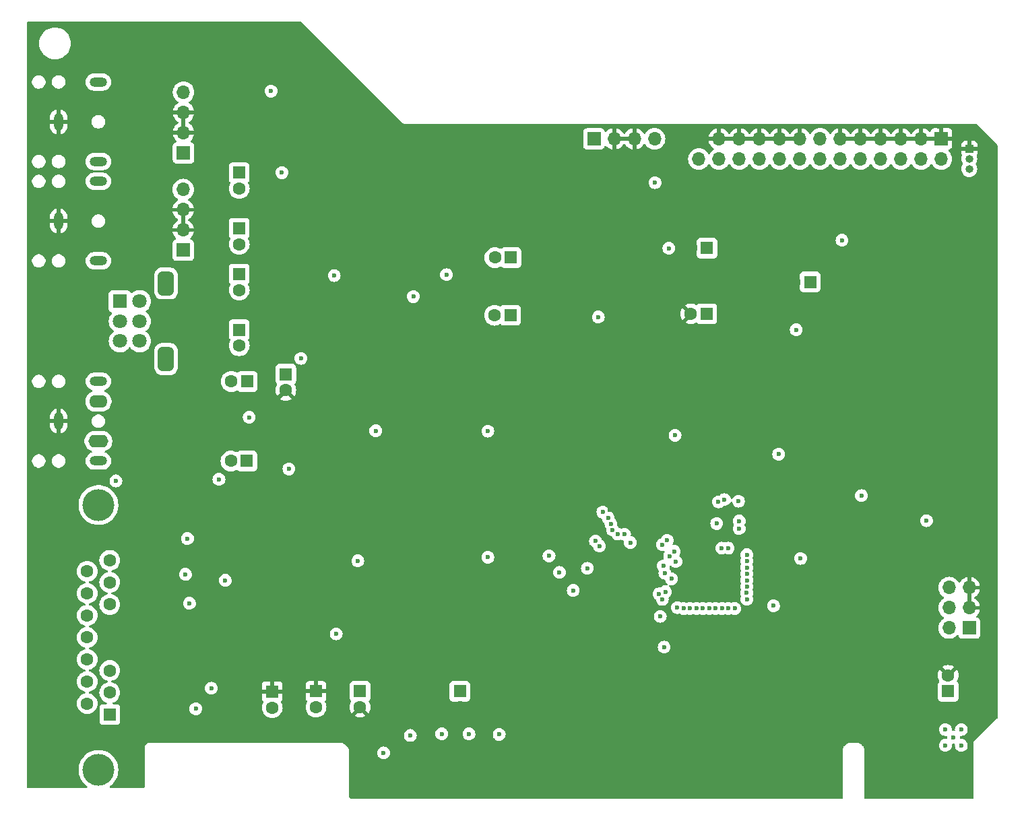
<source format=gbr>
%TF.GenerationSoftware,KiCad,Pcbnew,8.0.5-dirty*%
%TF.CreationDate,2024-12-31T09:31:41-08:00*%
%TF.ProjectId,sisyphus-pci,73697379-7068-4757-932d-7063692e6b69,rev?*%
%TF.SameCoordinates,Original*%
%TF.FileFunction,Copper,L2,Inr*%
%TF.FilePolarity,Positive*%
%FSLAX46Y46*%
G04 Gerber Fmt 4.6, Leading zero omitted, Abs format (unit mm)*
G04 Created by KiCad (PCBNEW 8.0.5-dirty) date 2024-12-31 09:31:41*
%MOMM*%
%LPD*%
G01*
G04 APERTURE LIST*
G04 Aperture macros list*
%AMRoundRect*
0 Rectangle with rounded corners*
0 $1 Rounding radius*
0 $2 $3 $4 $5 $6 $7 $8 $9 X,Y pos of 4 corners*
0 Add a 4 corners polygon primitive as box body*
4,1,4,$2,$3,$4,$5,$6,$7,$8,$9,$2,$3,0*
0 Add four circle primitives for the rounded corners*
1,1,$1+$1,$2,$3*
1,1,$1+$1,$4,$5*
1,1,$1+$1,$6,$7*
1,1,$1+$1,$8,$9*
0 Add four rect primitives between the rounded corners*
20,1,$1+$1,$2,$3,$4,$5,0*
20,1,$1+$1,$4,$5,$6,$7,0*
20,1,$1+$1,$6,$7,$8,$9,0*
20,1,$1+$1,$8,$9,$2,$3,0*%
G04 Aperture macros list end*
%TA.AperFunction,ComponentPad*%
%ADD10O,2.200000X1.200000*%
%TD*%
%TA.AperFunction,ComponentPad*%
%ADD11O,1.200000X2.200000*%
%TD*%
%TA.AperFunction,ComponentPad*%
%ADD12R,1.800000X1.800000*%
%TD*%
%TA.AperFunction,ComponentPad*%
%ADD13C,1.800000*%
%TD*%
%TA.AperFunction,ComponentPad*%
%ADD14RoundRect,0.500000X0.500000X1.000000X-0.500000X1.000000X-0.500000X-1.000000X0.500000X-1.000000X0*%
%TD*%
%TA.AperFunction,ComponentPad*%
%ADD15R,1.600000X1.600000*%
%TD*%
%TA.AperFunction,ComponentPad*%
%ADD16C,1.600000*%
%TD*%
%TA.AperFunction,ComponentPad*%
%ADD17R,1.700000X1.700000*%
%TD*%
%TA.AperFunction,ComponentPad*%
%ADD18O,1.700000X1.700000*%
%TD*%
%TA.AperFunction,ComponentPad*%
%ADD19R,1.000000X1.000000*%
%TD*%
%TA.AperFunction,ComponentPad*%
%ADD20O,1.000000X1.000000*%
%TD*%
%TA.AperFunction,ComponentPad*%
%ADD21C,4.000000*%
%TD*%
%TA.AperFunction,ComponentPad*%
%ADD22O,2.300000X1.600000*%
%TD*%
%TA.AperFunction,ComponentPad*%
%ADD23O,2.500000X1.600000*%
%TD*%
%TA.AperFunction,ViaPad*%
%ADD24C,0.600000*%
%TD*%
G04 APERTURE END LIST*
D10*
%TO.N,Net-(J10-Pin_4)*%
%TO.C,J9*%
X49050000Y-81850000D03*
D11*
%TO.N,GND*%
X44050000Y-86850000D03*
D10*
%TO.N,Net-(J10-Pin_1)*%
X49050000Y-91850000D03*
%TD*%
D12*
%TO.N,/VREF*%
%TO.C,RV1*%
X51750000Y-96928238D03*
D13*
%TO.N,Net-(R28-Pad1)*%
X51750000Y-99428238D03*
%TO.N,Net-(C42-Pad2)*%
X51750000Y-101928238D03*
%TO.N,/VREF*%
X54250000Y-96928238D03*
%TO.N,Net-(R27-Pad1)*%
X54250000Y-99428238D03*
%TO.N,Net-(C41-Pad2)*%
X54250000Y-101928238D03*
D14*
%TO.N,N/C*%
X57550000Y-94678238D03*
X57550000Y-104178238D03*
%TD*%
D15*
%TO.N,Net-(C32-Pad2)*%
%TO.C,C41*%
X66750000Y-93500000D03*
D16*
%TO.N,Net-(C41-Pad2)*%
X66750000Y-95500000D03*
%TD*%
D15*
%TO.N,GND*%
%TO.C,C61*%
X70900000Y-146000000D03*
D16*
%TO.N,/AVee*%
X70900000Y-148000000D03*
%TD*%
D17*
%TO.N,Net-(J3-Pin_1)*%
%TO.C,J3*%
X111324701Y-76500000D03*
D18*
%TO.N,GND*%
X113864701Y-76500000D03*
X116404701Y-76500000D03*
%TO.N,Net-(J3-Pin_4)*%
X118944701Y-76500000D03*
%TD*%
D15*
%TO.N,GND*%
%TO.C,C56*%
X76400000Y-145944888D03*
D16*
%TO.N,/-12V*%
X76400000Y-147944888D03*
%TD*%
D10*
%TO.N,Net-(J5-Pin_4)*%
%TO.C,J6*%
X49050000Y-69350000D03*
D11*
%TO.N,GND*%
X44050000Y-74350000D03*
D10*
%TO.N,Net-(J5-Pin_1)*%
X49050000Y-79350000D03*
%TD*%
D15*
%TO.N,Net-(C65-Pad1)*%
%TO.C,C65*%
X66750000Y-80750000D03*
D16*
%TO.N,Net-(J10-Pin_4)*%
X66750000Y-82750000D03*
%TD*%
D15*
%TO.N,Net-(U1-CMR)*%
%TO.C,C28*%
X125500000Y-98500000D03*
D16*
%TO.N,GND*%
X123500000Y-98500000D03*
%TD*%
D19*
%TO.N,GND*%
%TO.C,JP1*%
X158500000Y-77750000D03*
D20*
%TO.N,Net-(J4-Pin_2)*%
X158500000Y-79020000D03*
%TO.N,MCLK*%
X158500000Y-80290000D03*
%TD*%
D15*
%TO.N,/AVcc*%
%TO.C,C47*%
X94475000Y-145950140D03*
D16*
%TO.N,GND*%
X94475000Y-147950140D03*
%TD*%
D15*
%TO.N,Net-(U4-BYPASS)*%
%TO.C,C57*%
X72600000Y-106100000D03*
D16*
%TO.N,GND*%
X72600000Y-108100000D03*
%TD*%
D18*
%TO.N,HRSTn*%
%TO.C,J4*%
X124520000Y-79040000D03*
%TO.N,GND*%
X124520000Y-76500000D03*
%TO.N,WBO_L*%
X127060000Y-79040000D03*
%TO.N,GND*%
X127060000Y-76500000D03*
%TO.N,/-12V*%
X129600000Y-79040000D03*
%TO.N,GND*%
X129600000Y-76500000D03*
%TO.N,WBO_R*%
X132140000Y-79040000D03*
%TO.N,GND*%
X132140000Y-76500000D03*
%TO.N,/+12V*%
X134680000Y-79040000D03*
%TO.N,GND*%
X134680000Y-76500000D03*
%TO.N,unconnected-(J4-Pin_16-Pad16)*%
X137220000Y-79040000D03*
%TO.N,GND*%
X137220000Y-76500000D03*
%TO.N,/Vcc*%
X139760000Y-79040000D03*
%TO.N,unconnected-(J4-Pin_13-Pad13)*%
X139760000Y-76500000D03*
%TO.N,unconnected-(J4-Pin_12-Pad12)*%
X142300000Y-79040000D03*
%TO.N,GND*%
X142300000Y-76500000D03*
%TO.N,/Vcc*%
X144840000Y-79040000D03*
%TO.N,GND*%
X144840000Y-76500000D03*
%TO.N,MSIN*%
X147380000Y-79040000D03*
%TO.N,GND*%
X147380000Y-76500000D03*
%TO.N,/Vcc*%
X149920000Y-79040000D03*
%TO.N,GND*%
X149920000Y-76500000D03*
%TO.N,MSOUT*%
X152460000Y-79040000D03*
%TO.N,GND*%
X152460000Y-76500000D03*
%TO.N,Net-(J4-Pin_2)*%
X155000000Y-79040000D03*
D17*
%TO.N,GND*%
X155000000Y-76500000D03*
%TD*%
%TO.N,Net-(J5-Pin_1)*%
%TO.C,J5*%
X59750000Y-78250000D03*
D18*
%TO.N,GND*%
X59750000Y-75710000D03*
X59750000Y-73170000D03*
%TO.N,Net-(J5-Pin_4)*%
X59750000Y-70630000D03*
%TD*%
D15*
%TO.N,R_OUT*%
%TO.C,C45*%
X100837500Y-98681250D03*
D16*
%TO.N,Net-(C45-Pad2)*%
X98837500Y-98681250D03*
%TD*%
D15*
%TO.N,/Vcc*%
%TO.C,C46*%
X155850000Y-145950140D03*
D16*
%TO.N,GND*%
X155850000Y-143950140D03*
%TD*%
D15*
%TO.N,Net-(C33-Pad2)*%
%TO.C,C42*%
X66750000Y-100500000D03*
D16*
%TO.N,Net-(C42-Pad2)*%
X66750000Y-102500000D03*
%TD*%
D15*
%TO.N,Net-(C64-Pad1)*%
%TO.C,C64*%
X66750000Y-87750000D03*
D16*
%TO.N,Net-(J10-Pin_1)*%
X66750000Y-89750000D03*
%TD*%
D15*
%TO.N,Net-(U4-VOUT2)*%
%TO.C,C59*%
X67700000Y-117000000D03*
D16*
%TO.N,Net-(C59-Pad2)*%
X65700000Y-117000000D03*
%TD*%
D15*
%TO.N,/+12V*%
%TO.C,C39*%
X81927093Y-145950140D03*
D16*
%TO.N,GND*%
X81927093Y-147950140D03*
%TD*%
D21*
%TO.N,N/C*%
%TO.C,J2*%
X49055000Y-122530000D03*
X49055000Y-155830000D03*
D15*
%TO.N,Net-(J2-P9)*%
X50475000Y-148875000D03*
D16*
%TO.N,Net-(J2-P13)*%
X50475000Y-146105000D03*
%TO.N,Net-(J2-Pad3)*%
X50475000Y-143335000D03*
%TO.N,GND*%
X50475000Y-140565000D03*
X50475000Y-137795000D03*
%TO.N,Net-(J2-Pad6)*%
X50475000Y-135025000D03*
%TO.N,Net-(U1-SWB)*%
X50475000Y-132255000D03*
%TO.N,Net-(J2-P9)*%
X50475000Y-129485000D03*
X47635000Y-147490000D03*
%TO.N,Net-(J2-P10)*%
X47635000Y-144720000D03*
%TO.N,Net-(J2-P111)*%
X47635000Y-141950000D03*
%TO.N,Net-(J2-P12)*%
X47635000Y-139180000D03*
%TO.N,Net-(J2-P13)*%
X47635000Y-136410000D03*
%TO.N,Net-(J2-P14)*%
X47635000Y-133640000D03*
%TO.N,Net-(J2-P15)*%
X47635000Y-130870000D03*
%TD*%
D15*
%TO.N,Net-(U4-VOUT1)*%
%TO.C,C58*%
X67750000Y-107000000D03*
D16*
%TO.N,Net-(C58-Pad2)*%
X65750000Y-107000000D03*
%TD*%
D15*
%TO.N,/+12V*%
%TO.C,C38*%
X138500000Y-94500000D03*
D16*
%TO.N,GND*%
X136500000Y-94500000D03*
%TD*%
D15*
%TO.N,L_OUT*%
%TO.C,C44*%
X100887500Y-91431250D03*
D16*
%TO.N,Net-(C44-Pad2)*%
X98887500Y-91431250D03*
%TD*%
D15*
%TO.N,/-12V*%
%TO.C,C30*%
X125525000Y-90225000D03*
D16*
%TO.N,GND*%
X123525000Y-90225000D03*
%TD*%
D17*
%TO.N,PCPCIGNTn*%
%TO.C,J8*%
X158500000Y-138000000D03*
D18*
%TO.N,unconnected-(J8-Pin_2-Pad2)*%
X155960000Y-138000000D03*
%TO.N,GND*%
X158500000Y-135460000D03*
%TO.N,PCPCIREQn*%
X155960000Y-135460000D03*
%TO.N,GND*%
X158500000Y-132920000D03*
%TO.N,SIRQ*%
X155960000Y-132920000D03*
%TD*%
D17*
%TO.N,Net-(J10-Pin_1)*%
%TO.C,J10*%
X59700000Y-90500000D03*
D18*
%TO.N,GND*%
X59700000Y-87960000D03*
X59700000Y-85420000D03*
%TO.N,Net-(J10-Pin_4)*%
X59700000Y-82880000D03*
%TD*%
D10*
%TO.N,Net-(C58-Pad2)*%
%TO.C,J7*%
X49050000Y-107000000D03*
D22*
%TO.N,SHUTDOWN*%
X49050000Y-109500000D03*
D11*
%TO.N,GND*%
X44050000Y-112000000D03*
D10*
%TO.N,Net-(C59-Pad2)*%
X49050000Y-117000000D03*
D23*
%TO.N,unconnected-(J7-PadTN)*%
X49050000Y-114500000D03*
%TD*%
D24*
%TO.N,GND*%
X113500000Y-96250000D03*
X122600000Y-134000000D03*
X117000000Y-110750000D03*
X161750000Y-108950000D03*
X142250000Y-124250000D03*
X122600000Y-132200000D03*
X117500000Y-96250000D03*
X87337500Y-91431250D03*
X134250000Y-110750000D03*
X40500000Y-83500000D03*
X89900000Y-75000000D03*
X87750000Y-134750000D03*
X106250000Y-122500000D03*
X101400000Y-132050000D03*
X111000000Y-143250000D03*
X161750000Y-98700000D03*
X89725000Y-140725000D03*
X113500000Y-91750000D03*
X140900000Y-114700000D03*
X84750000Y-103750000D03*
X137500000Y-146750000D03*
X63300000Y-100000000D03*
X69500000Y-62250000D03*
X64250000Y-62250000D03*
X88725000Y-140725000D03*
X111250000Y-116250000D03*
X123250000Y-75000000D03*
X161750000Y-148840000D03*
X106250000Y-103750000D03*
X104000000Y-148250000D03*
X110250000Y-103750000D03*
X128500000Y-75000000D03*
X84750000Y-134750000D03*
X84750000Y-138750000D03*
X74500000Y-62250000D03*
X161750000Y-88450000D03*
X113300000Y-123100000D03*
X112300000Y-119800000D03*
X161750000Y-141090000D03*
X120750000Y-107500000D03*
X108500000Y-116100000D03*
X107250000Y-148250000D03*
X96250000Y-138750000D03*
X124200000Y-134000000D03*
X104000000Y-150750000D03*
X137250000Y-118600000D03*
X64750000Y-125250000D03*
X40500000Y-131500000D03*
X132000000Y-100250000D03*
X128750000Y-107500000D03*
X76050000Y-63850000D03*
X45600000Y-99400000D03*
X87725000Y-140725000D03*
X40500000Y-86750000D03*
X40500000Y-111400000D03*
X110000000Y-117500000D03*
X130300000Y-118600000D03*
X118200000Y-121300000D03*
X122000000Y-112500000D03*
X40500000Y-149500000D03*
X126150000Y-120400000D03*
X161750000Y-103700000D03*
X72500000Y-151750000D03*
X71000000Y-105200000D03*
X118250000Y-75000000D03*
X77500000Y-151750000D03*
X91750000Y-134750000D03*
X152250000Y-75000000D03*
X113500000Y-107500000D03*
X129000000Y-134000000D03*
X127400000Y-130400000D03*
X114900000Y-153200000D03*
X110250000Y-100250000D03*
X109750000Y-122500000D03*
X147750000Y-146750000D03*
X92250000Y-75000000D03*
X97250000Y-75000000D03*
X131250000Y-75000000D03*
X59000000Y-62250000D03*
X141450000Y-152600000D03*
X128800000Y-152610000D03*
X137500000Y-138750000D03*
X85987500Y-93581250D03*
X161750000Y-93700000D03*
X80887500Y-91631250D03*
X161750000Y-82800000D03*
X92500000Y-120750000D03*
X124200000Y-132200000D03*
X90750000Y-122500000D03*
X51650000Y-62250000D03*
X99500000Y-138750000D03*
X129000000Y-132200000D03*
X106250000Y-107500000D03*
X40500000Y-147000000D03*
X161750000Y-111450000D03*
X65750000Y-129000000D03*
X40500000Y-100750000D03*
X81300000Y-69100000D03*
X86037500Y-95331250D03*
X92250000Y-141750000D03*
X127400000Y-132200000D03*
X77800000Y-65600000D03*
X96250000Y-141750000D03*
X144500000Y-75000000D03*
X88250000Y-135750000D03*
X106250000Y-100250000D03*
X86725000Y-138725000D03*
X122000000Y-111000000D03*
X40500000Y-113900000D03*
X55000000Y-111000000D03*
X144950000Y-114550000D03*
X96500000Y-150400000D03*
X141500000Y-75000000D03*
X134250000Y-100250000D03*
X123500000Y-109750000D03*
X104500000Y-114500000D03*
X67000000Y-62250000D03*
X157500000Y-75000000D03*
X109500000Y-84000000D03*
X77100000Y-110250000D03*
X103500000Y-110250000D03*
X147750000Y-152000000D03*
X110250000Y-107500000D03*
X161750000Y-146340000D03*
X131200000Y-152600000D03*
X122600000Y-130400000D03*
X84087500Y-88431250D03*
X161750000Y-138090000D03*
X109900000Y-114800000D03*
X61295363Y-145496406D03*
X99500000Y-103750000D03*
X116950000Y-127409019D03*
X136300000Y-152600000D03*
X61500000Y-62250000D03*
X125000000Y-106250000D03*
X86725000Y-140725000D03*
X123500000Y-112500000D03*
X91750000Y-140750000D03*
X54000000Y-62250000D03*
X115500000Y-75000000D03*
X144000000Y-152000000D03*
X110150000Y-131700000D03*
X93750000Y-103750000D03*
X92750000Y-138750000D03*
X91837500Y-96231250D03*
X86250000Y-135750000D03*
X132000000Y-96250000D03*
X113500000Y-118700000D03*
X132000000Y-110750000D03*
X40500000Y-141500000D03*
X40500000Y-129000000D03*
X105750000Y-115750000D03*
X88725000Y-139725000D03*
X125800000Y-132200000D03*
X70000000Y-151750000D03*
X84300000Y-72100000D03*
X65000000Y-151750000D03*
X161750000Y-119450000D03*
X132000000Y-107500000D03*
X99500000Y-148400000D03*
X40500000Y-139000000D03*
X161750000Y-135190000D03*
X125800000Y-134000000D03*
X92250000Y-139750000D03*
X83750000Y-136750000D03*
X83750000Y-142750000D03*
X139500000Y-131000000D03*
X104000000Y-153200000D03*
X144000000Y-142750000D03*
X92250000Y-135750000D03*
X110250000Y-110750000D03*
X77100000Y-111250000D03*
X91750000Y-138750000D03*
X147250000Y-75000000D03*
X77000000Y-140500000D03*
X142250000Y-133500000D03*
X89750000Y-134750000D03*
X113500000Y-103750000D03*
X124600000Y-152600000D03*
X94750000Y-75000000D03*
X161750000Y-101450000D03*
X40500000Y-65525000D03*
X82750000Y-103750000D03*
X118650000Y-153250000D03*
X120750000Y-75000000D03*
X40500000Y-108900000D03*
X106750000Y-136500000D03*
X130500000Y-138750000D03*
X87400000Y-75000000D03*
X40500000Y-95500000D03*
X105750000Y-80250000D03*
X85750000Y-134750000D03*
X56500000Y-62250000D03*
X100000000Y-143250000D03*
X122250000Y-153250000D03*
X83750000Y-140750000D03*
X40500000Y-62250000D03*
X79250000Y-139750000D03*
X124200000Y-130400000D03*
X40500000Y-90000000D03*
X161750000Y-85700000D03*
X106250000Y-94000000D03*
X115000000Y-138750000D03*
X124000000Y-103750000D03*
X161750000Y-126950000D03*
X40500000Y-121000000D03*
X101750000Y-111750000D03*
X161750000Y-77500000D03*
X92750000Y-140750000D03*
X99750000Y-75000000D03*
X161750000Y-80100000D03*
X91750000Y-136750000D03*
X117500000Y-91750000D03*
X131250000Y-136700000D03*
X99500000Y-107500000D03*
X91500000Y-103750000D03*
X138750000Y-75000000D03*
X86750000Y-134750000D03*
X151250000Y-134000000D03*
X84737500Y-93581250D03*
X102500000Y-75000000D03*
X133750000Y-75000000D03*
X88750000Y-134750000D03*
X79100000Y-110250000D03*
X113500000Y-114250000D03*
X125800000Y-130400000D03*
X128750000Y-110750000D03*
X40500000Y-136500000D03*
X154750000Y-75000000D03*
X87725000Y-139725000D03*
X85250000Y-128250000D03*
X86725000Y-139725000D03*
X161750000Y-106450000D03*
X110250000Y-87500000D03*
X91250000Y-135750000D03*
X128750000Y-103750000D03*
X116500000Y-115750000D03*
X90250000Y-135750000D03*
X137500000Y-142750000D03*
X117000000Y-103750000D03*
X78100000Y-110750000D03*
X126200000Y-152600000D03*
X87250000Y-135750000D03*
X113000000Y-141000000D03*
X122700000Y-148700000D03*
X96500000Y-153200000D03*
X84750000Y-140750000D03*
X151500000Y-152600000D03*
X133600000Y-120450000D03*
X111250000Y-82250000D03*
X85250000Y-135750000D03*
X125825000Y-118600000D03*
X40500000Y-73250000D03*
X118750000Y-123000000D03*
X106250000Y-110750000D03*
X108750000Y-118750000D03*
X133250000Y-142750000D03*
X80862500Y-97306250D03*
X99500000Y-135750000D03*
X57250000Y-151750000D03*
X127000000Y-107500000D03*
X106400000Y-112900000D03*
X84750000Y-142750000D03*
X144000000Y-146750000D03*
X112750000Y-75000000D03*
X122050000Y-140400000D03*
X84250000Y-135750000D03*
X40500000Y-151750000D03*
X40500000Y-154750000D03*
X125300000Y-113725000D03*
X79100000Y-111250000D03*
X83750000Y-138750000D03*
X87725000Y-138725000D03*
X121625000Y-118220015D03*
X92250000Y-137750000D03*
X115250000Y-86250000D03*
X85800000Y-73600000D03*
X161750000Y-116700000D03*
X133600000Y-117600000D03*
X125750000Y-75000000D03*
X40500000Y-126250000D03*
X84250000Y-141750000D03*
X84250000Y-139750000D03*
X84237500Y-94831250D03*
X117000000Y-107500000D03*
X78500000Y-140500000D03*
X84737500Y-95331250D03*
X59750000Y-151750000D03*
X40500000Y-118500000D03*
X127000000Y-110750000D03*
X89250000Y-135750000D03*
X107250000Y-150750000D03*
X128750000Y-96250000D03*
X101700000Y-145500000D03*
X104500000Y-138750000D03*
X127400000Y-134000000D03*
X113500000Y-110750000D03*
X161750000Y-129700000D03*
X115500000Y-123100000D03*
X129000000Y-130400000D03*
X110300000Y-112900000D03*
X92750000Y-136750000D03*
X69400000Y-103900000D03*
X80000000Y-140500000D03*
X107250000Y-117250000D03*
X149750000Y-75000000D03*
X62250000Y-151750000D03*
X161750000Y-91200000D03*
X40500000Y-123500000D03*
X161750000Y-96200000D03*
X113500000Y-100250000D03*
X94250000Y-119000000D03*
X90750000Y-134750000D03*
X111250000Y-121000000D03*
X161750000Y-113950000D03*
X145000000Y-136250000D03*
X40500000Y-75750000D03*
X79600000Y-67450000D03*
X161750000Y-121950000D03*
X40500000Y-144250000D03*
X67500000Y-151750000D03*
X102000000Y-103750000D03*
X110250000Y-75000000D03*
X89725000Y-139725000D03*
X159250000Y-75000000D03*
X89725000Y-138725000D03*
X107750000Y-75000000D03*
X102250000Y-141000000D03*
X72000000Y-62250000D03*
X96200000Y-132050000D03*
X160500000Y-76250000D03*
X91837500Y-91393750D03*
X107750000Y-121000000D03*
X82800000Y-70600000D03*
X161750000Y-124450000D03*
X161750000Y-132450000D03*
X161750000Y-143840000D03*
X88725000Y-138725000D03*
X136250000Y-75000000D03*
X133550000Y-114650000D03*
X40500000Y-134000000D03*
X122000000Y-109750000D03*
X144350000Y-111250000D03*
X40500000Y-98000000D03*
X84250000Y-137750000D03*
X112250000Y-153200000D03*
X77750000Y-139750000D03*
X116900000Y-129700000D03*
X102000000Y-107500000D03*
X134250000Y-103750000D03*
X92900000Y-150400000D03*
X132000000Y-103750000D03*
X86537500Y-94831250D03*
X84750000Y-136750000D03*
X85387497Y-95331250D03*
X105250000Y-75000000D03*
X75000000Y-151750000D03*
X107250000Y-153250000D03*
X107250000Y-78250000D03*
%TO.N,Net-(J2-P14)*%
X113459643Y-124889841D03*
X127729498Y-121861986D03*
%TO.N,Net-(J2-P10)*%
X112019175Y-127705301D03*
X127400000Y-127961862D03*
%TO.N,Net-(U1-SWB)*%
X126977091Y-122133801D03*
X113128780Y-124147823D03*
%TO.N,Net-(J2-P13)*%
X61300000Y-148150000D03*
X114340000Y-126185171D03*
X126753975Y-124853975D03*
X65000000Y-132000000D03*
X60500000Y-134890000D03*
%TO.N,Net-(U1-TD)*%
X115173701Y-126200000D03*
X144950000Y-121350000D03*
X129600000Y-124539898D03*
%TO.N,/Vcc*%
X60250000Y-126750000D03*
X60000000Y-131250000D03*
X95625000Y-151300000D03*
X99425000Y-151375000D03*
X157500000Y-152750000D03*
X88250000Y-151500000D03*
X155500000Y-150750000D03*
X92204092Y-151295908D03*
X133900000Y-135200000D03*
X155500000Y-152750000D03*
X63240000Y-145560000D03*
X157500000Y-150750000D03*
X120150000Y-140400000D03*
X120250000Y-131100000D03*
X64200000Y-119300000D03*
X156500000Y-151750000D03*
X137300000Y-129250000D03*
%TO.N,Net-(U1-TA)*%
X128200003Y-127961862D03*
X111527734Y-127072266D03*
%TO.N,Net-(U1-TB)*%
X113666760Y-125662565D03*
X129496930Y-122049998D03*
%TO.N,Net-(U1-TC)*%
X129589825Y-125489825D03*
X115910380Y-127250000D03*
%TO.N,/AVcc*%
X83900000Y-113200000D03*
X121525000Y-113775000D03*
X98000000Y-113250000D03*
X98000000Y-129100000D03*
X78687500Y-93681250D03*
%TO.N,WBO_R*%
X134550000Y-116150000D03*
X142500000Y-89250000D03*
%TO.N,Net-(U1-AUXAR)*%
X119000000Y-82000000D03*
X120750000Y-90250000D03*
%TO.N,/-12V*%
X78935000Y-138735000D03*
%TO.N,/AVee*%
X81650000Y-129550000D03*
X92787500Y-93581250D03*
%TO.N,LINE-IN_R*%
X111875000Y-98900000D03*
X70750000Y-70500000D03*
%TO.N,Net-(J1-TDI)*%
X84900000Y-153700000D03*
%TO.N,/HAD20*%
X123406705Y-135524832D03*
%TO.N,/HAD26*%
X119925000Y-134400000D03*
%TO.N,/HAD22*%
X122606954Y-135544876D03*
%TO.N,HIDSEL*%
X121814267Y-135436934D03*
%TO.N,/HAD2*%
X130544143Y-129592029D03*
%TO.N,/HAD11*%
X130533755Y-133592971D03*
%TO.N,/HAD24*%
X119662503Y-136537497D03*
%TO.N,/HAD18*%
X124216984Y-135537806D03*
%TO.N,/HAD13*%
X130544876Y-134393046D03*
%TO.N,HPAR*%
X128216989Y-135537804D03*
%TO.N,HSTOPn*%
X127416989Y-135537803D03*
%TO.N,/HAD16*%
X125016984Y-135537807D03*
%TO.N,/HAD0*%
X130544143Y-128792029D03*
%TO.N,/HAD9*%
X130544876Y-132793046D03*
%TO.N,HTRDYn*%
X126616988Y-135537806D03*
%TO.N,INTAn*%
X105687500Y-128937500D03*
%TO.N,/HAD15*%
X129016989Y-135537803D03*
%TO.N,Net-(J1-RESERVED-PadA9)*%
X107000000Y-131000000D03*
%TO.N,HFRAMEn*%
X125816986Y-135537808D03*
%TO.N,/HAD30*%
X120300000Y-133450000D03*
%TO.N,HGNTn*%
X121065687Y-131815687D03*
%TO.N,/HAD4*%
X130544244Y-130392171D03*
%TO.N,HRSTn*%
X136750000Y-100500000D03*
X108725000Y-133275000D03*
%TO.N,/HAD6*%
X130544876Y-131193046D03*
%TO.N,HCBET0n*%
X130544876Y-131993046D03*
%TO.N,/HAD28*%
X119512026Y-133708863D03*
%TO.N,MSOUT*%
X120532982Y-126978078D03*
X153125000Y-124500000D03*
%TO.N,MSIN*%
X119932982Y-127509453D03*
X112450000Y-123425735D03*
%TO.N,PCPCIGNTn*%
X121625000Y-129625000D03*
%TO.N,SIRQ*%
X121411942Y-128361862D03*
%TO.N,PCPCIREQn*%
X120846256Y-128961862D03*
%TO.N,CLKRUNn*%
X120050000Y-130200000D03*
X110500000Y-130500000D03*
%TO.N,Net-(U2C--)*%
X72112500Y-80750000D03*
X88637500Y-96331250D03*
%TO.N,Net-(R27-Pad1)*%
X74500000Y-104100000D03*
%TO.N,Net-(R28-Pad1)*%
X73000000Y-118000000D03*
X51250000Y-119500000D03*
%TO.N,/VREF*%
X68000000Y-111500000D03*
%TD*%
%TA.AperFunction,Conductor*%
%TO.N,GND*%
G36*
X158750000Y-135026988D02*
G01*
X158692993Y-134994075D01*
X158565826Y-134960000D01*
X158434174Y-134960000D01*
X158307007Y-134994075D01*
X158250000Y-135026988D01*
X158250000Y-133353012D01*
X158307007Y-133385925D01*
X158434174Y-133420000D01*
X158565826Y-133420000D01*
X158692993Y-133385925D01*
X158750000Y-133353012D01*
X158750000Y-135026988D01*
G37*
%TD.AperFunction*%
%TA.AperFunction,Conductor*%
G36*
X59950000Y-87526988D02*
G01*
X59892993Y-87494075D01*
X59765826Y-87460000D01*
X59634174Y-87460000D01*
X59507007Y-87494075D01*
X59450000Y-87526988D01*
X59450000Y-85853012D01*
X59507007Y-85885925D01*
X59634174Y-85920000D01*
X59765826Y-85920000D01*
X59892993Y-85885925D01*
X59950000Y-85853012D01*
X59950000Y-87526988D01*
G37*
%TD.AperFunction*%
%TA.AperFunction,Conductor*%
G36*
X129134075Y-76307007D02*
G01*
X129100000Y-76434174D01*
X129100000Y-76565826D01*
X129134075Y-76692993D01*
X129166988Y-76750000D01*
X127493012Y-76750000D01*
X127525925Y-76692993D01*
X127560000Y-76565826D01*
X127560000Y-76434174D01*
X127525925Y-76307007D01*
X127493012Y-76250000D01*
X129166988Y-76250000D01*
X129134075Y-76307007D01*
G37*
%TD.AperFunction*%
%TA.AperFunction,Conductor*%
G36*
X131674075Y-76307007D02*
G01*
X131640000Y-76434174D01*
X131640000Y-76565826D01*
X131674075Y-76692993D01*
X131706988Y-76750000D01*
X130033012Y-76750000D01*
X130065925Y-76692993D01*
X130100000Y-76565826D01*
X130100000Y-76434174D01*
X130065925Y-76307007D01*
X130033012Y-76250000D01*
X131706988Y-76250000D01*
X131674075Y-76307007D01*
G37*
%TD.AperFunction*%
%TA.AperFunction,Conductor*%
G36*
X134214075Y-76307007D02*
G01*
X134180000Y-76434174D01*
X134180000Y-76565826D01*
X134214075Y-76692993D01*
X134246988Y-76750000D01*
X132573012Y-76750000D01*
X132605925Y-76692993D01*
X132640000Y-76565826D01*
X132640000Y-76434174D01*
X132605925Y-76307007D01*
X132573012Y-76250000D01*
X134246988Y-76250000D01*
X134214075Y-76307007D01*
G37*
%TD.AperFunction*%
%TA.AperFunction,Conductor*%
G36*
X136754075Y-76307007D02*
G01*
X136720000Y-76434174D01*
X136720000Y-76565826D01*
X136754075Y-76692993D01*
X136786988Y-76750000D01*
X135113012Y-76750000D01*
X135145925Y-76692993D01*
X135180000Y-76565826D01*
X135180000Y-76434174D01*
X135145925Y-76307007D01*
X135113012Y-76250000D01*
X136786988Y-76250000D01*
X136754075Y-76307007D01*
G37*
%TD.AperFunction*%
%TA.AperFunction,Conductor*%
G36*
X144374075Y-76307007D02*
G01*
X144340000Y-76434174D01*
X144340000Y-76565826D01*
X144374075Y-76692993D01*
X144406988Y-76750000D01*
X142733012Y-76750000D01*
X142765925Y-76692993D01*
X142800000Y-76565826D01*
X142800000Y-76434174D01*
X142765925Y-76307007D01*
X142733012Y-76250000D01*
X144406988Y-76250000D01*
X144374075Y-76307007D01*
G37*
%TD.AperFunction*%
%TA.AperFunction,Conductor*%
G36*
X146914075Y-76307007D02*
G01*
X146880000Y-76434174D01*
X146880000Y-76565826D01*
X146914075Y-76692993D01*
X146946988Y-76750000D01*
X145273012Y-76750000D01*
X145305925Y-76692993D01*
X145340000Y-76565826D01*
X145340000Y-76434174D01*
X145305925Y-76307007D01*
X145273012Y-76250000D01*
X146946988Y-76250000D01*
X146914075Y-76307007D01*
G37*
%TD.AperFunction*%
%TA.AperFunction,Conductor*%
G36*
X149454075Y-76307007D02*
G01*
X149420000Y-76434174D01*
X149420000Y-76565826D01*
X149454075Y-76692993D01*
X149486988Y-76750000D01*
X147813012Y-76750000D01*
X147845925Y-76692993D01*
X147880000Y-76565826D01*
X147880000Y-76434174D01*
X147845925Y-76307007D01*
X147813012Y-76250000D01*
X149486988Y-76250000D01*
X149454075Y-76307007D01*
G37*
%TD.AperFunction*%
%TA.AperFunction,Conductor*%
G36*
X151994075Y-76307007D02*
G01*
X151960000Y-76434174D01*
X151960000Y-76565826D01*
X151994075Y-76692993D01*
X152026988Y-76750000D01*
X150353012Y-76750000D01*
X150385925Y-76692993D01*
X150420000Y-76565826D01*
X150420000Y-76434174D01*
X150385925Y-76307007D01*
X150353012Y-76250000D01*
X152026988Y-76250000D01*
X151994075Y-76307007D01*
G37*
%TD.AperFunction*%
%TA.AperFunction,Conductor*%
G36*
X154534075Y-76307007D02*
G01*
X154500000Y-76434174D01*
X154500000Y-76565826D01*
X154534075Y-76692993D01*
X154566988Y-76750000D01*
X152893012Y-76750000D01*
X152925925Y-76692993D01*
X152960000Y-76565826D01*
X152960000Y-76434174D01*
X152925925Y-76307007D01*
X152893012Y-76250000D01*
X154566988Y-76250000D01*
X154534075Y-76307007D01*
G37*
%TD.AperFunction*%
%TA.AperFunction,Conductor*%
G36*
X60000000Y-75276988D02*
G01*
X59942993Y-75244075D01*
X59815826Y-75210000D01*
X59684174Y-75210000D01*
X59557007Y-75244075D01*
X59500000Y-75276988D01*
X59500000Y-73603012D01*
X59557007Y-73635925D01*
X59684174Y-73670000D01*
X59815826Y-73670000D01*
X59942993Y-73635925D01*
X60000000Y-73603012D01*
X60000000Y-75276988D01*
G37*
%TD.AperFunction*%
%TA.AperFunction,Conductor*%
G36*
X115938776Y-76307007D02*
G01*
X115904701Y-76434174D01*
X115904701Y-76565826D01*
X115938776Y-76692993D01*
X115971689Y-76750000D01*
X114297713Y-76750000D01*
X114330626Y-76692993D01*
X114364701Y-76565826D01*
X114364701Y-76434174D01*
X114330626Y-76307007D01*
X114297713Y-76250000D01*
X115971689Y-76250000D01*
X115938776Y-76307007D01*
G37*
%TD.AperFunction*%
%TA.AperFunction,Conductor*%
G36*
X74558363Y-61820185D02*
G01*
X74579005Y-61836819D01*
X87242686Y-74500500D01*
X87356814Y-74566392D01*
X87484108Y-74600500D01*
X87615893Y-74600500D01*
X159341324Y-74600500D01*
X159408363Y-74620185D01*
X159429005Y-74636819D01*
X162033181Y-77240994D01*
X162066666Y-77302317D01*
X162069500Y-77328675D01*
X162069500Y-149277082D01*
X162049815Y-149344121D01*
X162032212Y-149365721D01*
X159202602Y-152133813D01*
X159193655Y-152141575D01*
X159148486Y-152186743D01*
X159147520Y-152187698D01*
X159102740Y-152231505D01*
X159101591Y-152233003D01*
X159100760Y-152234075D01*
X159099612Y-152235536D01*
X159068264Y-152289830D01*
X159067580Y-152291000D01*
X159035645Y-152344937D01*
X159034934Y-152346656D01*
X159034390Y-152347950D01*
X159033665Y-152349646D01*
X159017433Y-152410220D01*
X159017074Y-152411530D01*
X159000195Y-152471865D01*
X158999947Y-152473748D01*
X158999767Y-152475056D01*
X158999500Y-152476927D01*
X158999500Y-152539550D01*
X158999493Y-152540912D01*
X158998790Y-152604837D01*
X158999500Y-152616637D01*
X158999500Y-159375500D01*
X158979815Y-159442539D01*
X158927011Y-159488294D01*
X158875500Y-159499500D01*
X145424500Y-159499500D01*
X145357461Y-159479815D01*
X145311706Y-159427011D01*
X145300500Y-159375500D01*
X145300500Y-153205759D01*
X145300508Y-153204368D01*
X145300582Y-153197737D01*
X145301208Y-153141999D01*
X145301207Y-153141997D01*
X145301210Y-153141776D01*
X145300965Y-153139914D01*
X145300788Y-153138508D01*
X145300558Y-153136597D01*
X145300500Y-153136380D01*
X145300500Y-153136378D01*
X145284353Y-153076116D01*
X145284001Y-153074771D01*
X145268475Y-153014114D01*
X145267746Y-153012353D01*
X145267221Y-153011064D01*
X145266506Y-153009282D01*
X145266230Y-153008804D01*
X145235138Y-152954952D01*
X145234536Y-152953896D01*
X145203923Y-152899470D01*
X145203920Y-152899467D01*
X145203809Y-152899269D01*
X145202642Y-152897748D01*
X145201797Y-152896635D01*
X145200651Y-152895106D01*
X145156407Y-152850863D01*
X145155427Y-152849872D01*
X144987076Y-152677698D01*
X144979169Y-152668579D01*
X144934193Y-152623604D01*
X144933214Y-152622614D01*
X144889409Y-152577815D01*
X144887916Y-152576670D01*
X144886798Y-152575802D01*
X144885283Y-152574612D01*
X144831060Y-152543306D01*
X144829859Y-152542604D01*
X144776183Y-152510805D01*
X144776180Y-152510804D01*
X144775986Y-152510689D01*
X144774243Y-152509967D01*
X144772949Y-152509422D01*
X144771180Y-152508665D01*
X144710702Y-152492460D01*
X144709364Y-152492094D01*
X144649056Y-152475208D01*
X144647206Y-152474965D01*
X144645816Y-152474774D01*
X144643902Y-152474500D01*
X144643667Y-152474500D01*
X144581264Y-152474500D01*
X144579873Y-152474492D01*
X144575110Y-152474438D01*
X144517504Y-152473792D01*
X144517503Y-152473792D01*
X144516247Y-152473778D01*
X144504188Y-152474500D01*
X143426354Y-152474500D01*
X143416422Y-152473894D01*
X143350913Y-152474495D01*
X143349776Y-152474500D01*
X143286673Y-152474500D01*
X143285050Y-152474729D01*
X143283898Y-152474886D01*
X143282391Y-152475084D01*
X143221387Y-152492030D01*
X143220294Y-152492328D01*
X143159392Y-152508647D01*
X143157939Y-152509265D01*
X143156900Y-152509701D01*
X143155398Y-152510323D01*
X143100951Y-152542427D01*
X143099972Y-152542999D01*
X143045273Y-152574580D01*
X143044014Y-152575565D01*
X143043120Y-152576258D01*
X143041861Y-152577224D01*
X142997583Y-152622321D01*
X142996785Y-152623126D01*
X142950541Y-152669371D01*
X142944011Y-152676885D01*
X142774859Y-152849170D01*
X142774060Y-152849976D01*
X142729390Y-152894647D01*
X142728439Y-152895911D01*
X142727758Y-152896806D01*
X142726778Y-152898082D01*
X142695720Y-152953033D01*
X142695159Y-152954015D01*
X142663528Y-153008804D01*
X142662902Y-153010357D01*
X142662467Y-153011419D01*
X142661892Y-153012805D01*
X142646075Y-153074075D01*
X142645787Y-153075171D01*
X142629459Y-153136107D01*
X142629258Y-153137757D01*
X142629116Y-153138875D01*
X142628915Y-153140401D01*
X142628916Y-153140552D01*
X142628916Y-153140554D01*
X142629441Y-153197737D01*
X142629495Y-153203612D01*
X142629500Y-153204749D01*
X142629500Y-159375500D01*
X142609815Y-159442539D01*
X142557011Y-159488294D01*
X142505500Y-159499500D01*
X80873040Y-159499500D01*
X80806001Y-159479815D01*
X80782011Y-159459701D01*
X80754666Y-159430139D01*
X80702772Y-159374036D01*
X80563471Y-159223439D01*
X80532399Y-159160858D01*
X80530500Y-159139238D01*
X80530500Y-153699996D01*
X84094435Y-153699996D01*
X84094435Y-153700003D01*
X84114630Y-153879249D01*
X84114631Y-153879254D01*
X84174211Y-154049523D01*
X84215295Y-154114907D01*
X84270184Y-154202262D01*
X84397738Y-154329816D01*
X84550478Y-154425789D01*
X84720745Y-154485368D01*
X84720750Y-154485369D01*
X84899996Y-154505565D01*
X84900000Y-154505565D01*
X84900004Y-154505565D01*
X85079249Y-154485369D01*
X85079252Y-154485368D01*
X85079255Y-154485368D01*
X85249522Y-154425789D01*
X85402262Y-154329816D01*
X85529816Y-154202262D01*
X85625789Y-154049522D01*
X85685368Y-153879255D01*
X85705565Y-153700000D01*
X85690129Y-153563002D01*
X85685369Y-153520750D01*
X85685368Y-153520745D01*
X85625788Y-153350476D01*
X85533982Y-153204368D01*
X85529816Y-153197738D01*
X85402262Y-153070184D01*
X85313373Y-153014331D01*
X85249523Y-152974211D01*
X85079254Y-152914631D01*
X85079249Y-152914630D01*
X84900004Y-152894435D01*
X84899996Y-152894435D01*
X84720750Y-152914630D01*
X84720745Y-152914631D01*
X84550476Y-152974211D01*
X84397737Y-153070184D01*
X84270184Y-153197737D01*
X84174211Y-153350476D01*
X84114631Y-153520745D01*
X84114630Y-153520750D01*
X84094435Y-153699996D01*
X80530500Y-153699996D01*
X80530500Y-153249110D01*
X80530500Y-153249108D01*
X80496392Y-153121814D01*
X80430500Y-153007686D01*
X80337314Y-152914500D01*
X79987314Y-152564500D01*
X79894111Y-152510689D01*
X79873187Y-152498608D01*
X79793114Y-152477153D01*
X79745892Y-152464500D01*
X55415892Y-152464500D01*
X55284108Y-152464500D01*
X55156812Y-152498608D01*
X55042686Y-152564500D01*
X55042683Y-152564502D01*
X54949502Y-152657683D01*
X54949500Y-152657686D01*
X54883608Y-152771812D01*
X54849500Y-152899108D01*
X54849500Y-157975500D01*
X54829815Y-158042539D01*
X54777011Y-158088294D01*
X54725500Y-158099500D01*
X50567039Y-158099500D01*
X50500000Y-158079815D01*
X50454245Y-158027011D01*
X50444301Y-157957853D01*
X50473326Y-157894297D01*
X50494154Y-157875182D01*
X50582138Y-157811257D01*
X50652030Y-157760478D01*
X50881390Y-157545094D01*
X51081947Y-157302663D01*
X51250537Y-157037007D01*
X51384503Y-156752315D01*
X51481731Y-156453079D01*
X51540688Y-156144015D01*
X51560444Y-155830000D01*
X51540688Y-155515985D01*
X51481731Y-155206921D01*
X51384503Y-154907685D01*
X51250537Y-154622993D01*
X51176015Y-154505565D01*
X51081948Y-154357338D01*
X51081945Y-154357334D01*
X50881393Y-154114909D01*
X50881391Y-154114907D01*
X50652031Y-153899523D01*
X50652021Y-153899515D01*
X50397495Y-153714591D01*
X50397488Y-153714586D01*
X50397484Y-153714584D01*
X50121766Y-153563006D01*
X50121763Y-153563004D01*
X50121758Y-153563002D01*
X50121757Y-153563001D01*
X49829228Y-153447181D01*
X49829225Y-153447180D01*
X49524476Y-153368934D01*
X49524463Y-153368932D01*
X49212329Y-153329500D01*
X49212318Y-153329500D01*
X48897682Y-153329500D01*
X48897670Y-153329500D01*
X48585536Y-153368932D01*
X48585523Y-153368934D01*
X48280774Y-153447180D01*
X48280771Y-153447181D01*
X47988242Y-153563001D01*
X47988241Y-153563002D01*
X47712516Y-153714584D01*
X47712504Y-153714591D01*
X47457978Y-153899515D01*
X47457968Y-153899523D01*
X47228608Y-154114907D01*
X47228606Y-154114909D01*
X47028054Y-154357334D01*
X47028051Y-154357338D01*
X46859464Y-154622990D01*
X46859461Y-154622996D01*
X46725499Y-154907678D01*
X46725497Y-154907683D01*
X46628270Y-155206916D01*
X46569311Y-155515988D01*
X46569310Y-155515995D01*
X46549556Y-155829994D01*
X46549556Y-155830005D01*
X46569310Y-156144004D01*
X46569311Y-156144011D01*
X46628270Y-156453083D01*
X46725497Y-156752316D01*
X46725499Y-156752321D01*
X46859461Y-157037003D01*
X46859464Y-157037009D01*
X47028051Y-157302661D01*
X47028054Y-157302665D01*
X47228606Y-157545090D01*
X47228608Y-157545092D01*
X47457968Y-157760476D01*
X47457978Y-157760484D01*
X47615846Y-157875182D01*
X47658512Y-157930512D01*
X47664491Y-158000125D01*
X47631885Y-158061920D01*
X47571047Y-158096277D01*
X47542961Y-158099500D01*
X40174500Y-158099500D01*
X40107461Y-158079815D01*
X40061706Y-158027011D01*
X40050500Y-157975500D01*
X40050500Y-151499996D01*
X87444435Y-151499996D01*
X87444435Y-151500003D01*
X87464630Y-151679249D01*
X87464631Y-151679254D01*
X87524211Y-151849523D01*
X87588876Y-151952436D01*
X87620184Y-152002262D01*
X87747738Y-152129816D01*
X87900478Y-152225789D01*
X87928891Y-152235731D01*
X88070745Y-152285368D01*
X88070750Y-152285369D01*
X88249996Y-152305565D01*
X88250000Y-152305565D01*
X88250004Y-152305565D01*
X88429249Y-152285369D01*
X88429252Y-152285368D01*
X88429255Y-152285368D01*
X88599522Y-152225789D01*
X88752262Y-152129816D01*
X88879816Y-152002262D01*
X88975789Y-151849522D01*
X89035368Y-151679255D01*
X89039179Y-151645430D01*
X89055565Y-151500003D01*
X89055565Y-151499996D01*
X89035369Y-151320750D01*
X89035368Y-151320745D01*
X89026676Y-151295904D01*
X91398527Y-151295904D01*
X91398527Y-151295911D01*
X91418722Y-151475157D01*
X91418723Y-151475162D01*
X91478303Y-151645431D01*
X91544007Y-151749997D01*
X91574276Y-151798170D01*
X91701830Y-151925724D01*
X91854570Y-152021697D01*
X92024837Y-152081276D01*
X92024842Y-152081277D01*
X92204088Y-152101473D01*
X92204092Y-152101473D01*
X92204096Y-152101473D01*
X92383341Y-152081277D01*
X92383344Y-152081276D01*
X92383347Y-152081276D01*
X92553614Y-152021697D01*
X92706354Y-151925724D01*
X92833908Y-151798170D01*
X92929881Y-151645430D01*
X92989460Y-151475163D01*
X93000203Y-151379815D01*
X93009197Y-151299996D01*
X94819435Y-151299996D01*
X94819435Y-151300003D01*
X94839630Y-151479249D01*
X94839631Y-151479254D01*
X94899211Y-151649523D01*
X94962347Y-151750002D01*
X94995184Y-151802262D01*
X95122738Y-151929816D01*
X95208452Y-151983674D01*
X95272966Y-152024211D01*
X95275478Y-152025789D01*
X95434051Y-152081276D01*
X95445745Y-152085368D01*
X95445750Y-152085369D01*
X95624996Y-152105565D01*
X95625000Y-152105565D01*
X95625004Y-152105565D01*
X95804249Y-152085369D01*
X95804252Y-152085368D01*
X95804255Y-152085368D01*
X95974522Y-152025789D01*
X96127262Y-151929816D01*
X96254816Y-151802262D01*
X96350789Y-151649522D01*
X96410368Y-151479255D01*
X96421572Y-151379815D01*
X96422115Y-151374996D01*
X98619435Y-151374996D01*
X98619435Y-151375003D01*
X98639630Y-151554249D01*
X98639631Y-151554254D01*
X98699211Y-151724523D01*
X98762156Y-151824699D01*
X98795184Y-151877262D01*
X98922738Y-152004816D01*
X99013080Y-152061582D01*
X99050935Y-152085368D01*
X99075478Y-152100789D01*
X99190812Y-152141146D01*
X99245745Y-152160368D01*
X99245750Y-152160369D01*
X99424996Y-152180565D01*
X99425000Y-152180565D01*
X99425004Y-152180565D01*
X99604249Y-152160369D01*
X99604252Y-152160368D01*
X99604255Y-152160368D01*
X99774522Y-152100789D01*
X99927262Y-152004816D01*
X100054816Y-151877262D01*
X100150789Y-151724522D01*
X100210368Y-151554255D01*
X100216481Y-151500000D01*
X100230565Y-151375003D01*
X100230565Y-151374996D01*
X100210369Y-151195750D01*
X100210368Y-151195745D01*
X100182694Y-151116658D01*
X100150789Y-151025478D01*
X100054816Y-150872738D01*
X99932074Y-150749996D01*
X154694435Y-150749996D01*
X154694435Y-150750003D01*
X154714630Y-150929249D01*
X154714631Y-150929254D01*
X154774211Y-151099523D01*
X154834672Y-151195745D01*
X154870184Y-151252262D01*
X154997738Y-151379816D01*
X155088080Y-151436582D01*
X155149481Y-151475163D01*
X155150478Y-151475789D01*
X155320745Y-151535368D01*
X155320750Y-151535369D01*
X155499996Y-151555565D01*
X155500000Y-151555565D01*
X155500002Y-151555565D01*
X155529449Y-151552246D01*
X155564610Y-151548285D01*
X155633432Y-151560339D01*
X155684811Y-151607688D01*
X155702436Y-151675298D01*
X155701714Y-151685388D01*
X155694435Y-151749995D01*
X155694435Y-151750004D01*
X155701714Y-151814611D01*
X155689659Y-151883433D01*
X155642310Y-151934812D01*
X155574699Y-151952436D01*
X155564611Y-151951714D01*
X155500004Y-151944435D01*
X155499996Y-151944435D01*
X155320750Y-151964630D01*
X155320745Y-151964631D01*
X155150476Y-152024211D01*
X154997737Y-152120184D01*
X154870184Y-152247737D01*
X154774211Y-152400476D01*
X154714631Y-152570745D01*
X154714630Y-152570750D01*
X154694435Y-152749996D01*
X154694435Y-152750003D01*
X154714630Y-152929249D01*
X154714631Y-152929254D01*
X154774211Y-153099523D01*
X154840964Y-153205759D01*
X154870184Y-153252262D01*
X154997738Y-153379816D01*
X155150478Y-153475789D01*
X155278955Y-153520745D01*
X155320745Y-153535368D01*
X155320750Y-153535369D01*
X155499996Y-153555565D01*
X155500000Y-153555565D01*
X155500004Y-153555565D01*
X155679249Y-153535369D01*
X155679252Y-153535368D01*
X155679255Y-153535368D01*
X155849522Y-153475789D01*
X156002262Y-153379816D01*
X156129816Y-153252262D01*
X156225789Y-153099522D01*
X156285368Y-152929255D01*
X156287016Y-152914630D01*
X156305565Y-152750003D01*
X156305565Y-152749997D01*
X156298285Y-152685389D01*
X156310339Y-152616567D01*
X156357688Y-152565188D01*
X156425298Y-152547563D01*
X156435385Y-152548284D01*
X156461857Y-152551267D01*
X156499998Y-152555565D01*
X156500000Y-152555565D01*
X156500002Y-152555565D01*
X156529449Y-152552246D01*
X156564610Y-152548285D01*
X156633432Y-152560339D01*
X156684811Y-152607688D01*
X156702436Y-152675298D01*
X156701714Y-152685388D01*
X156694435Y-152749995D01*
X156694435Y-152750003D01*
X156714630Y-152929249D01*
X156714631Y-152929254D01*
X156774211Y-153099523D01*
X156840964Y-153205759D01*
X156870184Y-153252262D01*
X156997738Y-153379816D01*
X157150478Y-153475789D01*
X157278955Y-153520745D01*
X157320745Y-153535368D01*
X157320750Y-153535369D01*
X157499996Y-153555565D01*
X157500000Y-153555565D01*
X157500004Y-153555565D01*
X157679249Y-153535369D01*
X157679252Y-153535368D01*
X157679255Y-153535368D01*
X157849522Y-153475789D01*
X158002262Y-153379816D01*
X158129816Y-153252262D01*
X158225789Y-153099522D01*
X158285368Y-152929255D01*
X158287016Y-152914630D01*
X158305565Y-152750003D01*
X158305565Y-152749996D01*
X158285369Y-152570750D01*
X158285368Y-152570745D01*
X158252619Y-152477153D01*
X158225789Y-152400478D01*
X158129816Y-152247738D01*
X158002262Y-152120184D01*
X157971395Y-152100789D01*
X157849523Y-152024211D01*
X157679254Y-151964631D01*
X157679249Y-151964630D01*
X157500004Y-151944435D01*
X157499996Y-151944435D01*
X157435388Y-151951714D01*
X157366566Y-151939659D01*
X157315187Y-151892310D01*
X157297563Y-151824699D01*
X157298285Y-151814610D01*
X157299677Y-151802262D01*
X157305565Y-151750000D01*
X157305564Y-151749995D01*
X157298285Y-151685389D01*
X157310339Y-151616567D01*
X157357688Y-151565188D01*
X157425298Y-151547563D01*
X157435385Y-151548284D01*
X157461857Y-151551267D01*
X157499998Y-151555565D01*
X157500000Y-151555565D01*
X157500004Y-151555565D01*
X157679249Y-151535369D01*
X157679252Y-151535368D01*
X157679255Y-151535368D01*
X157849522Y-151475789D01*
X158002262Y-151379816D01*
X158129816Y-151252262D01*
X158225789Y-151099522D01*
X158285368Y-150929255D01*
X158298285Y-150814611D01*
X158305565Y-150750003D01*
X158305565Y-150749996D01*
X158285369Y-150570750D01*
X158285368Y-150570745D01*
X158265733Y-150514631D01*
X158225789Y-150400478D01*
X158129816Y-150247738D01*
X158002262Y-150120184D01*
X158000048Y-150118793D01*
X157849523Y-150024211D01*
X157679254Y-149964631D01*
X157679249Y-149964630D01*
X157500004Y-149944435D01*
X157499996Y-149944435D01*
X157320750Y-149964630D01*
X157320745Y-149964631D01*
X157150476Y-150024211D01*
X156997737Y-150120184D01*
X156870184Y-150247737D01*
X156774211Y-150400476D01*
X156714631Y-150570745D01*
X156714630Y-150570750D01*
X156694435Y-150749996D01*
X156694435Y-150750004D01*
X156701714Y-150814611D01*
X156689659Y-150883433D01*
X156642310Y-150934812D01*
X156574699Y-150952436D01*
X156564611Y-150951714D01*
X156500004Y-150944435D01*
X156499996Y-150944435D01*
X156435388Y-150951714D01*
X156366566Y-150939659D01*
X156315187Y-150892310D01*
X156297563Y-150824699D01*
X156298285Y-150814610D01*
X156305565Y-150750002D01*
X156305565Y-150749996D01*
X156285369Y-150570750D01*
X156285368Y-150570745D01*
X156265733Y-150514631D01*
X156225789Y-150400478D01*
X156129816Y-150247738D01*
X156002262Y-150120184D01*
X156000048Y-150118793D01*
X155849523Y-150024211D01*
X155679254Y-149964631D01*
X155679249Y-149964630D01*
X155500004Y-149944435D01*
X155499996Y-149944435D01*
X155320750Y-149964630D01*
X155320745Y-149964631D01*
X155150476Y-150024211D01*
X154997737Y-150120184D01*
X154870184Y-150247737D01*
X154774211Y-150400476D01*
X154714631Y-150570745D01*
X154714630Y-150570750D01*
X154694435Y-150749996D01*
X99932074Y-150749996D01*
X99927262Y-150745184D01*
X99878639Y-150714632D01*
X99774523Y-150649211D01*
X99604254Y-150589631D01*
X99604249Y-150589630D01*
X99425004Y-150569435D01*
X99424996Y-150569435D01*
X99245750Y-150589630D01*
X99245745Y-150589631D01*
X99075476Y-150649211D01*
X98922737Y-150745184D01*
X98795184Y-150872737D01*
X98699211Y-151025476D01*
X98639631Y-151195745D01*
X98639630Y-151195750D01*
X98619435Y-151374996D01*
X96422115Y-151374996D01*
X96430565Y-151300003D01*
X96430565Y-151299996D01*
X96410369Y-151120750D01*
X96410368Y-151120745D01*
X96402942Y-151099522D01*
X96350789Y-150950478D01*
X96340945Y-150934812D01*
X96300337Y-150870184D01*
X96254816Y-150797738D01*
X96127262Y-150670184D01*
X96093884Y-150649211D01*
X95974523Y-150574211D01*
X95804254Y-150514631D01*
X95804249Y-150514630D01*
X95625004Y-150494435D01*
X95624996Y-150494435D01*
X95445750Y-150514630D01*
X95445745Y-150514631D01*
X95275476Y-150574211D01*
X95122737Y-150670184D01*
X94995184Y-150797737D01*
X94899211Y-150950476D01*
X94839631Y-151120745D01*
X94839630Y-151120750D01*
X94819435Y-151299996D01*
X93009197Y-151299996D01*
X93009657Y-151295911D01*
X93009657Y-151295904D01*
X92989461Y-151116658D01*
X92989460Y-151116653D01*
X92947849Y-150997737D01*
X92929881Y-150946386D01*
X92833908Y-150793646D01*
X92706354Y-150666092D01*
X92679488Y-150649211D01*
X92553615Y-150570119D01*
X92383346Y-150510539D01*
X92383341Y-150510538D01*
X92204096Y-150490343D01*
X92204088Y-150490343D01*
X92024842Y-150510538D01*
X92024837Y-150510539D01*
X91854568Y-150570119D01*
X91701829Y-150666092D01*
X91574276Y-150793645D01*
X91478303Y-150946384D01*
X91418723Y-151116653D01*
X91418722Y-151116658D01*
X91398527Y-151295904D01*
X89026676Y-151295904D01*
X88991630Y-151195750D01*
X88975789Y-151150478D01*
X88957106Y-151120745D01*
X88879815Y-150997737D01*
X88752262Y-150870184D01*
X88599523Y-150774211D01*
X88429254Y-150714631D01*
X88429249Y-150714630D01*
X88250004Y-150694435D01*
X88249996Y-150694435D01*
X88070750Y-150714630D01*
X88070745Y-150714631D01*
X87900476Y-150774211D01*
X87747737Y-150870184D01*
X87620184Y-150997737D01*
X87524211Y-151150476D01*
X87464631Y-151320745D01*
X87464630Y-151320750D01*
X87444435Y-151499996D01*
X40050500Y-151499996D01*
X40050500Y-130869998D01*
X46329532Y-130869998D01*
X46329532Y-130870001D01*
X46349364Y-131096686D01*
X46349366Y-131096697D01*
X46408258Y-131316488D01*
X46408261Y-131316497D01*
X46504431Y-131522732D01*
X46504432Y-131522734D01*
X46634954Y-131709141D01*
X46795858Y-131870045D01*
X46795861Y-131870047D01*
X46982266Y-132000568D01*
X47188504Y-132096739D01*
X47188509Y-132096740D01*
X47188511Y-132096741D01*
X47332136Y-132135225D01*
X47391797Y-132171590D01*
X47422326Y-132234437D01*
X47414031Y-132303812D01*
X47369546Y-132357690D01*
X47332136Y-132374775D01*
X47188511Y-132413258D01*
X47188502Y-132413261D01*
X46982267Y-132509431D01*
X46982265Y-132509432D01*
X46795858Y-132639954D01*
X46634954Y-132800858D01*
X46504432Y-132987265D01*
X46504431Y-132987267D01*
X46408261Y-133193502D01*
X46408258Y-133193511D01*
X46349366Y-133413302D01*
X46349364Y-133413313D01*
X46329532Y-133639998D01*
X46329532Y-133640001D01*
X46349364Y-133866686D01*
X46349366Y-133866697D01*
X46408258Y-134086488D01*
X46408261Y-134086497D01*
X46504431Y-134292732D01*
X46504432Y-134292734D01*
X46634954Y-134479141D01*
X46795858Y-134640045D01*
X46812312Y-134651566D01*
X46982266Y-134770568D01*
X47188504Y-134866739D01*
X47188509Y-134866740D01*
X47188511Y-134866741D01*
X47332136Y-134905225D01*
X47391797Y-134941590D01*
X47422326Y-135004437D01*
X47414031Y-135073812D01*
X47369546Y-135127690D01*
X47332136Y-135144775D01*
X47188511Y-135183258D01*
X47188502Y-135183261D01*
X46982267Y-135279431D01*
X46982265Y-135279432D01*
X46795858Y-135409954D01*
X46634954Y-135570858D01*
X46504432Y-135757265D01*
X46504431Y-135757267D01*
X46408261Y-135963502D01*
X46408258Y-135963511D01*
X46349366Y-136183302D01*
X46349364Y-136183313D01*
X46329532Y-136409998D01*
X46329532Y-136410001D01*
X46349364Y-136636686D01*
X46349366Y-136636697D01*
X46408258Y-136856488D01*
X46408261Y-136856497D01*
X46504431Y-137062732D01*
X46504432Y-137062734D01*
X46634954Y-137249141D01*
X46795858Y-137410045D01*
X46795861Y-137410047D01*
X46982266Y-137540568D01*
X47188504Y-137636739D01*
X47188509Y-137636740D01*
X47188511Y-137636741D01*
X47332136Y-137675225D01*
X47391797Y-137711590D01*
X47422326Y-137774437D01*
X47414031Y-137843812D01*
X47369546Y-137897690D01*
X47332136Y-137914775D01*
X47188511Y-137953258D01*
X47188502Y-137953261D01*
X46982267Y-138049431D01*
X46982265Y-138049432D01*
X46795858Y-138179954D01*
X46634954Y-138340858D01*
X46504432Y-138527265D01*
X46504431Y-138527267D01*
X46408261Y-138733502D01*
X46408258Y-138733511D01*
X46349366Y-138953302D01*
X46349364Y-138953313D01*
X46329532Y-139179998D01*
X46329532Y-139180001D01*
X46349364Y-139406686D01*
X46349366Y-139406697D01*
X46408258Y-139626488D01*
X46408261Y-139626497D01*
X46504431Y-139832732D01*
X46504432Y-139832734D01*
X46634954Y-140019141D01*
X46795858Y-140180045D01*
X46795861Y-140180047D01*
X46982266Y-140310568D01*
X47188504Y-140406739D01*
X47188509Y-140406740D01*
X47188511Y-140406741D01*
X47332136Y-140445225D01*
X47391797Y-140481590D01*
X47422326Y-140544437D01*
X47414031Y-140613812D01*
X47369546Y-140667690D01*
X47332136Y-140684775D01*
X47188511Y-140723258D01*
X47188502Y-140723261D01*
X46982267Y-140819431D01*
X46982265Y-140819432D01*
X46795858Y-140949954D01*
X46634954Y-141110858D01*
X46504432Y-141297265D01*
X46504431Y-141297267D01*
X46408261Y-141503502D01*
X46408258Y-141503511D01*
X46349366Y-141723302D01*
X46349364Y-141723313D01*
X46329532Y-141949998D01*
X46329532Y-141950001D01*
X46349364Y-142176686D01*
X46349366Y-142176697D01*
X46408258Y-142396488D01*
X46408261Y-142396497D01*
X46504431Y-142602732D01*
X46504432Y-142602734D01*
X46634954Y-142789141D01*
X46795858Y-142950045D01*
X46795861Y-142950047D01*
X46982266Y-143080568D01*
X47188504Y-143176739D01*
X47188509Y-143176740D01*
X47188511Y-143176741D01*
X47332136Y-143215225D01*
X47391797Y-143251590D01*
X47422326Y-143314437D01*
X47414031Y-143383812D01*
X47369546Y-143437690D01*
X47332136Y-143454775D01*
X47188511Y-143493258D01*
X47188502Y-143493261D01*
X46982267Y-143589431D01*
X46982265Y-143589432D01*
X46795858Y-143719954D01*
X46634954Y-143880858D01*
X46504432Y-144067265D01*
X46504431Y-144067267D01*
X46408261Y-144273502D01*
X46408258Y-144273511D01*
X46349366Y-144493302D01*
X46349364Y-144493313D01*
X46329532Y-144719998D01*
X46329532Y-144720001D01*
X46349364Y-144946686D01*
X46349366Y-144946697D01*
X46408258Y-145166488D01*
X46408261Y-145166497D01*
X46504431Y-145372732D01*
X46504432Y-145372734D01*
X46634954Y-145559141D01*
X46795858Y-145720045D01*
X46823292Y-145739254D01*
X46982266Y-145850568D01*
X47188504Y-145946739D01*
X47188509Y-145946740D01*
X47188511Y-145946741D01*
X47332136Y-145985225D01*
X47391797Y-146021590D01*
X47422326Y-146084437D01*
X47414031Y-146153812D01*
X47369546Y-146207690D01*
X47332136Y-146224775D01*
X47188511Y-146263258D01*
X47188502Y-146263261D01*
X46982267Y-146359431D01*
X46982265Y-146359432D01*
X46795858Y-146489954D01*
X46634954Y-146650858D01*
X46504432Y-146837265D01*
X46504431Y-146837267D01*
X46408261Y-147043502D01*
X46408258Y-147043511D01*
X46349366Y-147263302D01*
X46349364Y-147263313D01*
X46329532Y-147489998D01*
X46329532Y-147490001D01*
X46349364Y-147716686D01*
X46349366Y-147716697D01*
X46408258Y-147936488D01*
X46408261Y-147936497D01*
X46504431Y-148142732D01*
X46504432Y-148142734D01*
X46634954Y-148329141D01*
X46795858Y-148490045D01*
X46795861Y-148490047D01*
X46982266Y-148620568D01*
X47188504Y-148716739D01*
X47408308Y-148775635D01*
X47570230Y-148789801D01*
X47634998Y-148795468D01*
X47635000Y-148795468D01*
X47635002Y-148795468D01*
X47691673Y-148790509D01*
X47861692Y-148775635D01*
X48081496Y-148716739D01*
X48287734Y-148620568D01*
X48474139Y-148490047D01*
X48635047Y-148329139D01*
X48765568Y-148142734D01*
X48861739Y-147936496D01*
X48920635Y-147716692D01*
X48940468Y-147490000D01*
X48920635Y-147263308D01*
X48861739Y-147043504D01*
X48765568Y-146837266D01*
X48635047Y-146650861D01*
X48635045Y-146650858D01*
X48474141Y-146489954D01*
X48287734Y-146359432D01*
X48287732Y-146359431D01*
X48081497Y-146263261D01*
X48081488Y-146263258D01*
X47958966Y-146230429D01*
X47937862Y-146224774D01*
X47878202Y-146188410D01*
X47847673Y-146125563D01*
X47855968Y-146056188D01*
X47900453Y-146002310D01*
X47937862Y-145985225D01*
X48081496Y-145946739D01*
X48287734Y-145850568D01*
X48474139Y-145720047D01*
X48635047Y-145559139D01*
X48765568Y-145372734D01*
X48861739Y-145166496D01*
X48920635Y-144946692D01*
X48940468Y-144720000D01*
X48939278Y-144706403D01*
X48920635Y-144493313D01*
X48920635Y-144493308D01*
X48861739Y-144273504D01*
X48765568Y-144067266D01*
X48635047Y-143880861D01*
X48635045Y-143880858D01*
X48474141Y-143719954D01*
X48287734Y-143589432D01*
X48287732Y-143589431D01*
X48081497Y-143493261D01*
X48081488Y-143493258D01*
X47958966Y-143460429D01*
X47937862Y-143454774D01*
X47878202Y-143418410D01*
X47847673Y-143355563D01*
X47850132Y-143334998D01*
X49169532Y-143334998D01*
X49169532Y-143335001D01*
X49189364Y-143561686D01*
X49189366Y-143561697D01*
X49248258Y-143781488D01*
X49248261Y-143781497D01*
X49344431Y-143987732D01*
X49344432Y-143987734D01*
X49474954Y-144174141D01*
X49635858Y-144335045D01*
X49635861Y-144335047D01*
X49822266Y-144465568D01*
X50028504Y-144561739D01*
X50028509Y-144561740D01*
X50028511Y-144561741D01*
X50172136Y-144600225D01*
X50231797Y-144636590D01*
X50262326Y-144699437D01*
X50254031Y-144768812D01*
X50209546Y-144822690D01*
X50172136Y-144839775D01*
X50028511Y-144878258D01*
X50028502Y-144878261D01*
X49822267Y-144974431D01*
X49822265Y-144974432D01*
X49635858Y-145104954D01*
X49474954Y-145265858D01*
X49344432Y-145452265D01*
X49344431Y-145452267D01*
X49248261Y-145658502D01*
X49248258Y-145658511D01*
X49189366Y-145878302D01*
X49189364Y-145878313D01*
X49169532Y-146104998D01*
X49169532Y-146105001D01*
X49189364Y-146331686D01*
X49189366Y-146331697D01*
X49248258Y-146551488D01*
X49248261Y-146551497D01*
X49344431Y-146757732D01*
X49344432Y-146757734D01*
X49474954Y-146944141D01*
X49635858Y-147105045D01*
X49639627Y-147107684D01*
X49822266Y-147235568D01*
X50028504Y-147331739D01*
X50028506Y-147331739D01*
X50033598Y-147333593D01*
X50032836Y-147335684D01*
X50084343Y-147367047D01*
X50114902Y-147429880D01*
X50106639Y-147499260D01*
X50062179Y-147553158D01*
X49995637Y-147574463D01*
X49992628Y-147574500D01*
X49627130Y-147574500D01*
X49627123Y-147574501D01*
X49567516Y-147580908D01*
X49432671Y-147631202D01*
X49432664Y-147631206D01*
X49317455Y-147717452D01*
X49317452Y-147717455D01*
X49231206Y-147832664D01*
X49231202Y-147832671D01*
X49180908Y-147967517D01*
X49177416Y-148000001D01*
X49174501Y-148027123D01*
X49174500Y-148027135D01*
X49174500Y-149722870D01*
X49174501Y-149722876D01*
X49180908Y-149782483D01*
X49231202Y-149917328D01*
X49231206Y-149917335D01*
X49317452Y-150032544D01*
X49317455Y-150032547D01*
X49432664Y-150118793D01*
X49432671Y-150118797D01*
X49567517Y-150169091D01*
X49567516Y-150169091D01*
X49574444Y-150169835D01*
X49627127Y-150175500D01*
X51322872Y-150175499D01*
X51382483Y-150169091D01*
X51517331Y-150118796D01*
X51632546Y-150032546D01*
X51718796Y-149917331D01*
X51769091Y-149782483D01*
X51775500Y-149722873D01*
X51775499Y-148149996D01*
X60494435Y-148149996D01*
X60494435Y-148150003D01*
X60514630Y-148329249D01*
X60514631Y-148329254D01*
X60574211Y-148499523D01*
X60650269Y-148620567D01*
X60670184Y-148652262D01*
X60797738Y-148779816D01*
X60950478Y-148875789D01*
X61120745Y-148935368D01*
X61120750Y-148935369D01*
X61299996Y-148955565D01*
X61300000Y-148955565D01*
X61300004Y-148955565D01*
X61479249Y-148935369D01*
X61479252Y-148935368D01*
X61479255Y-148935368D01*
X61649522Y-148875789D01*
X61802262Y-148779816D01*
X61929816Y-148652262D01*
X62025789Y-148499522D01*
X62085368Y-148329255D01*
X62092020Y-148270220D01*
X62105565Y-148150003D01*
X62105565Y-148149996D01*
X62088664Y-147999998D01*
X69594532Y-147999998D01*
X69594532Y-148000001D01*
X69614364Y-148226686D01*
X69614366Y-148226697D01*
X69673258Y-148446488D01*
X69673261Y-148446497D01*
X69769431Y-148652732D01*
X69769432Y-148652734D01*
X69899954Y-148839141D01*
X70060858Y-149000045D01*
X70060861Y-149000047D01*
X70247266Y-149130568D01*
X70453504Y-149226739D01*
X70453509Y-149226740D01*
X70453511Y-149226741D01*
X70467626Y-149230523D01*
X70673308Y-149285635D01*
X70835230Y-149299801D01*
X70899998Y-149305468D01*
X70900000Y-149305468D01*
X70900002Y-149305468D01*
X70956673Y-149300509D01*
X71126692Y-149285635D01*
X71346496Y-149226739D01*
X71552734Y-149130568D01*
X71739139Y-149000047D01*
X71900047Y-148839139D01*
X72030568Y-148652734D01*
X72126739Y-148446496D01*
X72185635Y-148226692D01*
X72205468Y-148000000D01*
X72200646Y-147944886D01*
X75094532Y-147944886D01*
X75094532Y-147944889D01*
X75114364Y-148171574D01*
X75114366Y-148171585D01*
X75173257Y-148391371D01*
X75173261Y-148391385D01*
X75269431Y-148597620D01*
X75269432Y-148597622D01*
X75399954Y-148784029D01*
X75560858Y-148944933D01*
X75560861Y-148944935D01*
X75747266Y-149075456D01*
X75953504Y-149171627D01*
X75953509Y-149171628D01*
X75953511Y-149171629D01*
X76006415Y-149185804D01*
X76173308Y-149230523D01*
X76335230Y-149244689D01*
X76399998Y-149250356D01*
X76400000Y-149250356D01*
X76400002Y-149250356D01*
X76456673Y-149245397D01*
X76626692Y-149230523D01*
X76846496Y-149171627D01*
X77052734Y-149075456D01*
X77239139Y-148944935D01*
X77400047Y-148784027D01*
X77530568Y-148597622D01*
X77626739Y-148391384D01*
X77626740Y-148391376D01*
X77626743Y-148391371D01*
X77652595Y-148294884D01*
X77685635Y-148171580D01*
X77705009Y-147950137D01*
X80622127Y-147950137D01*
X80622127Y-147950142D01*
X80641951Y-148176739D01*
X80641953Y-148176750D01*
X80700823Y-148396457D01*
X80700826Y-148396465D01*
X80796956Y-148602618D01*
X80848067Y-148675612D01*
X81527093Y-147996586D01*
X81527093Y-148002801D01*
X81554352Y-148104534D01*
X81607013Y-148195746D01*
X81681487Y-148270220D01*
X81772699Y-148322881D01*
X81874432Y-148350140D01*
X81880646Y-148350140D01*
X81201619Y-149029165D01*
X81274606Y-149080272D01*
X81274614Y-149080276D01*
X81480761Y-149176404D01*
X81480775Y-149176409D01*
X81700482Y-149235279D01*
X81700493Y-149235281D01*
X81927091Y-149255106D01*
X81927095Y-149255106D01*
X82153692Y-149235281D01*
X82153703Y-149235279D01*
X82373410Y-149176409D01*
X82373424Y-149176404D01*
X82579571Y-149080276D01*
X82652564Y-149029164D01*
X81973540Y-148350140D01*
X81979754Y-148350140D01*
X82081487Y-148322881D01*
X82172699Y-148270220D01*
X82247173Y-148195746D01*
X82299834Y-148104534D01*
X82327093Y-148002801D01*
X82327093Y-147996587D01*
X83006117Y-148675611D01*
X83057229Y-148602618D01*
X83153360Y-148396465D01*
X83153362Y-148396457D01*
X83212232Y-148176750D01*
X83212234Y-148176739D01*
X83232059Y-147950142D01*
X83232059Y-147950137D01*
X83212234Y-147723540D01*
X83212232Y-147723529D01*
X83153362Y-147503822D01*
X83153358Y-147503813D01*
X83057227Y-147297658D01*
X83057223Y-147297652D01*
X83048281Y-147284880D01*
X83025954Y-147218674D01*
X83042966Y-147150907D01*
X83075547Y-147114491D01*
X83084639Y-147107686D01*
X83170889Y-146992471D01*
X83221184Y-146857623D01*
X83227593Y-146798013D01*
X83227592Y-145102275D01*
X93174500Y-145102275D01*
X93174500Y-146798010D01*
X93174501Y-146798016D01*
X93180908Y-146857623D01*
X93231202Y-146992468D01*
X93231206Y-146992475D01*
X93317452Y-147107684D01*
X93317455Y-147107687D01*
X93432664Y-147193933D01*
X93432671Y-147193937D01*
X93567517Y-147244231D01*
X93567516Y-147244231D01*
X93574444Y-147244975D01*
X93627127Y-147250640D01*
X95322872Y-147250639D01*
X95382483Y-147244231D01*
X95517331Y-147193936D01*
X95632546Y-147107686D01*
X95718796Y-146992471D01*
X95769091Y-146857623D01*
X95775500Y-146798013D01*
X95775499Y-145102268D01*
X95769091Y-145042657D01*
X95767173Y-145037515D01*
X95718797Y-144907811D01*
X95718793Y-144907804D01*
X95632547Y-144792595D01*
X95632544Y-144792592D01*
X95517335Y-144706346D01*
X95517328Y-144706342D01*
X95382482Y-144656048D01*
X95382483Y-144656048D01*
X95322883Y-144649641D01*
X95322881Y-144649640D01*
X95322873Y-144649640D01*
X95322864Y-144649640D01*
X93627129Y-144649640D01*
X93627123Y-144649641D01*
X93567516Y-144656048D01*
X93432671Y-144706342D01*
X93432664Y-144706346D01*
X93317455Y-144792592D01*
X93317452Y-144792595D01*
X93231206Y-144907804D01*
X93231202Y-144907811D01*
X93180908Y-145042657D01*
X93175060Y-145097060D01*
X93174501Y-145102263D01*
X93174500Y-145102275D01*
X83227592Y-145102275D01*
X83227592Y-145102268D01*
X83221184Y-145042657D01*
X83219266Y-145037515D01*
X83170890Y-144907811D01*
X83170886Y-144907804D01*
X83084640Y-144792595D01*
X83084637Y-144792592D01*
X82969428Y-144706346D01*
X82969421Y-144706342D01*
X82834575Y-144656048D01*
X82834576Y-144656048D01*
X82774976Y-144649641D01*
X82774974Y-144649640D01*
X82774966Y-144649640D01*
X82774957Y-144649640D01*
X81079222Y-144649640D01*
X81079216Y-144649641D01*
X81019609Y-144656048D01*
X80884764Y-144706342D01*
X80884757Y-144706346D01*
X80769548Y-144792592D01*
X80769545Y-144792595D01*
X80683299Y-144907804D01*
X80683295Y-144907811D01*
X80633001Y-145042657D01*
X80627153Y-145097060D01*
X80626594Y-145102263D01*
X80626593Y-145102275D01*
X80626593Y-146798010D01*
X80626594Y-146798016D01*
X80633001Y-146857623D01*
X80683295Y-146992468D01*
X80683299Y-146992475D01*
X80769545Y-147107684D01*
X80769546Y-147107684D01*
X80769547Y-147107686D01*
X80778638Y-147114491D01*
X80820509Y-147170422D01*
X80825495Y-147240114D01*
X80805906Y-147284876D01*
X80796964Y-147297647D01*
X80796961Y-147297652D01*
X80700827Y-147503813D01*
X80700823Y-147503822D01*
X80641953Y-147723529D01*
X80641951Y-147723540D01*
X80622127Y-147950137D01*
X77705009Y-147950137D01*
X77705468Y-147944888D01*
X77685635Y-147718196D01*
X77626739Y-147498392D01*
X77530568Y-147292154D01*
X77521300Y-147278918D01*
X77498974Y-147212714D01*
X77515986Y-147144947D01*
X77548568Y-147108530D01*
X77557188Y-147102076D01*
X77557190Y-147102074D01*
X77643352Y-146986976D01*
X77643354Y-146986974D01*
X77693596Y-146852267D01*
X77693598Y-146852260D01*
X77699999Y-146792732D01*
X77700000Y-146792715D01*
X77700000Y-146194888D01*
X76715686Y-146194888D01*
X76720080Y-146190494D01*
X76772741Y-146099282D01*
X76800000Y-145997549D01*
X76800000Y-145892227D01*
X76772741Y-145790494D01*
X76720080Y-145699282D01*
X76715686Y-145694888D01*
X77700000Y-145694888D01*
X77700000Y-145097060D01*
X77699999Y-145097043D01*
X77693598Y-145037515D01*
X77693596Y-145037508D01*
X77643354Y-144902801D01*
X77643350Y-144902794D01*
X77557190Y-144787700D01*
X77557187Y-144787697D01*
X77442093Y-144701537D01*
X77442086Y-144701533D01*
X77307379Y-144651291D01*
X77307372Y-144651289D01*
X77247844Y-144644888D01*
X76650000Y-144644888D01*
X76650000Y-145629202D01*
X76645606Y-145624808D01*
X76554394Y-145572147D01*
X76452661Y-145544888D01*
X76347339Y-145544888D01*
X76245606Y-145572147D01*
X76154394Y-145624808D01*
X76150000Y-145629202D01*
X76150000Y-144644888D01*
X75552155Y-144644888D01*
X75492627Y-144651289D01*
X75492620Y-144651291D01*
X75357913Y-144701533D01*
X75357906Y-144701537D01*
X75242812Y-144787697D01*
X75242809Y-144787700D01*
X75156649Y-144902794D01*
X75156645Y-144902801D01*
X75106403Y-145037508D01*
X75106401Y-145037515D01*
X75100000Y-145097043D01*
X75100000Y-145694888D01*
X76084314Y-145694888D01*
X76079920Y-145699282D01*
X76027259Y-145790494D01*
X76000000Y-145892227D01*
X76000000Y-145997549D01*
X76027259Y-146099282D01*
X76079920Y-146190494D01*
X76084314Y-146194888D01*
X75100000Y-146194888D01*
X75100000Y-146792732D01*
X75106401Y-146852260D01*
X75106403Y-146852267D01*
X75156645Y-146986974D01*
X75156649Y-146986981D01*
X75242808Y-147102074D01*
X75251430Y-147108528D01*
X75293303Y-147164461D01*
X75298289Y-147234152D01*
X75278699Y-147278917D01*
X75269434Y-147292148D01*
X75269434Y-147292149D01*
X75173261Y-147498390D01*
X75173258Y-147498399D01*
X75114366Y-147718190D01*
X75114364Y-147718201D01*
X75094532Y-147944886D01*
X72200646Y-147944886D01*
X72185635Y-147773308D01*
X72126739Y-147553504D01*
X72030568Y-147347266D01*
X72021300Y-147334030D01*
X71998974Y-147267826D01*
X72015986Y-147200059D01*
X72048568Y-147163642D01*
X72057188Y-147157188D01*
X72057190Y-147157186D01*
X72143352Y-147042088D01*
X72143354Y-147042086D01*
X72193596Y-146907379D01*
X72193598Y-146907372D01*
X72199999Y-146847844D01*
X72200000Y-146847827D01*
X72200000Y-146250000D01*
X71215686Y-146250000D01*
X71220080Y-146245606D01*
X71272741Y-146154394D01*
X71300000Y-146052661D01*
X71300000Y-145947339D01*
X71272741Y-145845606D01*
X71220080Y-145754394D01*
X71215686Y-145750000D01*
X72200000Y-145750000D01*
X72200000Y-145152172D01*
X72199999Y-145152155D01*
X72193598Y-145092627D01*
X72193596Y-145092620D01*
X72143354Y-144957913D01*
X72143350Y-144957906D01*
X72057190Y-144842812D01*
X72057187Y-144842809D01*
X71942093Y-144756649D01*
X71942086Y-144756645D01*
X71807379Y-144706403D01*
X71807372Y-144706401D01*
X71747844Y-144700000D01*
X71150000Y-144700000D01*
X71150000Y-145684314D01*
X71145606Y-145679920D01*
X71054394Y-145627259D01*
X70952661Y-145600000D01*
X70847339Y-145600000D01*
X70745606Y-145627259D01*
X70654394Y-145679920D01*
X70650000Y-145684314D01*
X70650000Y-144700000D01*
X70052155Y-144700000D01*
X69992627Y-144706401D01*
X69992620Y-144706403D01*
X69857913Y-144756645D01*
X69857906Y-144756649D01*
X69742812Y-144842809D01*
X69742809Y-144842812D01*
X69656649Y-144957906D01*
X69656645Y-144957913D01*
X69606403Y-145092620D01*
X69606401Y-145092627D01*
X69600000Y-145152155D01*
X69600000Y-145750000D01*
X70584314Y-145750000D01*
X70579920Y-145754394D01*
X70527259Y-145845606D01*
X70500000Y-145947339D01*
X70500000Y-146052661D01*
X70527259Y-146154394D01*
X70579920Y-146245606D01*
X70584314Y-146250000D01*
X69600000Y-146250000D01*
X69600000Y-146847844D01*
X69606401Y-146907372D01*
X69606403Y-146907379D01*
X69656645Y-147042086D01*
X69656649Y-147042093D01*
X69742808Y-147157186D01*
X69751430Y-147163640D01*
X69793303Y-147219573D01*
X69798289Y-147289264D01*
X69778699Y-147334029D01*
X69769434Y-147347260D01*
X69769434Y-147347261D01*
X69673261Y-147553502D01*
X69673258Y-147553511D01*
X69614366Y-147773302D01*
X69614364Y-147773313D01*
X69594532Y-147999998D01*
X62088664Y-147999998D01*
X62085369Y-147970750D01*
X62085368Y-147970745D01*
X62076320Y-147944888D01*
X62025789Y-147800478D01*
X61929816Y-147647738D01*
X61802262Y-147520184D01*
X61768962Y-147499260D01*
X61649523Y-147424211D01*
X61479254Y-147364631D01*
X61479249Y-147364630D01*
X61300004Y-147344435D01*
X61299996Y-147344435D01*
X61120750Y-147364630D01*
X61120745Y-147364631D01*
X60950476Y-147424211D01*
X60797737Y-147520184D01*
X60670184Y-147647737D01*
X60574211Y-147800476D01*
X60514631Y-147970745D01*
X60514630Y-147970750D01*
X60494435Y-148149996D01*
X51775499Y-148149996D01*
X51775499Y-148027128D01*
X51769091Y-147967517D01*
X51760651Y-147944889D01*
X51718797Y-147832671D01*
X51718793Y-147832664D01*
X51632547Y-147717455D01*
X51632544Y-147717452D01*
X51517335Y-147631206D01*
X51517328Y-147631202D01*
X51382482Y-147580908D01*
X51382483Y-147580908D01*
X51322883Y-147574501D01*
X51322881Y-147574500D01*
X51322873Y-147574500D01*
X51322865Y-147574500D01*
X50957373Y-147574500D01*
X50890334Y-147554815D01*
X50844579Y-147502011D01*
X50834635Y-147432853D01*
X50863660Y-147369297D01*
X50916935Y-147335059D01*
X50916402Y-147333593D01*
X50921489Y-147331740D01*
X50921496Y-147331739D01*
X51127734Y-147235568D01*
X51314139Y-147105047D01*
X51475047Y-146944139D01*
X51605568Y-146757734D01*
X51701739Y-146551496D01*
X51760635Y-146331692D01*
X51780468Y-146105000D01*
X51776197Y-146056188D01*
X51763366Y-145909522D01*
X51760635Y-145878308D01*
X51701739Y-145658504D01*
X51655804Y-145559996D01*
X62434435Y-145559996D01*
X62434435Y-145560003D01*
X62454630Y-145739249D01*
X62454631Y-145739254D01*
X62514211Y-145909523D01*
X62574603Y-146005635D01*
X62610184Y-146062262D01*
X62737738Y-146189816D01*
X62793375Y-146224775D01*
X62857341Y-146264968D01*
X62890478Y-146285789D01*
X62988476Y-146320080D01*
X63060745Y-146345368D01*
X63060750Y-146345369D01*
X63239996Y-146365565D01*
X63240000Y-146365565D01*
X63240004Y-146365565D01*
X63419249Y-146345369D01*
X63419252Y-146345368D01*
X63419255Y-146345368D01*
X63589522Y-146285789D01*
X63742262Y-146189816D01*
X63869816Y-146062262D01*
X63965789Y-145909522D01*
X64025368Y-145739255D01*
X64025369Y-145739249D01*
X64045565Y-145560003D01*
X64045565Y-145559996D01*
X64025369Y-145380750D01*
X64025368Y-145380745D01*
X63965788Y-145210476D01*
X63897793Y-145102263D01*
X63869816Y-145057738D01*
X63742262Y-144930184D01*
X63706656Y-144907811D01*
X63589523Y-144834211D01*
X63419254Y-144774631D01*
X63419249Y-144774630D01*
X63240004Y-144754435D01*
X63239996Y-144754435D01*
X63060750Y-144774630D01*
X63060745Y-144774631D01*
X62890476Y-144834211D01*
X62737737Y-144930184D01*
X62610184Y-145057737D01*
X62514211Y-145210476D01*
X62454631Y-145380745D01*
X62454630Y-145380750D01*
X62434435Y-145559996D01*
X51655804Y-145559996D01*
X51605568Y-145452266D01*
X51475047Y-145265861D01*
X51475045Y-145265858D01*
X51314141Y-145104954D01*
X51127734Y-144974432D01*
X51127732Y-144974431D01*
X50921497Y-144878261D01*
X50921488Y-144878258D01*
X50789198Y-144842812D01*
X50777862Y-144839774D01*
X50718202Y-144803410D01*
X50687673Y-144740563D01*
X50695968Y-144671188D01*
X50740453Y-144617310D01*
X50777862Y-144600225D01*
X50921496Y-144561739D01*
X51127734Y-144465568D01*
X51314139Y-144335047D01*
X51475047Y-144174139D01*
X51605568Y-143987734D01*
X51623100Y-143950137D01*
X154545034Y-143950137D01*
X154545034Y-143950142D01*
X154564858Y-144176739D01*
X154564860Y-144176750D01*
X154623730Y-144396457D01*
X154623734Y-144396466D01*
X154719865Y-144602621D01*
X154719868Y-144602625D01*
X154728812Y-144615400D01*
X154751138Y-144681607D01*
X154734125Y-144749374D01*
X154701549Y-144785785D01*
X154692456Y-144792592D01*
X154692451Y-144792597D01*
X154606206Y-144907804D01*
X154606202Y-144907811D01*
X154555908Y-145042657D01*
X154550060Y-145097060D01*
X154549501Y-145102263D01*
X154549500Y-145102275D01*
X154549500Y-146798010D01*
X154549501Y-146798016D01*
X154555908Y-146857623D01*
X154606202Y-146992468D01*
X154606206Y-146992475D01*
X154692452Y-147107684D01*
X154692455Y-147107687D01*
X154807664Y-147193933D01*
X154807671Y-147193937D01*
X154942517Y-147244231D01*
X154942516Y-147244231D01*
X154949444Y-147244975D01*
X155002127Y-147250640D01*
X156697872Y-147250639D01*
X156757483Y-147244231D01*
X156892331Y-147193936D01*
X157007546Y-147107686D01*
X157093796Y-146992471D01*
X157144091Y-146857623D01*
X157150500Y-146798013D01*
X157150499Y-145102268D01*
X157144091Y-145042657D01*
X157142173Y-145037515D01*
X157093797Y-144907811D01*
X157093793Y-144907804D01*
X157042123Y-144838783D01*
X157007546Y-144792594D01*
X156998449Y-144785784D01*
X156956581Y-144729850D01*
X156951599Y-144660158D01*
X156971191Y-144615393D01*
X156980134Y-144602621D01*
X157076265Y-144396466D01*
X157076269Y-144396457D01*
X157135139Y-144176750D01*
X157135141Y-144176739D01*
X157154966Y-143950142D01*
X157154966Y-143950137D01*
X157135141Y-143723540D01*
X157135139Y-143723529D01*
X157076269Y-143503822D01*
X157076264Y-143503808D01*
X156980136Y-143297661D01*
X156980132Y-143297653D01*
X156929025Y-143224666D01*
X156250000Y-143903691D01*
X156250000Y-143897479D01*
X156222741Y-143795746D01*
X156170080Y-143704534D01*
X156095606Y-143630060D01*
X156004394Y-143577399D01*
X155902661Y-143550140D01*
X155896448Y-143550140D01*
X156575472Y-142871114D01*
X156502478Y-142820003D01*
X156296331Y-142723875D01*
X156296317Y-142723870D01*
X156076610Y-142665000D01*
X156076599Y-142664998D01*
X155850002Y-142645174D01*
X155849998Y-142645174D01*
X155623400Y-142664998D01*
X155623389Y-142665000D01*
X155403682Y-142723870D01*
X155403673Y-142723874D01*
X155197516Y-142820006D01*
X155197512Y-142820008D01*
X155124526Y-142871113D01*
X155124526Y-142871114D01*
X155803553Y-143550140D01*
X155797339Y-143550140D01*
X155695606Y-143577399D01*
X155604394Y-143630060D01*
X155529920Y-143704534D01*
X155477259Y-143795746D01*
X155450000Y-143897479D01*
X155450000Y-143903692D01*
X154770974Y-143224666D01*
X154770973Y-143224666D01*
X154719868Y-143297652D01*
X154719866Y-143297656D01*
X154623734Y-143503813D01*
X154623730Y-143503822D01*
X154564860Y-143723529D01*
X154564858Y-143723540D01*
X154545034Y-143950137D01*
X51623100Y-143950137D01*
X51701739Y-143781496D01*
X51760635Y-143561692D01*
X51780468Y-143335000D01*
X51777200Y-143297652D01*
X51760635Y-143108313D01*
X51760635Y-143108308D01*
X51701739Y-142888504D01*
X51605568Y-142682266D01*
X51475047Y-142495861D01*
X51475045Y-142495858D01*
X51314141Y-142334954D01*
X51127734Y-142204432D01*
X51127732Y-142204431D01*
X50921497Y-142108261D01*
X50921488Y-142108258D01*
X50701697Y-142049366D01*
X50701693Y-142049365D01*
X50701692Y-142049365D01*
X50701691Y-142049364D01*
X50701686Y-142049364D01*
X50475002Y-142029532D01*
X50474998Y-142029532D01*
X50248313Y-142049364D01*
X50248302Y-142049366D01*
X50028511Y-142108258D01*
X50028502Y-142108261D01*
X49822267Y-142204431D01*
X49822265Y-142204432D01*
X49635858Y-142334954D01*
X49474954Y-142495858D01*
X49344432Y-142682265D01*
X49344431Y-142682267D01*
X49248261Y-142888502D01*
X49248258Y-142888511D01*
X49189366Y-143108302D01*
X49189364Y-143108313D01*
X49169532Y-143334998D01*
X47850132Y-143334998D01*
X47855968Y-143286188D01*
X47900453Y-143232310D01*
X47937862Y-143215225D01*
X48081496Y-143176739D01*
X48287734Y-143080568D01*
X48474139Y-142950047D01*
X48635047Y-142789139D01*
X48765568Y-142602734D01*
X48861739Y-142396496D01*
X48920635Y-142176692D01*
X48940468Y-141950000D01*
X48920635Y-141723308D01*
X48861739Y-141503504D01*
X48765568Y-141297266D01*
X48635047Y-141110861D01*
X48635045Y-141110858D01*
X48474141Y-140949954D01*
X48287734Y-140819432D01*
X48287732Y-140819431D01*
X48081497Y-140723261D01*
X48081488Y-140723258D01*
X47958966Y-140690429D01*
X47937862Y-140684774D01*
X47878202Y-140648410D01*
X47847673Y-140585563D01*
X47855968Y-140516188D01*
X47900453Y-140462310D01*
X47937862Y-140445225D01*
X48081496Y-140406739D01*
X48095956Y-140399996D01*
X119344435Y-140399996D01*
X119344435Y-140400003D01*
X119364630Y-140579249D01*
X119364631Y-140579254D01*
X119424211Y-140749523D01*
X119468138Y-140819432D01*
X119520184Y-140902262D01*
X119647738Y-141029816D01*
X119800478Y-141125789D01*
X119970745Y-141185368D01*
X119970750Y-141185369D01*
X120149996Y-141205565D01*
X120150000Y-141205565D01*
X120150004Y-141205565D01*
X120329249Y-141185369D01*
X120329252Y-141185368D01*
X120329255Y-141185368D01*
X120499522Y-141125789D01*
X120652262Y-141029816D01*
X120779816Y-140902262D01*
X120875789Y-140749522D01*
X120935368Y-140579255D01*
X120948170Y-140465635D01*
X120955565Y-140400003D01*
X120955565Y-140399996D01*
X120935369Y-140220750D01*
X120935368Y-140220745D01*
X120875788Y-140050476D01*
X120779815Y-139897737D01*
X120652262Y-139770184D01*
X120499523Y-139674211D01*
X120329254Y-139614631D01*
X120329249Y-139614630D01*
X120150004Y-139594435D01*
X120149996Y-139594435D01*
X119970750Y-139614630D01*
X119970745Y-139614631D01*
X119800476Y-139674211D01*
X119647737Y-139770184D01*
X119520184Y-139897737D01*
X119424211Y-140050476D01*
X119364631Y-140220745D01*
X119364630Y-140220750D01*
X119344435Y-140399996D01*
X48095956Y-140399996D01*
X48287734Y-140310568D01*
X48474139Y-140180047D01*
X48635047Y-140019139D01*
X48765568Y-139832734D01*
X48861739Y-139626496D01*
X48920635Y-139406692D01*
X48940468Y-139180000D01*
X48920635Y-138953308D01*
X48862139Y-138734996D01*
X78129435Y-138734996D01*
X78129435Y-138735003D01*
X78149630Y-138914249D01*
X78149631Y-138914254D01*
X78209211Y-139084523D01*
X78269204Y-139180000D01*
X78305184Y-139237262D01*
X78432738Y-139364816D01*
X78585478Y-139460789D01*
X78755745Y-139520368D01*
X78755750Y-139520369D01*
X78934996Y-139540565D01*
X78935000Y-139540565D01*
X78935004Y-139540565D01*
X79114249Y-139520369D01*
X79114252Y-139520368D01*
X79114255Y-139520368D01*
X79284522Y-139460789D01*
X79437262Y-139364816D01*
X79564816Y-139237262D01*
X79660789Y-139084522D01*
X79720368Y-138914255D01*
X79723880Y-138883084D01*
X79740565Y-138735003D01*
X79740565Y-138734996D01*
X79720369Y-138555750D01*
X79720368Y-138555745D01*
X79660788Y-138385476D01*
X79621582Y-138323080D01*
X79564816Y-138232738D01*
X79437262Y-138105184D01*
X79284523Y-138009211D01*
X79114254Y-137949631D01*
X79114249Y-137949630D01*
X78935004Y-137929435D01*
X78934996Y-137929435D01*
X78755750Y-137949630D01*
X78755745Y-137949631D01*
X78585476Y-138009211D01*
X78432737Y-138105184D01*
X78305184Y-138232737D01*
X78209211Y-138385476D01*
X78149631Y-138555745D01*
X78149630Y-138555750D01*
X78129435Y-138734996D01*
X48862139Y-138734996D01*
X48861739Y-138733504D01*
X48765568Y-138527266D01*
X48635047Y-138340861D01*
X48635045Y-138340858D01*
X48474141Y-138179954D01*
X48287734Y-138049432D01*
X48287732Y-138049431D01*
X48081497Y-137953261D01*
X48081488Y-137953258D01*
X47958966Y-137920429D01*
X47937862Y-137914774D01*
X47878202Y-137878410D01*
X47847673Y-137815563D01*
X47855968Y-137746188D01*
X47900453Y-137692310D01*
X47937862Y-137675225D01*
X48081496Y-137636739D01*
X48287734Y-137540568D01*
X48474139Y-137410047D01*
X48635047Y-137249139D01*
X48765568Y-137062734D01*
X48861739Y-136856496D01*
X48920635Y-136636692D01*
X48929314Y-136537493D01*
X118856938Y-136537493D01*
X118856938Y-136537500D01*
X118877133Y-136716746D01*
X118877134Y-136716751D01*
X118936714Y-136887020D01*
X118983517Y-136961506D01*
X119032687Y-137039759D01*
X119160241Y-137167313D01*
X119312981Y-137263286D01*
X119481259Y-137322169D01*
X119483248Y-137322865D01*
X119483253Y-137322866D01*
X119662499Y-137343062D01*
X119662503Y-137343062D01*
X119662507Y-137343062D01*
X119841752Y-137322866D01*
X119841755Y-137322865D01*
X119841758Y-137322865D01*
X120012025Y-137263286D01*
X120164765Y-137167313D01*
X120292319Y-137039759D01*
X120388292Y-136887019D01*
X120447871Y-136716752D01*
X120447872Y-136716746D01*
X120468068Y-136537500D01*
X120468068Y-136537493D01*
X120447872Y-136358247D01*
X120447871Y-136358242D01*
X120435601Y-136323176D01*
X120388292Y-136187975D01*
X120375501Y-136167619D01*
X120312121Y-136066750D01*
X120292319Y-136035235D01*
X120164765Y-135907681D01*
X120095472Y-135864141D01*
X120012026Y-135811708D01*
X119841757Y-135752128D01*
X119841752Y-135752127D01*
X119662507Y-135731932D01*
X119662499Y-135731932D01*
X119483253Y-135752127D01*
X119483248Y-135752128D01*
X119312979Y-135811708D01*
X119160240Y-135907681D01*
X119032687Y-136035234D01*
X118936714Y-136187973D01*
X118877134Y-136358242D01*
X118877133Y-136358247D01*
X118856938Y-136537493D01*
X48929314Y-136537493D01*
X48940468Y-136410000D01*
X48920635Y-136183308D01*
X48861739Y-135963504D01*
X48765568Y-135757266D01*
X48635047Y-135570861D01*
X48635045Y-135570858D01*
X48474141Y-135409954D01*
X48287734Y-135279432D01*
X48287732Y-135279431D01*
X48081497Y-135183261D01*
X48081488Y-135183258D01*
X47958966Y-135150429D01*
X47937862Y-135144774D01*
X47878202Y-135108410D01*
X47847673Y-135045563D01*
X47855968Y-134976188D01*
X47900453Y-134922310D01*
X47937862Y-134905225D01*
X48081496Y-134866739D01*
X48287734Y-134770568D01*
X48474139Y-134640047D01*
X48635047Y-134479139D01*
X48765568Y-134292734D01*
X48861739Y-134086496D01*
X48920635Y-133866692D01*
X48940468Y-133640000D01*
X48939527Y-133629249D01*
X48923845Y-133450000D01*
X48920635Y-133413308D01*
X48861739Y-133193504D01*
X48765568Y-132987266D01*
X48635047Y-132800861D01*
X48635045Y-132800858D01*
X48474141Y-132639954D01*
X48287734Y-132509432D01*
X48287732Y-132509431D01*
X48081497Y-132413261D01*
X48081488Y-132413258D01*
X47949593Y-132377918D01*
X47937862Y-132374774D01*
X47878202Y-132338410D01*
X47847673Y-132275563D01*
X47855968Y-132206188D01*
X47900453Y-132152310D01*
X47937862Y-132135225D01*
X48081496Y-132096739D01*
X48287734Y-132000568D01*
X48474139Y-131870047D01*
X48635047Y-131709139D01*
X48765568Y-131522734D01*
X48861739Y-131316496D01*
X48920635Y-131096692D01*
X48940468Y-130870000D01*
X48938676Y-130849523D01*
X48929846Y-130748595D01*
X48920635Y-130643308D01*
X48861739Y-130423504D01*
X48765568Y-130217266D01*
X48635047Y-130030861D01*
X48635045Y-130030858D01*
X48474141Y-129869954D01*
X48287734Y-129739432D01*
X48287732Y-129739431D01*
X48081497Y-129643261D01*
X48081488Y-129643258D01*
X47861697Y-129584366D01*
X47861693Y-129584365D01*
X47861692Y-129584365D01*
X47861691Y-129584364D01*
X47861686Y-129584364D01*
X47635002Y-129564532D01*
X47634998Y-129564532D01*
X47408313Y-129584364D01*
X47408302Y-129584366D01*
X47188511Y-129643258D01*
X47188502Y-129643261D01*
X46982267Y-129739431D01*
X46982265Y-129739432D01*
X46795858Y-129869954D01*
X46634954Y-130030858D01*
X46504432Y-130217265D01*
X46504431Y-130217267D01*
X46408261Y-130423502D01*
X46408258Y-130423511D01*
X46349366Y-130643302D01*
X46349364Y-130643313D01*
X46329532Y-130869998D01*
X40050500Y-130869998D01*
X40050500Y-129484998D01*
X49169532Y-129484998D01*
X49169532Y-129485001D01*
X49189364Y-129711686D01*
X49189366Y-129711697D01*
X49248258Y-129931488D01*
X49248261Y-129931497D01*
X49344431Y-130137732D01*
X49344432Y-130137734D01*
X49474954Y-130324141D01*
X49635858Y-130485045D01*
X49659998Y-130501948D01*
X49822266Y-130615568D01*
X50028504Y-130711739D01*
X50028509Y-130711740D01*
X50028511Y-130711741D01*
X50172136Y-130750225D01*
X50231797Y-130786590D01*
X50262326Y-130849437D01*
X50254031Y-130918812D01*
X50209546Y-130972690D01*
X50172136Y-130989775D01*
X50028511Y-131028258D01*
X50028502Y-131028261D01*
X49822267Y-131124431D01*
X49822265Y-131124432D01*
X49635858Y-131254954D01*
X49474954Y-131415858D01*
X49344432Y-131602265D01*
X49344431Y-131602267D01*
X49248261Y-131808502D01*
X49248258Y-131808511D01*
X49189366Y-132028302D01*
X49189364Y-132028313D01*
X49169532Y-132254998D01*
X49169532Y-132255001D01*
X49189364Y-132481686D01*
X49189366Y-132481697D01*
X49248258Y-132701488D01*
X49248261Y-132701497D01*
X49344431Y-132907732D01*
X49344432Y-132907734D01*
X49474954Y-133094141D01*
X49635858Y-133255045D01*
X49635861Y-133255047D01*
X49822266Y-133385568D01*
X50028504Y-133481739D01*
X50028509Y-133481740D01*
X50028511Y-133481741D01*
X50172136Y-133520225D01*
X50231797Y-133556590D01*
X50262326Y-133619437D01*
X50254031Y-133688812D01*
X50209546Y-133742690D01*
X50172136Y-133759775D01*
X50028511Y-133798258D01*
X50028502Y-133798261D01*
X49822267Y-133894431D01*
X49822265Y-133894432D01*
X49635858Y-134024954D01*
X49474954Y-134185858D01*
X49344432Y-134372265D01*
X49344431Y-134372267D01*
X49248261Y-134578502D01*
X49248258Y-134578511D01*
X49189366Y-134798302D01*
X49189364Y-134798313D01*
X49169532Y-135024998D01*
X49169532Y-135025001D01*
X49189364Y-135251686D01*
X49189366Y-135251697D01*
X49248258Y-135471488D01*
X49248261Y-135471497D01*
X49344431Y-135677732D01*
X49344432Y-135677734D01*
X49474954Y-135864141D01*
X49635858Y-136025045D01*
X49635861Y-136025047D01*
X49822266Y-136155568D01*
X50028504Y-136251739D01*
X50028509Y-136251740D01*
X50028511Y-136251741D01*
X50064156Y-136261292D01*
X50248308Y-136310635D01*
X50391664Y-136323177D01*
X50474998Y-136330468D01*
X50475000Y-136330468D01*
X50475002Y-136330468D01*
X50531673Y-136325509D01*
X50701692Y-136310635D01*
X50921496Y-136251739D01*
X51127734Y-136155568D01*
X51314139Y-136025047D01*
X51475047Y-135864139D01*
X51605568Y-135677734D01*
X51701739Y-135471496D01*
X51760635Y-135251692D01*
X51780468Y-135025000D01*
X51777762Y-134994075D01*
X51768657Y-134890000D01*
X51768657Y-134889996D01*
X59694435Y-134889996D01*
X59694435Y-134890003D01*
X59714630Y-135069249D01*
X59714631Y-135069254D01*
X59774211Y-135239523D01*
X59862011Y-135379255D01*
X59870184Y-135392262D01*
X59997738Y-135519816D01*
X60150478Y-135615789D01*
X60212556Y-135637511D01*
X60320745Y-135675368D01*
X60320750Y-135675369D01*
X60499996Y-135695565D01*
X60500000Y-135695565D01*
X60500004Y-135695565D01*
X60679249Y-135675369D01*
X60679252Y-135675368D01*
X60679255Y-135675368D01*
X60849522Y-135615789D01*
X61002262Y-135519816D01*
X61085148Y-135436930D01*
X121008702Y-135436930D01*
X121008702Y-135436937D01*
X121028897Y-135616183D01*
X121028898Y-135616188D01*
X121088478Y-135786457D01*
X121174686Y-135923655D01*
X121184451Y-135939196D01*
X121312005Y-136066750D01*
X121402347Y-136123516D01*
X121437183Y-136145405D01*
X121464745Y-136162723D01*
X121605731Y-136212056D01*
X121635012Y-136222302D01*
X121635017Y-136222303D01*
X121814263Y-136242499D01*
X121814267Y-136242499D01*
X121814271Y-136242499D01*
X121993516Y-136222303D01*
X121993517Y-136222302D01*
X121993522Y-136222302D01*
X122057231Y-136200008D01*
X122127007Y-136196446D01*
X122164156Y-136212056D01*
X122257430Y-136270664D01*
X122257432Y-136270665D01*
X122371654Y-136310633D01*
X122427699Y-136330244D01*
X122427704Y-136330245D01*
X122606950Y-136350441D01*
X122606954Y-136350441D01*
X122606958Y-136350441D01*
X122786203Y-136330245D01*
X122786205Y-136330244D01*
X122786209Y-136330244D01*
X122786212Y-136330242D01*
X122786216Y-136330242D01*
X122842254Y-136310633D01*
X122956476Y-136270665D01*
X122962420Y-136266929D01*
X123029655Y-136247926D01*
X123069352Y-136254879D01*
X123227442Y-136310198D01*
X123227448Y-136310199D01*
X123227450Y-136310200D01*
X123227451Y-136310200D01*
X123227455Y-136310201D01*
X123406701Y-136330397D01*
X123406705Y-136330397D01*
X123406709Y-136330397D01*
X123585954Y-136310201D01*
X123585956Y-136310200D01*
X123585960Y-136310200D01*
X123585963Y-136310198D01*
X123585967Y-136310198D01*
X123667048Y-136281826D01*
X123756227Y-136250621D01*
X123756228Y-136250619D01*
X123758046Y-136249984D01*
X123827824Y-136246421D01*
X123864976Y-136262033D01*
X123867462Y-136263595D01*
X123867465Y-136263596D01*
X124037721Y-136323172D01*
X124037727Y-136323173D01*
X124037729Y-136323174D01*
X124037730Y-136323174D01*
X124037734Y-136323175D01*
X124216980Y-136343371D01*
X124216984Y-136343371D01*
X124216988Y-136343371D01*
X124396233Y-136323175D01*
X124396236Y-136323174D01*
X124396239Y-136323174D01*
X124566506Y-136263595D01*
X124566506Y-136263594D01*
X124573079Y-136261295D01*
X124573832Y-136263447D01*
X124632094Y-136253840D01*
X124660573Y-136262200D01*
X124660890Y-136261297D01*
X124837721Y-136323173D01*
X124837727Y-136323174D01*
X124837729Y-136323175D01*
X124837730Y-136323175D01*
X124837734Y-136323176D01*
X125016980Y-136343372D01*
X125016984Y-136343372D01*
X125016988Y-136343372D01*
X125196233Y-136323176D01*
X125196235Y-136323175D01*
X125196239Y-136323175D01*
X125196242Y-136323173D01*
X125196246Y-136323173D01*
X125373079Y-136261296D01*
X125373832Y-136263450D01*
X125432077Y-136253838D01*
X125460574Y-136262201D01*
X125460891Y-136261297D01*
X125637731Y-136323176D01*
X125637736Y-136323177D01*
X125816982Y-136343373D01*
X125816986Y-136343373D01*
X125816990Y-136343373D01*
X125996235Y-136323177D01*
X125996237Y-136323176D01*
X125996241Y-136323176D01*
X125996244Y-136323174D01*
X125996248Y-136323174D01*
X126173081Y-136261297D01*
X126173833Y-136263447D01*
X126232098Y-136253839D01*
X126260576Y-136262200D01*
X126260893Y-136261295D01*
X126437725Y-136323172D01*
X126437731Y-136323173D01*
X126437733Y-136323174D01*
X126437734Y-136323174D01*
X126437738Y-136323175D01*
X126616984Y-136343371D01*
X126616988Y-136343371D01*
X126616992Y-136343371D01*
X126796237Y-136323175D01*
X126796239Y-136323174D01*
X126796243Y-136323174D01*
X126796246Y-136323172D01*
X126796250Y-136323172D01*
X126973083Y-136261295D01*
X126973834Y-136263443D01*
X127032116Y-136253840D01*
X127060578Y-136262194D01*
X127060894Y-136261292D01*
X127237734Y-136323171D01*
X127237739Y-136323172D01*
X127416985Y-136343368D01*
X127416989Y-136343368D01*
X127416993Y-136343368D01*
X127596238Y-136323172D01*
X127596241Y-136323171D01*
X127596244Y-136323171D01*
X127766511Y-136263592D01*
X127766511Y-136263591D01*
X127773084Y-136261292D01*
X127773837Y-136263444D01*
X127832099Y-136253837D01*
X127860578Y-136262197D01*
X127860895Y-136261294D01*
X128037726Y-136323170D01*
X128037732Y-136323171D01*
X128037734Y-136323172D01*
X128037735Y-136323172D01*
X128037739Y-136323173D01*
X128216985Y-136343369D01*
X128216989Y-136343369D01*
X128216993Y-136343369D01*
X128396238Y-136323173D01*
X128396240Y-136323172D01*
X128396244Y-136323172D01*
X128396247Y-136323170D01*
X128396251Y-136323170D01*
X128573084Y-136261293D01*
X128573835Y-136263441D01*
X128632117Y-136253839D01*
X128660579Y-136262194D01*
X128660895Y-136261293D01*
X128837726Y-136323169D01*
X128837732Y-136323170D01*
X128837734Y-136323171D01*
X128837735Y-136323171D01*
X128837739Y-136323172D01*
X129016985Y-136343368D01*
X129016989Y-136343368D01*
X129016993Y-136343368D01*
X129196238Y-136323172D01*
X129196241Y-136323171D01*
X129196244Y-136323171D01*
X129366511Y-136263592D01*
X129519251Y-136167619D01*
X129646805Y-136040065D01*
X129742778Y-135887325D01*
X129802357Y-135717058D01*
X129802358Y-135717052D01*
X129822554Y-135537806D01*
X129822554Y-135537799D01*
X129802358Y-135358553D01*
X129802357Y-135358548D01*
X129755484Y-135224592D01*
X129746877Y-135199996D01*
X133094435Y-135199996D01*
X133094435Y-135200003D01*
X133114630Y-135379249D01*
X133114631Y-135379254D01*
X133174211Y-135549523D01*
X133229498Y-135637511D01*
X133270184Y-135702262D01*
X133397738Y-135829816D01*
X133445933Y-135860099D01*
X133547081Y-135923655D01*
X133550478Y-135925789D01*
X133720745Y-135985368D01*
X133720750Y-135985369D01*
X133899996Y-136005565D01*
X133900000Y-136005565D01*
X133900004Y-136005565D01*
X134079249Y-135985369D01*
X134079252Y-135985368D01*
X134079255Y-135985368D01*
X134249522Y-135925789D01*
X134402262Y-135829816D01*
X134529816Y-135702262D01*
X134625789Y-135549522D01*
X134685368Y-135379255D01*
X134687701Y-135358548D01*
X134705565Y-135200003D01*
X134705565Y-135199996D01*
X134685369Y-135020750D01*
X134685368Y-135020745D01*
X134655249Y-134934671D01*
X134625789Y-134850478D01*
X134621551Y-134843734D01*
X134582636Y-134781800D01*
X134529816Y-134697738D01*
X134402262Y-134570184D01*
X134249523Y-134474211D01*
X134079254Y-134414631D01*
X134079249Y-134414630D01*
X133900004Y-134394435D01*
X133899996Y-134394435D01*
X133720750Y-134414630D01*
X133720745Y-134414631D01*
X133550476Y-134474211D01*
X133397737Y-134570184D01*
X133270184Y-134697737D01*
X133174211Y-134850476D01*
X133114631Y-135020745D01*
X133114630Y-135020750D01*
X133094435Y-135199996D01*
X129746877Y-135199996D01*
X129742778Y-135188281D01*
X129740948Y-135185369D01*
X129699142Y-135118835D01*
X129646805Y-135035541D01*
X129519251Y-134907987D01*
X129490619Y-134889996D01*
X129366512Y-134812014D01*
X129196243Y-134752434D01*
X129196238Y-134752433D01*
X129016993Y-134732238D01*
X129016985Y-134732238D01*
X128837739Y-134752433D01*
X128837726Y-134752436D01*
X128660895Y-134814313D01*
X128660145Y-134812169D01*
X128601828Y-134821763D01*
X128573397Y-134813415D01*
X128573083Y-134814314D01*
X128396251Y-134752437D01*
X128396238Y-134752434D01*
X128216993Y-134732239D01*
X128216985Y-134732239D01*
X128037739Y-134752434D01*
X128037726Y-134752437D01*
X127860895Y-134814314D01*
X127860146Y-134812173D01*
X127801811Y-134821761D01*
X127773397Y-134813413D01*
X127773083Y-134814313D01*
X127596251Y-134752436D01*
X127596238Y-134752433D01*
X127416993Y-134732238D01*
X127416985Y-134732238D01*
X127237739Y-134752433D01*
X127237726Y-134752436D01*
X127060895Y-134814313D01*
X127060146Y-134812173D01*
X127001810Y-134821762D01*
X126973396Y-134813417D01*
X126973082Y-134814316D01*
X126796250Y-134752439D01*
X126796237Y-134752436D01*
X126616992Y-134732241D01*
X126616984Y-134732241D01*
X126437738Y-134752436D01*
X126437725Y-134752439D01*
X126260894Y-134814316D01*
X126260144Y-134812173D01*
X126201826Y-134821767D01*
X126173396Y-134813417D01*
X126173081Y-134814319D01*
X125996240Y-134752439D01*
X125996235Y-134752438D01*
X125816990Y-134732243D01*
X125816982Y-134732243D01*
X125637736Y-134752438D01*
X125637723Y-134752441D01*
X125460892Y-134814318D01*
X125460141Y-134812172D01*
X125401842Y-134821770D01*
X125373393Y-134813416D01*
X125373078Y-134814317D01*
X125196246Y-134752440D01*
X125196233Y-134752437D01*
X125016988Y-134732242D01*
X125016980Y-134732242D01*
X124837734Y-134752437D01*
X124837721Y-134752440D01*
X124660890Y-134814317D01*
X124660141Y-134812176D01*
X124601806Y-134821764D01*
X124573392Y-134813416D01*
X124573078Y-134814316D01*
X124396246Y-134752439D01*
X124396233Y-134752436D01*
X124216988Y-134732241D01*
X124216980Y-134732241D01*
X124037734Y-134752436D01*
X124037726Y-134752438D01*
X123865640Y-134812654D01*
X123795862Y-134816215D01*
X123758715Y-134800606D01*
X123756227Y-134799043D01*
X123756225Y-134799042D01*
X123756223Y-134799041D01*
X123585967Y-134739465D01*
X123585954Y-134739462D01*
X123406709Y-134719267D01*
X123406701Y-134719267D01*
X123227455Y-134739462D01*
X123227442Y-134739465D01*
X123057185Y-134799041D01*
X123051232Y-134802782D01*
X122983995Y-134821781D01*
X122944307Y-134814829D01*
X122942835Y-134814314D01*
X122906281Y-134801523D01*
X122786208Y-134759507D01*
X122786203Y-134759506D01*
X122606958Y-134739311D01*
X122606950Y-134739311D01*
X122427700Y-134759507D01*
X122427696Y-134759508D01*
X122363986Y-134781800D01*
X122294208Y-134785361D01*
X122257062Y-134769752D01*
X122163789Y-134711145D01*
X122163785Y-134711143D01*
X121993529Y-134651567D01*
X121993516Y-134651564D01*
X121814271Y-134631369D01*
X121814263Y-134631369D01*
X121635017Y-134651564D01*
X121635012Y-134651565D01*
X121464743Y-134711145D01*
X121312004Y-134807118D01*
X121184451Y-134934671D01*
X121088478Y-135087410D01*
X121028898Y-135257679D01*
X121028897Y-135257684D01*
X121008702Y-135436930D01*
X61085148Y-135436930D01*
X61129816Y-135392262D01*
X61225789Y-135239522D01*
X61285368Y-135069255D01*
X61286422Y-135059901D01*
X61305565Y-134890003D01*
X61305565Y-134889996D01*
X61285369Y-134710750D01*
X61285368Y-134710745D01*
X61257593Y-134631369D01*
X61225789Y-134540478D01*
X61129816Y-134387738D01*
X61002262Y-134260184D01*
X60965362Y-134236998D01*
X60849523Y-134164211D01*
X60679254Y-134104631D01*
X60679249Y-134104630D01*
X60500004Y-134084435D01*
X60499996Y-134084435D01*
X60320750Y-134104630D01*
X60320745Y-134104631D01*
X60150476Y-134164211D01*
X59997737Y-134260184D01*
X59870184Y-134387737D01*
X59774211Y-134540476D01*
X59714631Y-134710745D01*
X59714630Y-134710750D01*
X59694435Y-134889996D01*
X51768657Y-134889996D01*
X51760635Y-134798308D01*
X51704532Y-134588926D01*
X51701741Y-134578511D01*
X51701738Y-134578502D01*
X51649980Y-134467507D01*
X51605568Y-134372266D01*
X51475047Y-134185861D01*
X51475045Y-134185858D01*
X51314141Y-134024954D01*
X51127734Y-133894432D01*
X51127732Y-133894431D01*
X50921497Y-133798261D01*
X50921488Y-133798258D01*
X50798966Y-133765429D01*
X50777862Y-133759774D01*
X50718202Y-133723410D01*
X50687673Y-133660563D01*
X50695968Y-133591188D01*
X50740453Y-133537310D01*
X50777862Y-133520225D01*
X50921496Y-133481739D01*
X51127734Y-133385568D01*
X51285649Y-133274996D01*
X107919435Y-133274996D01*
X107919435Y-133275003D01*
X107939630Y-133454249D01*
X107939631Y-133454254D01*
X107999211Y-133624523D01*
X108071372Y-133739365D01*
X108095184Y-133777262D01*
X108222738Y-133904816D01*
X108278179Y-133939652D01*
X108349011Y-133984159D01*
X108375478Y-134000789D01*
X108497602Y-134043522D01*
X108545745Y-134060368D01*
X108545750Y-134060369D01*
X108724996Y-134080565D01*
X108725000Y-134080565D01*
X108725004Y-134080565D01*
X108904249Y-134060369D01*
X108904252Y-134060368D01*
X108904255Y-134060368D01*
X109074522Y-134000789D01*
X109227262Y-133904816D01*
X109354816Y-133777262D01*
X109397796Y-133708859D01*
X118706461Y-133708859D01*
X118706461Y-133708866D01*
X118726656Y-133888112D01*
X118726657Y-133888117D01*
X118786237Y-134058386D01*
X118868936Y-134190000D01*
X118882210Y-134211125D01*
X119009764Y-134338679D01*
X119063219Y-134372267D01*
X119069792Y-134376397D01*
X119116083Y-134428732D01*
X119127040Y-134467507D01*
X119139630Y-134579249D01*
X119199210Y-134749521D01*
X119295184Y-134902262D01*
X119422738Y-135029816D01*
X119470618Y-135059901D01*
X119573211Y-135124365D01*
X119575478Y-135125789D01*
X119739715Y-135183258D01*
X119745745Y-135185368D01*
X119745750Y-135185369D01*
X119924996Y-135205565D01*
X119925000Y-135205565D01*
X119925004Y-135205565D01*
X120104249Y-135185369D01*
X120104252Y-135185368D01*
X120104255Y-135185368D01*
X120274522Y-135125789D01*
X120427262Y-135029816D01*
X120554816Y-134902262D01*
X120650789Y-134749522D01*
X120710368Y-134579255D01*
X120711152Y-134572300D01*
X120730565Y-134400003D01*
X120730565Y-134399997D01*
X120710338Y-134220481D01*
X120722392Y-134151659D01*
X120767586Y-134101603D01*
X120802262Y-134079816D01*
X120929816Y-133952262D01*
X121025789Y-133799522D01*
X121085368Y-133629255D01*
X121085901Y-133624523D01*
X121089457Y-133592967D01*
X129728190Y-133592967D01*
X129728190Y-133592974D01*
X129748385Y-133772220D01*
X129748386Y-133772225D01*
X129807968Y-133942500D01*
X129810986Y-133948766D01*
X129808959Y-133949741D01*
X129825044Y-134006689D01*
X129818093Y-134046363D01*
X129759508Y-134213788D01*
X129759506Y-134213796D01*
X129739311Y-134393042D01*
X129739311Y-134393049D01*
X129759506Y-134572295D01*
X129759507Y-134572300D01*
X129819087Y-134742569D01*
X129868849Y-134821764D01*
X129915060Y-134895308D01*
X130042614Y-135022862D01*
X130116446Y-135069254D01*
X130178762Y-135108410D01*
X130195354Y-135118835D01*
X130292972Y-135152993D01*
X130365621Y-135178414D01*
X130365626Y-135178415D01*
X130544872Y-135198611D01*
X130544876Y-135198611D01*
X130544880Y-135198611D01*
X130724125Y-135178415D01*
X130724128Y-135178414D01*
X130724131Y-135178414D01*
X130894398Y-135118835D01*
X131047138Y-135022862D01*
X131174692Y-134895308D01*
X131270665Y-134742568D01*
X131330244Y-134572301D01*
X131341296Y-134474211D01*
X131350441Y-134393049D01*
X131350441Y-134393042D01*
X131330245Y-134213796D01*
X131330244Y-134213791D01*
X131292227Y-134105145D01*
X131270665Y-134043524D01*
X131270664Y-134043522D01*
X131267647Y-134037258D01*
X131269677Y-134036280D01*
X131253584Y-133979359D01*
X131260535Y-133939658D01*
X131303601Y-133816585D01*
X131319122Y-133772230D01*
X131319124Y-133772220D01*
X131339320Y-133592974D01*
X131339320Y-133592967D01*
X131319124Y-133413721D01*
X131319123Y-133413716D01*
X131260571Y-133246384D01*
X131257010Y-133176605D01*
X131268503Y-133149259D01*
X131267642Y-133148845D01*
X131270658Y-133142577D01*
X131270665Y-133142568D01*
X131325008Y-132987265D01*
X131330242Y-132972308D01*
X131330245Y-132972295D01*
X131336137Y-132919999D01*
X154604341Y-132919999D01*
X154604341Y-132920000D01*
X154624936Y-133155403D01*
X154624938Y-133155413D01*
X154686094Y-133383655D01*
X154686096Y-133383659D01*
X154686097Y-133383663D01*
X154768543Y-133560468D01*
X154785965Y-133597830D01*
X154785967Y-133597834D01*
X154815493Y-133640001D01*
X154921501Y-133791396D01*
X154921506Y-133791402D01*
X155088597Y-133958493D01*
X155088603Y-133958498D01*
X155274158Y-134088425D01*
X155317783Y-134143002D01*
X155324977Y-134212500D01*
X155293454Y-134274855D01*
X155274158Y-134291575D01*
X155088597Y-134421505D01*
X154921505Y-134588597D01*
X154785965Y-134782169D01*
X154785964Y-134782171D01*
X154686098Y-134996335D01*
X154686094Y-134996344D01*
X154624938Y-135224586D01*
X154624936Y-135224596D01*
X154604341Y-135459999D01*
X154604341Y-135460000D01*
X154624936Y-135695403D01*
X154624938Y-135695413D01*
X154686094Y-135923655D01*
X154686096Y-135923659D01*
X154686097Y-135923663D01*
X154769155Y-136101781D01*
X154785965Y-136137830D01*
X154785967Y-136137834D01*
X154874025Y-136263593D01*
X154921501Y-136331396D01*
X154921506Y-136331402D01*
X155088597Y-136498493D01*
X155088603Y-136498498D01*
X155274158Y-136628425D01*
X155317783Y-136683002D01*
X155324977Y-136752500D01*
X155293454Y-136814855D01*
X155274158Y-136831575D01*
X155088597Y-136961505D01*
X154921505Y-137128597D01*
X154785965Y-137322169D01*
X154785964Y-137322171D01*
X154686098Y-137536335D01*
X154686094Y-137536344D01*
X154624938Y-137764586D01*
X154624936Y-137764596D01*
X154604341Y-137999999D01*
X154604341Y-138000000D01*
X154624936Y-138235403D01*
X154624938Y-138235413D01*
X154686094Y-138463655D01*
X154686096Y-138463659D01*
X154686097Y-138463663D01*
X154715756Y-138527266D01*
X154785965Y-138677830D01*
X154785967Y-138677834D01*
X154894281Y-138832521D01*
X154921505Y-138871401D01*
X155088599Y-139038495D01*
X155185384Y-139106265D01*
X155282165Y-139174032D01*
X155282167Y-139174033D01*
X155282170Y-139174035D01*
X155496337Y-139273903D01*
X155724592Y-139335063D01*
X155901034Y-139350500D01*
X155959999Y-139355659D01*
X155960000Y-139355659D01*
X155960001Y-139355659D01*
X156018966Y-139350500D01*
X156195408Y-139335063D01*
X156423663Y-139273903D01*
X156637830Y-139174035D01*
X156831401Y-139038495D01*
X156953329Y-138916566D01*
X157014648Y-138883084D01*
X157084340Y-138888068D01*
X157140274Y-138929939D01*
X157157189Y-138960917D01*
X157206202Y-139092328D01*
X157206206Y-139092335D01*
X157292452Y-139207544D01*
X157292455Y-139207547D01*
X157407664Y-139293793D01*
X157407671Y-139293797D01*
X157542517Y-139344091D01*
X157542516Y-139344091D01*
X157549444Y-139344835D01*
X157602127Y-139350500D01*
X159397872Y-139350499D01*
X159457483Y-139344091D01*
X159592331Y-139293796D01*
X159707546Y-139207546D01*
X159793796Y-139092331D01*
X159844091Y-138957483D01*
X159850500Y-138897873D01*
X159850499Y-137102128D01*
X159844091Y-137042517D01*
X159843062Y-137039759D01*
X159793797Y-136907671D01*
X159793793Y-136907664D01*
X159707547Y-136792455D01*
X159707544Y-136792452D01*
X159592335Y-136706206D01*
X159592328Y-136706202D01*
X159460401Y-136656997D01*
X159404467Y-136615126D01*
X159380050Y-136549662D01*
X159394902Y-136481389D01*
X159416053Y-136453133D01*
X159538108Y-136331078D01*
X159673600Y-136137578D01*
X159773429Y-135923492D01*
X159773432Y-135923486D01*
X159830636Y-135710000D01*
X158933012Y-135710000D01*
X158965925Y-135652993D01*
X159000000Y-135525826D01*
X159000000Y-135394174D01*
X158965925Y-135267007D01*
X158933012Y-135210000D01*
X159830636Y-135210000D01*
X159830635Y-135209999D01*
X159773432Y-134996513D01*
X159773429Y-134996507D01*
X159673600Y-134782422D01*
X159673599Y-134782420D01*
X159538113Y-134588926D01*
X159538108Y-134588920D01*
X159371082Y-134421894D01*
X159184968Y-134291575D01*
X159141344Y-134236998D01*
X159134151Y-134167499D01*
X159165673Y-134105145D01*
X159184968Y-134088425D01*
X159371082Y-133958105D01*
X159538105Y-133791082D01*
X159673600Y-133597578D01*
X159773429Y-133383492D01*
X159773432Y-133383486D01*
X159830636Y-133170000D01*
X158933012Y-133170000D01*
X158965925Y-133112993D01*
X159000000Y-132985826D01*
X159000000Y-132854174D01*
X158965925Y-132727007D01*
X158933012Y-132670000D01*
X159830636Y-132670000D01*
X159830635Y-132669999D01*
X159773432Y-132456513D01*
X159773429Y-132456507D01*
X159673600Y-132242422D01*
X159673599Y-132242420D01*
X159538113Y-132048926D01*
X159538108Y-132048920D01*
X159371082Y-131881894D01*
X159177578Y-131746399D01*
X158963492Y-131646570D01*
X158963486Y-131646567D01*
X158750000Y-131589364D01*
X158750000Y-132486988D01*
X158692993Y-132454075D01*
X158565826Y-132420000D01*
X158434174Y-132420000D01*
X158307007Y-132454075D01*
X158250000Y-132486988D01*
X158250000Y-131589364D01*
X158249999Y-131589364D01*
X158036513Y-131646567D01*
X158036507Y-131646570D01*
X157822422Y-131746399D01*
X157822420Y-131746400D01*
X157628926Y-131881886D01*
X157628920Y-131881891D01*
X157461891Y-132048920D01*
X157461890Y-132048922D01*
X157331880Y-132234595D01*
X157277303Y-132278219D01*
X157207804Y-132285412D01*
X157145450Y-132253890D01*
X157128730Y-132234594D01*
X156998494Y-132048597D01*
X156831402Y-131881506D01*
X156831395Y-131881501D01*
X156637834Y-131745967D01*
X156637830Y-131745965D01*
X156603196Y-131729815D01*
X156423663Y-131646097D01*
X156423659Y-131646096D01*
X156423655Y-131646094D01*
X156195413Y-131584938D01*
X156195403Y-131584936D01*
X155960001Y-131564341D01*
X155959999Y-131564341D01*
X155724596Y-131584936D01*
X155724586Y-131584938D01*
X155496344Y-131646094D01*
X155496335Y-131646098D01*
X155282171Y-131745964D01*
X155282169Y-131745965D01*
X155088597Y-131881505D01*
X154921505Y-132048597D01*
X154785965Y-132242169D01*
X154785964Y-132242171D01*
X154686098Y-132456335D01*
X154686094Y-132456344D01*
X154624938Y-132684586D01*
X154624936Y-132684596D01*
X154604341Y-132919999D01*
X131336137Y-132919999D01*
X131350441Y-132793049D01*
X131350441Y-132793042D01*
X131330245Y-132613796D01*
X131330242Y-132613783D01*
X131268365Y-132436951D01*
X131270513Y-132436199D01*
X131260911Y-132377918D01*
X131269268Y-132349457D01*
X131268365Y-132349141D01*
X131330242Y-132172308D01*
X131330245Y-132172295D01*
X131350441Y-131993049D01*
X131350441Y-131993042D01*
X131330245Y-131813796D01*
X131330242Y-131813783D01*
X131268365Y-131636951D01*
X131270513Y-131636199D01*
X131260911Y-131577918D01*
X131269268Y-131549457D01*
X131268365Y-131549141D01*
X131330242Y-131372308D01*
X131330245Y-131372295D01*
X131350441Y-131193049D01*
X131350441Y-131193042D01*
X131330245Y-131013796D01*
X131330244Y-131013791D01*
X131268365Y-130836951D01*
X131270184Y-130836314D01*
X131260387Y-130776812D01*
X131268673Y-130748595D01*
X131267733Y-130748266D01*
X131329610Y-130571433D01*
X131329613Y-130571420D01*
X131349809Y-130392174D01*
X131349809Y-130392167D01*
X131329613Y-130212921D01*
X131329612Y-130212916D01*
X131299640Y-130127262D01*
X131270033Y-130042649D01*
X131270032Y-130042648D01*
X131267733Y-130036076D01*
X131269827Y-130035342D01*
X131260196Y-129976858D01*
X131268540Y-129948441D01*
X131267632Y-129948124D01*
X131329509Y-129771291D01*
X131329512Y-129771278D01*
X131349708Y-129592032D01*
X131349708Y-129592025D01*
X131329512Y-129412779D01*
X131329509Y-129412766D01*
X131272553Y-129249996D01*
X136494435Y-129249996D01*
X136494435Y-129250003D01*
X136514630Y-129429249D01*
X136514631Y-129429254D01*
X136574211Y-129599523D01*
X136651715Y-129722869D01*
X136670184Y-129752262D01*
X136797738Y-129879816D01*
X136879973Y-129931488D01*
X136948461Y-129974522D01*
X136950478Y-129975789D01*
X137078955Y-130020745D01*
X137120745Y-130035368D01*
X137120750Y-130035369D01*
X137299996Y-130055565D01*
X137300000Y-130055565D01*
X137300004Y-130055565D01*
X137479249Y-130035369D01*
X137479252Y-130035368D01*
X137479255Y-130035368D01*
X137649522Y-129975789D01*
X137802262Y-129879816D01*
X137929816Y-129752262D01*
X138025789Y-129599522D01*
X138085368Y-129429255D01*
X138087016Y-129414630D01*
X138105565Y-129250003D01*
X138105565Y-129249996D01*
X138085369Y-129070750D01*
X138085368Y-129070745D01*
X138025789Y-128900478D01*
X137929816Y-128747738D01*
X137802262Y-128620184D01*
X137789775Y-128612338D01*
X137649523Y-128524211D01*
X137479254Y-128464631D01*
X137479249Y-128464630D01*
X137300004Y-128444435D01*
X137299996Y-128444435D01*
X137120750Y-128464630D01*
X137120745Y-128464631D01*
X136950476Y-128524211D01*
X136797737Y-128620184D01*
X136670184Y-128747737D01*
X136574211Y-128900476D01*
X136514631Y-129070745D01*
X136514630Y-129070750D01*
X136494435Y-129249996D01*
X131272553Y-129249996D01*
X131267632Y-129235934D01*
X131269780Y-129235182D01*
X131260178Y-129176901D01*
X131268535Y-129148440D01*
X131267632Y-129148124D01*
X131329509Y-128971291D01*
X131329512Y-128971278D01*
X131349708Y-128792032D01*
X131349708Y-128792025D01*
X131329512Y-128612779D01*
X131329511Y-128612774D01*
X131322129Y-128591677D01*
X131269932Y-128442507D01*
X131173959Y-128289767D01*
X131046405Y-128162213D01*
X131012831Y-128141117D01*
X130893666Y-128066240D01*
X130723397Y-128006660D01*
X130723392Y-128006659D01*
X130544147Y-127986464D01*
X130544139Y-127986464D01*
X130364893Y-128006659D01*
X130364888Y-128006660D01*
X130194619Y-128066240D01*
X130041880Y-128162213D01*
X129914327Y-128289766D01*
X129818354Y-128442505D01*
X129758774Y-128612774D01*
X129758773Y-128612779D01*
X129738578Y-128792025D01*
X129738578Y-128792032D01*
X129758773Y-128971278D01*
X129758776Y-128971291D01*
X129820653Y-129148123D01*
X129818507Y-129148873D01*
X129828105Y-129207173D01*
X129819752Y-129235619D01*
X129820653Y-129235935D01*
X129758776Y-129412766D01*
X129758773Y-129412779D01*
X129738578Y-129592025D01*
X129738578Y-129592032D01*
X129758773Y-129771278D01*
X129758776Y-129771291D01*
X129820653Y-129948123D01*
X129818561Y-129948854D01*
X129828188Y-130007357D01*
X129819851Y-130035761D01*
X129820754Y-130036077D01*
X129758877Y-130212908D01*
X129758874Y-130212921D01*
X129738679Y-130392167D01*
X129738679Y-130392174D01*
X129758874Y-130571420D01*
X129758877Y-130571433D01*
X129820754Y-130748265D01*
X129818936Y-130748900D01*
X129828731Y-130808416D01*
X129820451Y-130836624D01*
X129821386Y-130836952D01*
X129759509Y-131013783D01*
X129759506Y-131013796D01*
X129739311Y-131193042D01*
X129739311Y-131193049D01*
X129759506Y-131372295D01*
X129759509Y-131372308D01*
X129821386Y-131549140D01*
X129819240Y-131549890D01*
X129828838Y-131608190D01*
X129820485Y-131636636D01*
X129821386Y-131636952D01*
X129759509Y-131813783D01*
X129759506Y-131813796D01*
X129739311Y-131993042D01*
X129739311Y-131993049D01*
X129759506Y-132172295D01*
X129759509Y-132172308D01*
X129821386Y-132349140D01*
X129819240Y-132349890D01*
X129828838Y-132408190D01*
X129820485Y-132436636D01*
X129821386Y-132436952D01*
X129759509Y-132613783D01*
X129759506Y-132613796D01*
X129739311Y-132793042D01*
X129739311Y-132793049D01*
X129759506Y-132972295D01*
X129759509Y-132972308D01*
X129818059Y-133139632D01*
X129821621Y-133209411D01*
X129810128Y-133236763D01*
X129810986Y-133237177D01*
X129807965Y-133243449D01*
X129748388Y-133413708D01*
X129748385Y-133413721D01*
X129728190Y-133592967D01*
X121089457Y-133592967D01*
X121105565Y-133450003D01*
X121105565Y-133449996D01*
X121085369Y-133270750D01*
X121085368Y-133270745D01*
X121058340Y-133193504D01*
X121025789Y-133100478D01*
X120929816Y-132947738D01*
X120802262Y-132820184D01*
X120797338Y-132815260D01*
X120798890Y-132813707D01*
X120764790Y-132765116D01*
X120761947Y-132695304D01*
X120797297Y-132635038D01*
X120859619Y-132603450D01*
X120896131Y-132602148D01*
X121065684Y-132621252D01*
X121065687Y-132621252D01*
X121065691Y-132621252D01*
X121244936Y-132601056D01*
X121244939Y-132601055D01*
X121244942Y-132601055D01*
X121415209Y-132541476D01*
X121567949Y-132445503D01*
X121695503Y-132317949D01*
X121791476Y-132165209D01*
X121851055Y-131994942D01*
X121851056Y-131994936D01*
X121871252Y-131815690D01*
X121871252Y-131815683D01*
X121851056Y-131636437D01*
X121851055Y-131636432D01*
X121825829Y-131564341D01*
X121791476Y-131466165D01*
X121781018Y-131449522D01*
X121732497Y-131372301D01*
X121695503Y-131313425D01*
X121567949Y-131185871D01*
X121557410Y-131179249D01*
X121415210Y-131089898D01*
X121244941Y-131030318D01*
X121244937Y-131030317D01*
X121142935Y-131018825D01*
X121078521Y-130991758D01*
X121038966Y-130934164D01*
X121035927Y-130923192D01*
X121035369Y-130920749D01*
X121035365Y-130920738D01*
X120975789Y-130750478D01*
X120974797Y-130748900D01*
X120912955Y-130650478D01*
X120879816Y-130597738D01*
X120845349Y-130563271D01*
X120811864Y-130501948D01*
X120815988Y-130434635D01*
X120835368Y-130379255D01*
X120838576Y-130350788D01*
X120841960Y-130320745D01*
X120848239Y-130265015D01*
X120875305Y-130200603D01*
X120932899Y-130161047D01*
X121002736Y-130158908D01*
X121059140Y-130191218D01*
X121122738Y-130254816D01*
X121213080Y-130311582D01*
X121250935Y-130335368D01*
X121275478Y-130350789D01*
X121393730Y-130392167D01*
X121445745Y-130410368D01*
X121445750Y-130410369D01*
X121624996Y-130430565D01*
X121625000Y-130430565D01*
X121625004Y-130430565D01*
X121804249Y-130410369D01*
X121804252Y-130410368D01*
X121804255Y-130410368D01*
X121974522Y-130350789D01*
X122127262Y-130254816D01*
X122254816Y-130127262D01*
X122350789Y-129974522D01*
X122410368Y-129804255D01*
X122414656Y-129766197D01*
X122430565Y-129625003D01*
X122430565Y-129624996D01*
X122410369Y-129445750D01*
X122410368Y-129445745D01*
X122363353Y-129311384D01*
X122350789Y-129275478D01*
X122340000Y-129258308D01*
X122288849Y-129176901D01*
X122254816Y-129122738D01*
X122127262Y-128995184D01*
X122111911Y-128985538D01*
X122065622Y-128933203D01*
X122054975Y-128864150D01*
X122072893Y-128814574D01*
X122137729Y-128711388D01*
X122137729Y-128711386D01*
X122137731Y-128711384D01*
X122197310Y-128541117D01*
X122199215Y-128524211D01*
X122217507Y-128361865D01*
X122217507Y-128361858D01*
X122197311Y-128182612D01*
X122197310Y-128182607D01*
X122137730Y-128012338D01*
X122106011Y-127961858D01*
X126594435Y-127961858D01*
X126594435Y-127961865D01*
X126614630Y-128141111D01*
X126614631Y-128141116D01*
X126674211Y-128311385D01*
X126767341Y-128459600D01*
X126770184Y-128464124D01*
X126897738Y-128591678D01*
X126931312Y-128612774D01*
X127046817Y-128685351D01*
X127050478Y-128687651D01*
X127212757Y-128744435D01*
X127220745Y-128747230D01*
X127220750Y-128747231D01*
X127399996Y-128767427D01*
X127400000Y-128767427D01*
X127400004Y-128767427D01*
X127579249Y-128747231D01*
X127579251Y-128747230D01*
X127579255Y-128747230D01*
X127579258Y-128747228D01*
X127579262Y-128747228D01*
X127756095Y-128685351D01*
X127756846Y-128687499D01*
X127815128Y-128677897D01*
X127843592Y-128686253D01*
X127843908Y-128685351D01*
X128020748Y-128747230D01*
X128020753Y-128747231D01*
X128199999Y-128767427D01*
X128200003Y-128767427D01*
X128200007Y-128767427D01*
X128379252Y-128747231D01*
X128379255Y-128747230D01*
X128379258Y-128747230D01*
X128549525Y-128687651D01*
X128702265Y-128591678D01*
X128829819Y-128464124D01*
X128925792Y-128311384D01*
X128985371Y-128141117D01*
X128985372Y-128141111D01*
X129005568Y-127961865D01*
X129005568Y-127961858D01*
X128985372Y-127782612D01*
X128985371Y-127782607D01*
X128967679Y-127732046D01*
X128925792Y-127612340D01*
X128922998Y-127607894D01*
X128871570Y-127526046D01*
X128829819Y-127459600D01*
X128702265Y-127332046D01*
X128695188Y-127327599D01*
X128549526Y-127236073D01*
X128379257Y-127176493D01*
X128379252Y-127176492D01*
X128200007Y-127156297D01*
X128199999Y-127156297D01*
X128020753Y-127176492D01*
X128020740Y-127176495D01*
X127843909Y-127238372D01*
X127843160Y-127236231D01*
X127784824Y-127245820D01*
X127756408Y-127237473D01*
X127756094Y-127238372D01*
X127579262Y-127176495D01*
X127579249Y-127176492D01*
X127400004Y-127156297D01*
X127399996Y-127156297D01*
X127220750Y-127176492D01*
X127220745Y-127176493D01*
X127050476Y-127236073D01*
X126897737Y-127332046D01*
X126770184Y-127459599D01*
X126674211Y-127612338D01*
X126614631Y-127782607D01*
X126614630Y-127782612D01*
X126594435Y-127961858D01*
X122106011Y-127961858D01*
X122057433Y-127884547D01*
X122041758Y-127859600D01*
X121914204Y-127732046D01*
X121761465Y-127636073D01*
X121591196Y-127576493D01*
X121591191Y-127576492D01*
X121411946Y-127556297D01*
X121411936Y-127556297D01*
X121348320Y-127563464D01*
X121279498Y-127551409D01*
X121228119Y-127504059D01*
X121210496Y-127436449D01*
X121229443Y-127374273D01*
X121258771Y-127327600D01*
X121318350Y-127157333D01*
X121327572Y-127075485D01*
X121338547Y-126978081D01*
X121338547Y-126978074D01*
X121318351Y-126798828D01*
X121318350Y-126798823D01*
X121301265Y-126749996D01*
X121258771Y-126628556D01*
X121162798Y-126475816D01*
X121035244Y-126348262D01*
X120951099Y-126295390D01*
X120882505Y-126252289D01*
X120712236Y-126192709D01*
X120712231Y-126192708D01*
X120532986Y-126172513D01*
X120532978Y-126172513D01*
X120353732Y-126192708D01*
X120353727Y-126192709D01*
X120183458Y-126252289D01*
X120030719Y-126348262D01*
X119903166Y-126475815D01*
X119807194Y-126628553D01*
X119807193Y-126628554D01*
X119796284Y-126659732D01*
X119755562Y-126716507D01*
X119720198Y-126735817D01*
X119686133Y-126747737D01*
X119583460Y-126783663D01*
X119430719Y-126879637D01*
X119303166Y-127007190D01*
X119207193Y-127159929D01*
X119147613Y-127330198D01*
X119147612Y-127330203D01*
X119127417Y-127509449D01*
X119127417Y-127509456D01*
X119147612Y-127688702D01*
X119147613Y-127688707D01*
X119207193Y-127858976D01*
X119280592Y-127975789D01*
X119303166Y-128011715D01*
X119430720Y-128139269D01*
X119583460Y-128235242D01*
X119752624Y-128294435D01*
X119753727Y-128294821D01*
X119753732Y-128294822D01*
X119932978Y-128315018D01*
X119932982Y-128315018D01*
X119932986Y-128315018D01*
X120079936Y-128298461D01*
X120148758Y-128310516D01*
X120200137Y-128357865D01*
X120217761Y-128425475D01*
X120198813Y-128487653D01*
X120120467Y-128612338D01*
X120060887Y-128782607D01*
X120060886Y-128782612D01*
X120040691Y-128961858D01*
X120040691Y-128961865D01*
X120060886Y-129141111D01*
X120060887Y-129141116D01*
X120094397Y-129236880D01*
X120097958Y-129306659D01*
X120063229Y-129367287D01*
X120001236Y-129399514D01*
X119991239Y-129401055D01*
X119870749Y-129414630D01*
X119870745Y-129414631D01*
X119700476Y-129474211D01*
X119547737Y-129570184D01*
X119420184Y-129697737D01*
X119324211Y-129850476D01*
X119264631Y-130020745D01*
X119264630Y-130020750D01*
X119244435Y-130199996D01*
X119244435Y-130200003D01*
X119264630Y-130379249D01*
X119264631Y-130379254D01*
X119324211Y-130549523D01*
X119420184Y-130702262D01*
X119454649Y-130736727D01*
X119488134Y-130798050D01*
X119484010Y-130865361D01*
X119464633Y-130920738D01*
X119464630Y-130920750D01*
X119444435Y-131099996D01*
X119444435Y-131100003D01*
X119464630Y-131279249D01*
X119464631Y-131279254D01*
X119524211Y-131449523D01*
X119604888Y-131577918D01*
X119620184Y-131602262D01*
X119747738Y-131729816D01*
X119783461Y-131752262D01*
X119892450Y-131820745D01*
X119900478Y-131825789D01*
X120054878Y-131879816D01*
X120070745Y-131885368D01*
X120070750Y-131885369D01*
X120154312Y-131894783D01*
X120172750Y-131896861D01*
X120237165Y-131923927D01*
X120276720Y-131981521D01*
X120279758Y-131992484D01*
X120280318Y-131994936D01*
X120280319Y-131994942D01*
X120299209Y-132048926D01*
X120339897Y-132165208D01*
X120435871Y-132317949D01*
X120568349Y-132450427D01*
X120566795Y-132451980D01*
X120600894Y-132500565D01*
X120603741Y-132570376D01*
X120568393Y-132630645D01*
X120506072Y-132662235D01*
X120469556Y-132663538D01*
X120300004Y-132644435D01*
X120299996Y-132644435D01*
X120120750Y-132664630D01*
X120120745Y-132664631D01*
X119950476Y-132724211D01*
X119797737Y-132820184D01*
X119736332Y-132881589D01*
X119675008Y-132915073D01*
X119634768Y-132917127D01*
X119512030Y-132903298D01*
X119512022Y-132903298D01*
X119332776Y-132923493D01*
X119332771Y-132923494D01*
X119162502Y-132983074D01*
X119009763Y-133079047D01*
X118882210Y-133206600D01*
X118786237Y-133359339D01*
X118726657Y-133529608D01*
X118726656Y-133529613D01*
X118706461Y-133708859D01*
X109397796Y-133708859D01*
X109450789Y-133624522D01*
X109510368Y-133454255D01*
X109510847Y-133450003D01*
X109530565Y-133275003D01*
X109530565Y-133274996D01*
X109510369Y-133095750D01*
X109510368Y-133095745D01*
X109472410Y-132987267D01*
X109450789Y-132925478D01*
X109449542Y-132923494D01*
X109381534Y-132815260D01*
X109354816Y-132772738D01*
X109227262Y-132645184D01*
X109202804Y-132629816D01*
X109074523Y-132549211D01*
X108904254Y-132489631D01*
X108904249Y-132489630D01*
X108725004Y-132469435D01*
X108724996Y-132469435D01*
X108545750Y-132489630D01*
X108545745Y-132489631D01*
X108375476Y-132549211D01*
X108222737Y-132645184D01*
X108095184Y-132772737D01*
X107999211Y-132925476D01*
X107939631Y-133095745D01*
X107939630Y-133095750D01*
X107919435Y-133274996D01*
X51285649Y-133274996D01*
X51314139Y-133255047D01*
X51475047Y-133094139D01*
X51605568Y-132907734D01*
X51701739Y-132701496D01*
X51760635Y-132481692D01*
X51780468Y-132255000D01*
X51779367Y-132242420D01*
X51766622Y-132096738D01*
X51760635Y-132028308D01*
X51715916Y-131861415D01*
X51701741Y-131808511D01*
X51701738Y-131808502D01*
X51605568Y-131602266D01*
X51498617Y-131449523D01*
X51475045Y-131415858D01*
X51314141Y-131254954D01*
X51307060Y-131249996D01*
X59194435Y-131249996D01*
X59194435Y-131250003D01*
X59214630Y-131429249D01*
X59214631Y-131429254D01*
X59274211Y-131599523D01*
X59343088Y-131709139D01*
X59370184Y-131752262D01*
X59497738Y-131879816D01*
X59650478Y-131975789D01*
X59800552Y-132028302D01*
X59820745Y-132035368D01*
X59820750Y-132035369D01*
X59999996Y-132055565D01*
X60000000Y-132055565D01*
X60000004Y-132055565D01*
X60179249Y-132035369D01*
X60179252Y-132035368D01*
X60179255Y-132035368D01*
X60280342Y-131999996D01*
X64194435Y-131999996D01*
X64194435Y-132000003D01*
X64214630Y-132179249D01*
X64214631Y-132179254D01*
X64274211Y-132349523D01*
X64339906Y-132454075D01*
X64370184Y-132502262D01*
X64497738Y-132629816D01*
X64584904Y-132684586D01*
X64647966Y-132724211D01*
X64650478Y-132725789D01*
X64762868Y-132765116D01*
X64820745Y-132785368D01*
X64820750Y-132785369D01*
X64999996Y-132805565D01*
X65000000Y-132805565D01*
X65000004Y-132805565D01*
X65179249Y-132785369D01*
X65179252Y-132785368D01*
X65179255Y-132785368D01*
X65349522Y-132725789D01*
X65502262Y-132629816D01*
X65629816Y-132502262D01*
X65725789Y-132349522D01*
X65785368Y-132179255D01*
X65786152Y-132172301D01*
X65805565Y-132000003D01*
X65805565Y-131999996D01*
X65785369Y-131820750D01*
X65785368Y-131820745D01*
X65761405Y-131752262D01*
X65725789Y-131650478D01*
X65723333Y-131646570D01*
X65662114Y-131549140D01*
X65629816Y-131497738D01*
X65502262Y-131370184D01*
X65416820Y-131316497D01*
X65349523Y-131274211D01*
X65179254Y-131214631D01*
X65179249Y-131214630D01*
X65000004Y-131194435D01*
X64999996Y-131194435D01*
X64820750Y-131214630D01*
X64820745Y-131214631D01*
X64650476Y-131274211D01*
X64497737Y-131370184D01*
X64370184Y-131497737D01*
X64274211Y-131650476D01*
X64214631Y-131820745D01*
X64214630Y-131820750D01*
X64194435Y-131999996D01*
X60280342Y-131999996D01*
X60349522Y-131975789D01*
X60502262Y-131879816D01*
X60629816Y-131752262D01*
X60725789Y-131599522D01*
X60785368Y-131429255D01*
X60786877Y-131415861D01*
X60805565Y-131250003D01*
X60805565Y-131249996D01*
X60785369Y-131070750D01*
X60785368Y-131070745D01*
X60760612Y-130999996D01*
X106194435Y-130999996D01*
X106194435Y-131000003D01*
X106214630Y-131179249D01*
X106214631Y-131179254D01*
X106274211Y-131349523D01*
X106337045Y-131449522D01*
X106370184Y-131502262D01*
X106497738Y-131629816D01*
X106588080Y-131686582D01*
X106623979Y-131709139D01*
X106650478Y-131725789D01*
X106820745Y-131785368D01*
X106820750Y-131785369D01*
X106999996Y-131805565D01*
X107000000Y-131805565D01*
X107000004Y-131805565D01*
X107179249Y-131785369D01*
X107179252Y-131785368D01*
X107179255Y-131785368D01*
X107349522Y-131725789D01*
X107502262Y-131629816D01*
X107629816Y-131502262D01*
X107725789Y-131349522D01*
X107785368Y-131179255D01*
X107785369Y-131179249D01*
X107805565Y-131000003D01*
X107805565Y-130999996D01*
X107785369Y-130820750D01*
X107785368Y-130820745D01*
X107766670Y-130767310D01*
X107725789Y-130650478D01*
X107631235Y-130499996D01*
X109694435Y-130499996D01*
X109694435Y-130500003D01*
X109714630Y-130679249D01*
X109714631Y-130679254D01*
X109774211Y-130849523D01*
X109839488Y-130953410D01*
X109870184Y-131002262D01*
X109997738Y-131129816D01*
X110076410Y-131179249D01*
X110132721Y-131214632D01*
X110150478Y-131225789D01*
X110219678Y-131250003D01*
X110320745Y-131285368D01*
X110320750Y-131285369D01*
X110499996Y-131305565D01*
X110500000Y-131305565D01*
X110500004Y-131305565D01*
X110679249Y-131285369D01*
X110679252Y-131285368D01*
X110679255Y-131285368D01*
X110849522Y-131225789D01*
X111002262Y-131129816D01*
X111129816Y-131002262D01*
X111225789Y-130849522D01*
X111285368Y-130679255D01*
X111285369Y-130679249D01*
X111305565Y-130500003D01*
X111305565Y-130499996D01*
X111285369Y-130320750D01*
X111285368Y-130320745D01*
X111243328Y-130200603D01*
X111225789Y-130150478D01*
X111217781Y-130137734D01*
X111153461Y-130035369D01*
X111129816Y-129997738D01*
X111002262Y-129870184D01*
X110931608Y-129825789D01*
X110849523Y-129774211D01*
X110679254Y-129714631D01*
X110679249Y-129714630D01*
X110500004Y-129694435D01*
X110499996Y-129694435D01*
X110320750Y-129714630D01*
X110320745Y-129714631D01*
X110150476Y-129774211D01*
X109997737Y-129870184D01*
X109870184Y-129997737D01*
X109774211Y-130150476D01*
X109714631Y-130320745D01*
X109714630Y-130320750D01*
X109694435Y-130499996D01*
X107631235Y-130499996D01*
X107629816Y-130497738D01*
X107502262Y-130370184D01*
X107471395Y-130350789D01*
X107349523Y-130274211D01*
X107179254Y-130214631D01*
X107179249Y-130214630D01*
X107000004Y-130194435D01*
X106999996Y-130194435D01*
X106820750Y-130214630D01*
X106820745Y-130214631D01*
X106650476Y-130274211D01*
X106497737Y-130370184D01*
X106370184Y-130497737D01*
X106274211Y-130650476D01*
X106214631Y-130820745D01*
X106214630Y-130820750D01*
X106194435Y-130999996D01*
X60760612Y-130999996D01*
X60751057Y-130972690D01*
X60725789Y-130900478D01*
X60706638Y-130870000D01*
X60675968Y-130821188D01*
X60629816Y-130747738D01*
X60502262Y-130620184D01*
X60494914Y-130615567D01*
X60349523Y-130524211D01*
X60179254Y-130464631D01*
X60179249Y-130464630D01*
X60000004Y-130444435D01*
X59999996Y-130444435D01*
X59820750Y-130464630D01*
X59820745Y-130464631D01*
X59650476Y-130524211D01*
X59497737Y-130620184D01*
X59370184Y-130747737D01*
X59274211Y-130900476D01*
X59214631Y-131070745D01*
X59214630Y-131070750D01*
X59194435Y-131249996D01*
X51307060Y-131249996D01*
X51127734Y-131124432D01*
X51127732Y-131124431D01*
X50921497Y-131028261D01*
X50921488Y-131028258D01*
X50785264Y-130991758D01*
X50777862Y-130989774D01*
X50718202Y-130953410D01*
X50687673Y-130890563D01*
X50695968Y-130821188D01*
X50740453Y-130767310D01*
X50777862Y-130750225D01*
X50921496Y-130711739D01*
X51127734Y-130615568D01*
X51314139Y-130485047D01*
X51475047Y-130324139D01*
X51605568Y-130137734D01*
X51701739Y-129931496D01*
X51760635Y-129711692D01*
X51774782Y-129549996D01*
X80844435Y-129549996D01*
X80844435Y-129550003D01*
X80864630Y-129729249D01*
X80864631Y-129729254D01*
X80924211Y-129899523D01*
X81000384Y-130020750D01*
X81020184Y-130052262D01*
X81147738Y-130179816D01*
X81207338Y-130217265D01*
X81297966Y-130274211D01*
X81300478Y-130275789D01*
X81438660Y-130324141D01*
X81470745Y-130335368D01*
X81470750Y-130335369D01*
X81649996Y-130355565D01*
X81650000Y-130355565D01*
X81650004Y-130355565D01*
X81829249Y-130335369D01*
X81829252Y-130335368D01*
X81829255Y-130335368D01*
X81999522Y-130275789D01*
X82152262Y-130179816D01*
X82279816Y-130052262D01*
X82375789Y-129899522D01*
X82435368Y-129729255D01*
X82437016Y-129714630D01*
X82455565Y-129550003D01*
X82455565Y-129549996D01*
X82435369Y-129370750D01*
X82435368Y-129370745D01*
X82403352Y-129279249D01*
X82375789Y-129200478D01*
X82312652Y-129099996D01*
X97194435Y-129099996D01*
X97194435Y-129100003D01*
X97214630Y-129279249D01*
X97214631Y-129279254D01*
X97274211Y-129449523D01*
X97358939Y-129584366D01*
X97370184Y-129602262D01*
X97497738Y-129729816D01*
X97650478Y-129825789D01*
X97804878Y-129879816D01*
X97820745Y-129885368D01*
X97820750Y-129885369D01*
X97999996Y-129905565D01*
X98000000Y-129905565D01*
X98000004Y-129905565D01*
X98179249Y-129885369D01*
X98179252Y-129885368D01*
X98179255Y-129885368D01*
X98349522Y-129825789D01*
X98502262Y-129729816D01*
X98629816Y-129602262D01*
X98725789Y-129449522D01*
X98785368Y-129279255D01*
X98788664Y-129250003D01*
X98805565Y-129100003D01*
X98805565Y-129099996D01*
X98787256Y-128937496D01*
X104881935Y-128937496D01*
X104881935Y-128937503D01*
X104902130Y-129116749D01*
X104902131Y-129116754D01*
X104961711Y-129287023D01*
X105041893Y-129414631D01*
X105057684Y-129439762D01*
X105185238Y-129567316D01*
X105236494Y-129599522D01*
X105306103Y-129643261D01*
X105337978Y-129663289D01*
X105436425Y-129697737D01*
X105508245Y-129722868D01*
X105508250Y-129722869D01*
X105687496Y-129743065D01*
X105687500Y-129743065D01*
X105687504Y-129743065D01*
X105866749Y-129722869D01*
X105866752Y-129722868D01*
X105866755Y-129722868D01*
X106037022Y-129663289D01*
X106189762Y-129567316D01*
X106317316Y-129439762D01*
X106413289Y-129287022D01*
X106472868Y-129116755D01*
X106472869Y-129116749D01*
X106493065Y-128937503D01*
X106493065Y-128937496D01*
X106472869Y-128758250D01*
X106472868Y-128758245D01*
X106470150Y-128750478D01*
X106413289Y-128587978D01*
X106383840Y-128541111D01*
X106352146Y-128490670D01*
X106317316Y-128435238D01*
X106189762Y-128307684D01*
X106111106Y-128258261D01*
X106037023Y-128211711D01*
X105866754Y-128152131D01*
X105866749Y-128152130D01*
X105687504Y-128131935D01*
X105687496Y-128131935D01*
X105508250Y-128152130D01*
X105508245Y-128152131D01*
X105337976Y-128211711D01*
X105185237Y-128307684D01*
X105057684Y-128435237D01*
X104961711Y-128587976D01*
X104902131Y-128758245D01*
X104902130Y-128758250D01*
X104881935Y-128937496D01*
X98787256Y-128937496D01*
X98785369Y-128920750D01*
X98785368Y-128920745D01*
X98778276Y-128900476D01*
X98725789Y-128750478D01*
X98724067Y-128747738D01*
X98660052Y-128645858D01*
X98629816Y-128597738D01*
X98502262Y-128470184D01*
X98493426Y-128464632D01*
X98349523Y-128374211D01*
X98179254Y-128314631D01*
X98179249Y-128314630D01*
X98000004Y-128294435D01*
X97999996Y-128294435D01*
X97820750Y-128314630D01*
X97820745Y-128314631D01*
X97650476Y-128374211D01*
X97497737Y-128470184D01*
X97370184Y-128597737D01*
X97274211Y-128750476D01*
X97214631Y-128920745D01*
X97214630Y-128920750D01*
X97194435Y-129099996D01*
X82312652Y-129099996D01*
X82279816Y-129047738D01*
X82152262Y-128920184D01*
X82120897Y-128900476D01*
X81999523Y-128824211D01*
X81829254Y-128764631D01*
X81829249Y-128764630D01*
X81650004Y-128744435D01*
X81649996Y-128744435D01*
X81470750Y-128764630D01*
X81470745Y-128764631D01*
X81300476Y-128824211D01*
X81147737Y-128920184D01*
X81020184Y-129047737D01*
X80924211Y-129200476D01*
X80864631Y-129370745D01*
X80864630Y-129370750D01*
X80844435Y-129549996D01*
X51774782Y-129549996D01*
X51780468Y-129485000D01*
X51760635Y-129258308D01*
X51701739Y-129038504D01*
X51605568Y-128832266D01*
X51475047Y-128645861D01*
X51475045Y-128645858D01*
X51314141Y-128484954D01*
X51127734Y-128354432D01*
X51127732Y-128354431D01*
X50921497Y-128258261D01*
X50921488Y-128258258D01*
X50701697Y-128199366D01*
X50701693Y-128199365D01*
X50701692Y-128199365D01*
X50701691Y-128199364D01*
X50701686Y-128199364D01*
X50475002Y-128179532D01*
X50474998Y-128179532D01*
X50248313Y-128199364D01*
X50248302Y-128199366D01*
X50028511Y-128258258D01*
X50028502Y-128258261D01*
X49822267Y-128354431D01*
X49822265Y-128354432D01*
X49635858Y-128484954D01*
X49474954Y-128645858D01*
X49344432Y-128832265D01*
X49344431Y-128832267D01*
X49248261Y-129038502D01*
X49248258Y-129038511D01*
X49189366Y-129258302D01*
X49189364Y-129258313D01*
X49169532Y-129484998D01*
X40050500Y-129484998D01*
X40050500Y-126749996D01*
X59444435Y-126749996D01*
X59444435Y-126750003D01*
X59464630Y-126929249D01*
X59464631Y-126929254D01*
X59524211Y-127099523D01*
X59572576Y-127176495D01*
X59620184Y-127252262D01*
X59747738Y-127379816D01*
X59900478Y-127475789D01*
X59996693Y-127509456D01*
X60070745Y-127535368D01*
X60070750Y-127535369D01*
X60249996Y-127555565D01*
X60250000Y-127555565D01*
X60250004Y-127555565D01*
X60429249Y-127535369D01*
X60429252Y-127535368D01*
X60429255Y-127535368D01*
X60599522Y-127475789D01*
X60752262Y-127379816D01*
X60879816Y-127252262D01*
X60975789Y-127099522D01*
X60985328Y-127072262D01*
X110722169Y-127072262D01*
X110722169Y-127072269D01*
X110742364Y-127251515D01*
X110742365Y-127251520D01*
X110801945Y-127421789D01*
X110867455Y-127526046D01*
X110897918Y-127574528D01*
X111025472Y-127702082D01*
X111176992Y-127797288D01*
X111223282Y-127849622D01*
X111231295Y-127877979D01*
X111232255Y-127877760D01*
X111233804Y-127884547D01*
X111293385Y-128054822D01*
X111347608Y-128141117D01*
X111389359Y-128207563D01*
X111516913Y-128335117D01*
X111559482Y-128361865D01*
X111660716Y-128425475D01*
X111669653Y-128431090D01*
X111831301Y-128487653D01*
X111839920Y-128490669D01*
X111839925Y-128490670D01*
X112019171Y-128510866D01*
X112019175Y-128510866D01*
X112019179Y-128510866D01*
X112198424Y-128490670D01*
X112198427Y-128490669D01*
X112198430Y-128490669D01*
X112368697Y-128431090D01*
X112521437Y-128335117D01*
X112648991Y-128207563D01*
X112744964Y-128054823D01*
X112804543Y-127884556D01*
X112805077Y-127879816D01*
X112824740Y-127705304D01*
X112824740Y-127705297D01*
X112804544Y-127526051D01*
X112804543Y-127526046D01*
X112786957Y-127475788D01*
X112744964Y-127355779D01*
X112728890Y-127330198D01*
X112679454Y-127251521D01*
X112648991Y-127203039D01*
X112521437Y-127075485D01*
X112513893Y-127070745D01*
X112369917Y-126980278D01*
X112323626Y-126927943D01*
X112315613Y-126899578D01*
X112314651Y-126899798D01*
X112313102Y-126893011D01*
X112253522Y-126722742D01*
X112189080Y-126620184D01*
X112157550Y-126570004D01*
X112029996Y-126442450D01*
X111943903Y-126388354D01*
X111877257Y-126346477D01*
X111706988Y-126286897D01*
X111706983Y-126286896D01*
X111527738Y-126266701D01*
X111527730Y-126266701D01*
X111348484Y-126286896D01*
X111348479Y-126286897D01*
X111178210Y-126346477D01*
X111025471Y-126442450D01*
X110897918Y-126570003D01*
X110801945Y-126722742D01*
X110742365Y-126893011D01*
X110742364Y-126893016D01*
X110722169Y-127072262D01*
X60985328Y-127072262D01*
X61035368Y-126929255D01*
X61036733Y-126917144D01*
X61055565Y-126750003D01*
X61055565Y-126749996D01*
X61035369Y-126570750D01*
X61035368Y-126570745D01*
X61035108Y-126570003D01*
X60975789Y-126400478D01*
X60968170Y-126388353D01*
X60904421Y-126286897D01*
X60879816Y-126247738D01*
X60752262Y-126120184D01*
X60751396Y-126119640D01*
X60599523Y-126024211D01*
X60429254Y-125964631D01*
X60429249Y-125964630D01*
X60250004Y-125944435D01*
X60249996Y-125944435D01*
X60070750Y-125964630D01*
X60070745Y-125964631D01*
X59900476Y-126024211D01*
X59747737Y-126120184D01*
X59620184Y-126247737D01*
X59524211Y-126400476D01*
X59464631Y-126570745D01*
X59464630Y-126570750D01*
X59444435Y-126749996D01*
X40050500Y-126749996D01*
X40050500Y-122529994D01*
X46549556Y-122529994D01*
X46549556Y-122530005D01*
X46569310Y-122844004D01*
X46569311Y-122844011D01*
X46628270Y-123153083D01*
X46725497Y-123452316D01*
X46725499Y-123452321D01*
X46859461Y-123737003D01*
X46859464Y-123737009D01*
X47028051Y-124002661D01*
X47028054Y-124002665D01*
X47228606Y-124245090D01*
X47228608Y-124245092D01*
X47228610Y-124245094D01*
X47342148Y-124351713D01*
X47457968Y-124460476D01*
X47457978Y-124460484D01*
X47712504Y-124645408D01*
X47712509Y-124645410D01*
X47712516Y-124645416D01*
X47988234Y-124796994D01*
X47988239Y-124796996D01*
X47988241Y-124796997D01*
X47988242Y-124796998D01*
X48280771Y-124912818D01*
X48280774Y-124912819D01*
X48452790Y-124956985D01*
X48585527Y-124991066D01*
X48651010Y-124999338D01*
X48897670Y-125030499D01*
X48897679Y-125030499D01*
X48897682Y-125030500D01*
X48897684Y-125030500D01*
X49212316Y-125030500D01*
X49212318Y-125030500D01*
X49212321Y-125030499D01*
X49212329Y-125030499D01*
X49400209Y-125006764D01*
X49524473Y-124991066D01*
X49829225Y-124912819D01*
X49829228Y-124912818D01*
X50121757Y-124796998D01*
X50121758Y-124796997D01*
X50121756Y-124796997D01*
X50121766Y-124796994D01*
X50397484Y-124645416D01*
X50652030Y-124460478D01*
X50881390Y-124245094D01*
X51081947Y-124002663D01*
X51250537Y-123737007D01*
X51384503Y-123452315D01*
X51393141Y-123425731D01*
X111644435Y-123425731D01*
X111644435Y-123425738D01*
X111664630Y-123604984D01*
X111664631Y-123604989D01*
X111724211Y-123775258D01*
X111808927Y-123910082D01*
X111820184Y-123927997D01*
X111947738Y-124055551D01*
X112063336Y-124128186D01*
X112100478Y-124151524D01*
X112259248Y-124207080D01*
X112316024Y-124247802D01*
X112341514Y-124310239D01*
X112343410Y-124327072D01*
X112402990Y-124497344D01*
X112404659Y-124500000D01*
X112498964Y-124650085D01*
X112568026Y-124719147D01*
X112620424Y-124771545D01*
X112653908Y-124832868D01*
X112655963Y-124873105D01*
X112654078Y-124889840D01*
X112654078Y-124889844D01*
X112674273Y-125069090D01*
X112674274Y-125069095D01*
X112733854Y-125239364D01*
X112829827Y-125392103D01*
X112843180Y-125405456D01*
X112876665Y-125466779D01*
X112878719Y-125507020D01*
X112861195Y-125662560D01*
X112861195Y-125662568D01*
X112881390Y-125841814D01*
X112881391Y-125841819D01*
X112940971Y-126012088D01*
X113008551Y-126119640D01*
X113036944Y-126164827D01*
X113164498Y-126292381D01*
X113169287Y-126295390D01*
X113301160Y-126378252D01*
X113317238Y-126388354D01*
X113485525Y-126447240D01*
X113487505Y-126447933D01*
X113487510Y-126447934D01*
X113510381Y-126450511D01*
X113574796Y-126477577D01*
X113610665Y-126528678D01*
X113611193Y-126528425D01*
X113612734Y-126531626D01*
X113613538Y-126532772D01*
X113614211Y-126534693D01*
X113614212Y-126534695D01*
X113673187Y-126628553D01*
X113710184Y-126687433D01*
X113837738Y-126814987D01*
X113928080Y-126871753D01*
X113989419Y-126910295D01*
X113990478Y-126910960D01*
X114138657Y-126962810D01*
X114160745Y-126970539D01*
X114160750Y-126970540D01*
X114339996Y-126990736D01*
X114340000Y-126990736D01*
X114340004Y-126990736D01*
X114519249Y-126970540D01*
X114519252Y-126970539D01*
X114519255Y-126970539D01*
X114689522Y-126910960D01*
X114689528Y-126910955D01*
X114690630Y-126910426D01*
X114691420Y-126910295D01*
X114696095Y-126908660D01*
X114696381Y-126909478D01*
X114759570Y-126899064D01*
X114810420Y-126917144D01*
X114824177Y-126925788D01*
X114824179Y-126925789D01*
X114994446Y-126985368D01*
X115009649Y-126987080D01*
X115074063Y-127014144D01*
X115113621Y-127071737D01*
X115118990Y-127124184D01*
X115104815Y-127249996D01*
X115104815Y-127250003D01*
X115125010Y-127429249D01*
X115125011Y-127429254D01*
X115184591Y-127599523D01*
X115240630Y-127688708D01*
X115280564Y-127752262D01*
X115408118Y-127879816D01*
X115560858Y-127975789D01*
X115663529Y-128011715D01*
X115731125Y-128035368D01*
X115731130Y-128035369D01*
X115910376Y-128055565D01*
X115910380Y-128055565D01*
X115910384Y-128055565D01*
X116089629Y-128035369D01*
X116089632Y-128035368D01*
X116089635Y-128035368D01*
X116259902Y-127975789D01*
X116412642Y-127879816D01*
X116540196Y-127752262D01*
X116636169Y-127599522D01*
X116695748Y-127429255D01*
X116695749Y-127429249D01*
X116715945Y-127250003D01*
X116715945Y-127249996D01*
X116695749Y-127070750D01*
X116695748Y-127070745D01*
X116671959Y-127002759D01*
X116636169Y-126900478D01*
X116635603Y-126899578D01*
X116541617Y-126750000D01*
X116540196Y-126747738D01*
X116412642Y-126620184D01*
X116259901Y-126524210D01*
X116089630Y-126464630D01*
X116074423Y-126462917D01*
X116010010Y-126435848D01*
X115970456Y-126378252D01*
X115965090Y-126325813D01*
X115979266Y-126200002D01*
X115979266Y-126199996D01*
X115959070Y-126020750D01*
X115959069Y-126020745D01*
X115939434Y-125964631D01*
X115899490Y-125850478D01*
X115803517Y-125697738D01*
X115675963Y-125570184D01*
X115523224Y-125474211D01*
X115352955Y-125414631D01*
X115352950Y-125414630D01*
X115173705Y-125394435D01*
X115173697Y-125394435D01*
X114994451Y-125414630D01*
X114994438Y-125414633D01*
X114824179Y-125474209D01*
X114823046Y-125474756D01*
X114822240Y-125474888D01*
X114817607Y-125476510D01*
X114817322Y-125475697D01*
X114754103Y-125486103D01*
X114703284Y-125468028D01*
X114689523Y-125459382D01*
X114519249Y-125399801D01*
X114496375Y-125397224D01*
X114431962Y-125370156D01*
X114396102Y-125319062D01*
X114395572Y-125319318D01*
X114394020Y-125316096D01*
X114393218Y-125314953D01*
X114392550Y-125313044D01*
X114323717Y-125203498D01*
X114296576Y-125160303D01*
X114283222Y-125146949D01*
X114249737Y-125085626D01*
X114247683Y-125045385D01*
X114265208Y-124889844D01*
X114265208Y-124889837D01*
X114261167Y-124853971D01*
X125948410Y-124853971D01*
X125948410Y-124853978D01*
X125968605Y-125033224D01*
X125968606Y-125033229D01*
X126028186Y-125203498D01*
X126098937Y-125316096D01*
X126124159Y-125356237D01*
X126251713Y-125483791D01*
X126261321Y-125489828D01*
X126389206Y-125570184D01*
X126404453Y-125579764D01*
X126574720Y-125639343D01*
X126574725Y-125639344D01*
X126753971Y-125659540D01*
X126753975Y-125659540D01*
X126753979Y-125659540D01*
X126933224Y-125639344D01*
X126933227Y-125639343D01*
X126933230Y-125639343D01*
X127103497Y-125579764D01*
X127246640Y-125489821D01*
X128784260Y-125489821D01*
X128784260Y-125489828D01*
X128804455Y-125669074D01*
X128804456Y-125669079D01*
X128864036Y-125839348D01*
X128942757Y-125964631D01*
X128960009Y-125992087D01*
X129087563Y-126119641D01*
X129159476Y-126164827D01*
X129215456Y-126200002D01*
X129240303Y-126215614D01*
X129345114Y-126252289D01*
X129410570Y-126275193D01*
X129410575Y-126275194D01*
X129589821Y-126295390D01*
X129589825Y-126295390D01*
X129589829Y-126295390D01*
X129769074Y-126275194D01*
X129769077Y-126275193D01*
X129769080Y-126275193D01*
X129939347Y-126215614D01*
X130092087Y-126119641D01*
X130219641Y-125992087D01*
X130315614Y-125839347D01*
X130375193Y-125669080D01*
X130376268Y-125659540D01*
X130395390Y-125489828D01*
X130395390Y-125489821D01*
X130375194Y-125310575D01*
X130375193Y-125310570D01*
X130315613Y-125140300D01*
X130283335Y-125088931D01*
X130264334Y-125021694D01*
X130283335Y-124956985D01*
X130325788Y-124889422D01*
X130331498Y-124873105D01*
X130385368Y-124719153D01*
X130386333Y-124710591D01*
X130405565Y-124539901D01*
X130405565Y-124539894D01*
X130401070Y-124499996D01*
X152319435Y-124499996D01*
X152319435Y-124500003D01*
X152339630Y-124679249D01*
X152339631Y-124679254D01*
X152399211Y-124849523D01*
X152488148Y-124991065D01*
X152495184Y-125002262D01*
X152622738Y-125129816D01*
X152650005Y-125146949D01*
X152740000Y-125203497D01*
X152775478Y-125225789D01*
X152945745Y-125285368D01*
X152945750Y-125285369D01*
X153124996Y-125305565D01*
X153125000Y-125305565D01*
X153125004Y-125305565D01*
X153304249Y-125285369D01*
X153304252Y-125285368D01*
X153304255Y-125285368D01*
X153474522Y-125225789D01*
X153627262Y-125129816D01*
X153754816Y-125002262D01*
X153850789Y-124849522D01*
X153910368Y-124679255D01*
X153910369Y-124679249D01*
X153930565Y-124500003D01*
X153930565Y-124499996D01*
X153910369Y-124320750D01*
X153910368Y-124320745D01*
X153884844Y-124247802D01*
X153850789Y-124150478D01*
X153754816Y-123997738D01*
X153627262Y-123870184D01*
X153474523Y-123774211D01*
X153304254Y-123714631D01*
X153304249Y-123714630D01*
X153125004Y-123694435D01*
X153124996Y-123694435D01*
X152945750Y-123714630D01*
X152945745Y-123714631D01*
X152775476Y-123774211D01*
X152622737Y-123870184D01*
X152495184Y-123997737D01*
X152399211Y-124150476D01*
X152339631Y-124320745D01*
X152339630Y-124320750D01*
X152319435Y-124499996D01*
X130401070Y-124499996D01*
X130385369Y-124360648D01*
X130385368Y-124360643D01*
X130345883Y-124247802D01*
X130325789Y-124190376D01*
X130229816Y-124037636D01*
X130102262Y-123910082D01*
X130038765Y-123870184D01*
X129949523Y-123814109D01*
X129779254Y-123754529D01*
X129779249Y-123754528D01*
X129600004Y-123734333D01*
X129599996Y-123734333D01*
X129420750Y-123754528D01*
X129420745Y-123754529D01*
X129250476Y-123814109D01*
X129097737Y-123910082D01*
X128970184Y-124037635D01*
X128874211Y-124190374D01*
X128814631Y-124360643D01*
X128814630Y-124360648D01*
X128794435Y-124539894D01*
X128794435Y-124539901D01*
X128814630Y-124719147D01*
X128814633Y-124719160D01*
X128874209Y-124889416D01*
X128874210Y-124889420D01*
X128906490Y-124940792D01*
X128925490Y-125008029D01*
X128906491Y-125072734D01*
X128864034Y-125140305D01*
X128804458Y-125310562D01*
X128804455Y-125310575D01*
X128784260Y-125489821D01*
X127246640Y-125489821D01*
X127256237Y-125483791D01*
X127383791Y-125356237D01*
X127479764Y-125203497D01*
X127539343Y-125033230D01*
X127539651Y-125030499D01*
X127559540Y-124853978D01*
X127559540Y-124853971D01*
X127539344Y-124674725D01*
X127539343Y-124674720D01*
X127479763Y-124504451D01*
X127383790Y-124351712D01*
X127256237Y-124224159D01*
X127103498Y-124128186D01*
X126933229Y-124068606D01*
X126933224Y-124068605D01*
X126753979Y-124048410D01*
X126753971Y-124048410D01*
X126574725Y-124068605D01*
X126574720Y-124068606D01*
X126404451Y-124128186D01*
X126251712Y-124224159D01*
X126124159Y-124351712D01*
X126028186Y-124504451D01*
X125968606Y-124674720D01*
X125968605Y-124674725D01*
X125948410Y-124853971D01*
X114261167Y-124853971D01*
X114245012Y-124710591D01*
X114245011Y-124710586D01*
X114185431Y-124540317D01*
X114135268Y-124460484D01*
X114089459Y-124387579D01*
X113967998Y-124266118D01*
X113934513Y-124204795D01*
X113932459Y-124164555D01*
X113934345Y-124147823D01*
X113917990Y-124002663D01*
X113914149Y-123968573D01*
X113914148Y-123968568D01*
X113854568Y-123798299D01*
X113801995Y-123714630D01*
X113758596Y-123645561D01*
X113631042Y-123518007D01*
X113478301Y-123422033D01*
X113377674Y-123386822D01*
X113319529Y-123366477D01*
X113262755Y-123325756D01*
X113237264Y-123263316D01*
X113235368Y-123246480D01*
X113175789Y-123076213D01*
X113079816Y-122923473D01*
X112952262Y-122795919D01*
X112920221Y-122775786D01*
X112799523Y-122699946D01*
X112629254Y-122640366D01*
X112629249Y-122640365D01*
X112450004Y-122620170D01*
X112449996Y-122620170D01*
X112270750Y-122640365D01*
X112270745Y-122640366D01*
X112100476Y-122699946D01*
X111947737Y-122795919D01*
X111820184Y-122923472D01*
X111724211Y-123076211D01*
X111664631Y-123246480D01*
X111664630Y-123246485D01*
X111644435Y-123425731D01*
X51393141Y-123425731D01*
X51481731Y-123153079D01*
X51540688Y-122844015D01*
X51545746Y-122763617D01*
X51560444Y-122530005D01*
X51560444Y-122529994D01*
X51540689Y-122215995D01*
X51540688Y-122215988D01*
X51540688Y-122215985D01*
X51525010Y-122133797D01*
X126171526Y-122133797D01*
X126171526Y-122133804D01*
X126191721Y-122313050D01*
X126191722Y-122313055D01*
X126251302Y-122483324D01*
X126337289Y-122620170D01*
X126347275Y-122636063D01*
X126474829Y-122763617D01*
X126565171Y-122820383D01*
X126602781Y-122844015D01*
X126627569Y-122859590D01*
X126797836Y-122919169D01*
X126797841Y-122919170D01*
X126977087Y-122939366D01*
X126977091Y-122939366D01*
X126977095Y-122939366D01*
X127156340Y-122919170D01*
X127156343Y-122919169D01*
X127156346Y-122919169D01*
X127326613Y-122859590D01*
X127479353Y-122763617D01*
X127548798Y-122694171D01*
X127610118Y-122660688D01*
X127650360Y-122658634D01*
X127707449Y-122665066D01*
X127729497Y-122667551D01*
X127729498Y-122667551D01*
X127729502Y-122667551D01*
X127908747Y-122647355D01*
X127908750Y-122647354D01*
X127908753Y-122647354D01*
X128079020Y-122587775D01*
X128231760Y-122491802D01*
X128359314Y-122364248D01*
X128455287Y-122211508D01*
X128468194Y-122174622D01*
X128508916Y-122117846D01*
X128573868Y-122092098D01*
X128642430Y-122105554D01*
X128692833Y-122153941D01*
X128708456Y-122201692D01*
X128711560Y-122229248D01*
X128711561Y-122229252D01*
X128771141Y-122399521D01*
X128853123Y-122529994D01*
X128867114Y-122552260D01*
X128994668Y-122679814D01*
X129026708Y-122699946D01*
X129128039Y-122763617D01*
X129147408Y-122775787D01*
X129317675Y-122835366D01*
X129317680Y-122835367D01*
X129496926Y-122855563D01*
X129496930Y-122855563D01*
X129496934Y-122855563D01*
X129676179Y-122835367D01*
X129676182Y-122835366D01*
X129676185Y-122835366D01*
X129846452Y-122775787D01*
X129999192Y-122679814D01*
X130126746Y-122552260D01*
X130222719Y-122399520D01*
X130282298Y-122229253D01*
X130283793Y-122215985D01*
X130302495Y-122050001D01*
X130302495Y-122049994D01*
X130282299Y-121870748D01*
X130282298Y-121870743D01*
X130242861Y-121758039D01*
X130222719Y-121700476D01*
X130126746Y-121547736D01*
X129999192Y-121420182D01*
X129902974Y-121359724D01*
X129887492Y-121349996D01*
X144144435Y-121349996D01*
X144144435Y-121350003D01*
X144164630Y-121529249D01*
X144164631Y-121529254D01*
X144224211Y-121699523D01*
X144299840Y-121819885D01*
X144320184Y-121852262D01*
X144447738Y-121979816D01*
X144538080Y-122036582D01*
X144559425Y-122049994D01*
X144600478Y-122075789D01*
X144720670Y-122117846D01*
X144770745Y-122135368D01*
X144770750Y-122135369D01*
X144949996Y-122155565D01*
X144950000Y-122155565D01*
X144950004Y-122155565D01*
X145129249Y-122135369D01*
X145129252Y-122135368D01*
X145129255Y-122135368D01*
X145299522Y-122075789D01*
X145452262Y-121979816D01*
X145579816Y-121852262D01*
X145675789Y-121699522D01*
X145735368Y-121529255D01*
X145737260Y-121512462D01*
X145755565Y-121350003D01*
X145755565Y-121349996D01*
X145735369Y-121170750D01*
X145735368Y-121170745D01*
X145723279Y-121136197D01*
X145675789Y-121000478D01*
X145579816Y-120847738D01*
X145452262Y-120720184D01*
X145299523Y-120624211D01*
X145129254Y-120564631D01*
X145129249Y-120564630D01*
X144950004Y-120544435D01*
X144949996Y-120544435D01*
X144770750Y-120564630D01*
X144770745Y-120564631D01*
X144600476Y-120624211D01*
X144447737Y-120720184D01*
X144320184Y-120847737D01*
X144224211Y-121000476D01*
X144164631Y-121170745D01*
X144164630Y-121170750D01*
X144144435Y-121349996D01*
X129887492Y-121349996D01*
X129846453Y-121324209D01*
X129676184Y-121264629D01*
X129676179Y-121264628D01*
X129496934Y-121244433D01*
X129496926Y-121244433D01*
X129317680Y-121264628D01*
X129317675Y-121264629D01*
X129147406Y-121324209D01*
X128994667Y-121420182D01*
X128867114Y-121547735D01*
X128771140Y-121700476D01*
X128758232Y-121737364D01*
X128717509Y-121794139D01*
X128652556Y-121819885D01*
X128583994Y-121806428D01*
X128533592Y-121758039D01*
X128517971Y-121710292D01*
X128514866Y-121682731D01*
X128455287Y-121512464D01*
X128449959Y-121503985D01*
X128359313Y-121359723D01*
X128231760Y-121232170D01*
X128079021Y-121136197D01*
X127908752Y-121076617D01*
X127908747Y-121076616D01*
X127729502Y-121056421D01*
X127729494Y-121056421D01*
X127550248Y-121076616D01*
X127550243Y-121076617D01*
X127379974Y-121136197D01*
X127227235Y-121232170D01*
X127157791Y-121301614D01*
X127096467Y-121335098D01*
X127056227Y-121337152D01*
X126977094Y-121328236D01*
X126977087Y-121328236D01*
X126797841Y-121348431D01*
X126797836Y-121348432D01*
X126627567Y-121408012D01*
X126474828Y-121503985D01*
X126347275Y-121631538D01*
X126251302Y-121784277D01*
X126191722Y-121954546D01*
X126191721Y-121954551D01*
X126171526Y-122133797D01*
X51525010Y-122133797D01*
X51481731Y-121906921D01*
X51384503Y-121607685D01*
X51250537Y-121322993D01*
X51094183Y-121076618D01*
X51081948Y-121057338D01*
X51081945Y-121057334D01*
X50881393Y-120814909D01*
X50881391Y-120814907D01*
X50652031Y-120599523D01*
X50652021Y-120599515D01*
X50397495Y-120414591D01*
X50397488Y-120414586D01*
X50397484Y-120414584D01*
X50121766Y-120263006D01*
X50121763Y-120263004D01*
X50121758Y-120263002D01*
X50121757Y-120263001D01*
X49829228Y-120147181D01*
X49829225Y-120147180D01*
X49524476Y-120068934D01*
X49524463Y-120068932D01*
X49212329Y-120029500D01*
X49212318Y-120029500D01*
X48897682Y-120029500D01*
X48897670Y-120029500D01*
X48585536Y-120068932D01*
X48585523Y-120068934D01*
X48280774Y-120147180D01*
X48280771Y-120147181D01*
X47988242Y-120263001D01*
X47988241Y-120263002D01*
X47712516Y-120414584D01*
X47712504Y-120414591D01*
X47457978Y-120599515D01*
X47457968Y-120599523D01*
X47228608Y-120814907D01*
X47228606Y-120814909D01*
X47028054Y-121057334D01*
X47028051Y-121057338D01*
X46859464Y-121322990D01*
X46859461Y-121322996D01*
X46725499Y-121607678D01*
X46725497Y-121607683D01*
X46628270Y-121906916D01*
X46569311Y-122215988D01*
X46569310Y-122215995D01*
X46549556Y-122529994D01*
X40050500Y-122529994D01*
X40050500Y-119499996D01*
X50444435Y-119499996D01*
X50444435Y-119500003D01*
X50464630Y-119679249D01*
X50464631Y-119679254D01*
X50524211Y-119849523D01*
X50574662Y-119929815D01*
X50620184Y-120002262D01*
X50747738Y-120129816D01*
X50900478Y-120225789D01*
X51006824Y-120263001D01*
X51070745Y-120285368D01*
X51070750Y-120285369D01*
X51249996Y-120305565D01*
X51250000Y-120305565D01*
X51250004Y-120305565D01*
X51429249Y-120285369D01*
X51429252Y-120285368D01*
X51429255Y-120285368D01*
X51599522Y-120225789D01*
X51752262Y-120129816D01*
X51879816Y-120002262D01*
X51975789Y-119849522D01*
X52035368Y-119679255D01*
X52055565Y-119500000D01*
X52035368Y-119320745D01*
X52028108Y-119299996D01*
X63394435Y-119299996D01*
X63394435Y-119300003D01*
X63414630Y-119479249D01*
X63414631Y-119479254D01*
X63474211Y-119649523D01*
X63570184Y-119802262D01*
X63697738Y-119929816D01*
X63850478Y-120025789D01*
X64020745Y-120085368D01*
X64020750Y-120085369D01*
X64199996Y-120105565D01*
X64200000Y-120105565D01*
X64200004Y-120105565D01*
X64379249Y-120085369D01*
X64379252Y-120085368D01*
X64379255Y-120085368D01*
X64549522Y-120025789D01*
X64702262Y-119929816D01*
X64829816Y-119802262D01*
X64925789Y-119649522D01*
X64985368Y-119479255D01*
X65005565Y-119300000D01*
X64988718Y-119150478D01*
X64985369Y-119120750D01*
X64985368Y-119120745D01*
X64942326Y-118997738D01*
X64925789Y-118950478D01*
X64829816Y-118797738D01*
X64702262Y-118670184D01*
X64638017Y-118629816D01*
X64549523Y-118574211D01*
X64379254Y-118514631D01*
X64379249Y-118514630D01*
X64200004Y-118494435D01*
X64199996Y-118494435D01*
X64020750Y-118514630D01*
X64020745Y-118514631D01*
X63850476Y-118574211D01*
X63697737Y-118670184D01*
X63570184Y-118797737D01*
X63474211Y-118950476D01*
X63414631Y-119120745D01*
X63414630Y-119120750D01*
X63394435Y-119299996D01*
X52028108Y-119299996D01*
X51975789Y-119150478D01*
X51957106Y-119120745D01*
X51879815Y-118997737D01*
X51752262Y-118870184D01*
X51599523Y-118774211D01*
X51429254Y-118714631D01*
X51429249Y-118714630D01*
X51250004Y-118694435D01*
X51249996Y-118694435D01*
X51070750Y-118714630D01*
X51070745Y-118714631D01*
X50900476Y-118774211D01*
X50747737Y-118870184D01*
X50620184Y-118997737D01*
X50524211Y-119150476D01*
X50464631Y-119320745D01*
X50464630Y-119320750D01*
X50444435Y-119499996D01*
X40050500Y-119499996D01*
X40050500Y-116916228D01*
X40699500Y-116916228D01*
X40699500Y-117083771D01*
X40732182Y-117248074D01*
X40732184Y-117248082D01*
X40796295Y-117402860D01*
X40889373Y-117542162D01*
X41007837Y-117660626D01*
X41100494Y-117722537D01*
X41147137Y-117753703D01*
X41301918Y-117817816D01*
X41466228Y-117850499D01*
X41466232Y-117850500D01*
X41466233Y-117850500D01*
X41633768Y-117850500D01*
X41633769Y-117850499D01*
X41798082Y-117817816D01*
X41952863Y-117753703D01*
X42092162Y-117660626D01*
X42210626Y-117542162D01*
X42303703Y-117402863D01*
X42367816Y-117248082D01*
X42400500Y-117083767D01*
X42400500Y-116916233D01*
X42400499Y-116916228D01*
X43199500Y-116916228D01*
X43199500Y-117083771D01*
X43232182Y-117248074D01*
X43232184Y-117248082D01*
X43296295Y-117402860D01*
X43389373Y-117542162D01*
X43507837Y-117660626D01*
X43600494Y-117722537D01*
X43647137Y-117753703D01*
X43801918Y-117817816D01*
X43966228Y-117850499D01*
X43966232Y-117850500D01*
X43966233Y-117850500D01*
X44133768Y-117850500D01*
X44133769Y-117850499D01*
X44298082Y-117817816D01*
X44452863Y-117753703D01*
X44592162Y-117660626D01*
X44710626Y-117542162D01*
X44803703Y-117402863D01*
X44867816Y-117248082D01*
X44900500Y-117083767D01*
X44900500Y-116916233D01*
X44867816Y-116751918D01*
X44803703Y-116597137D01*
X44772537Y-116550494D01*
X44710626Y-116457837D01*
X44592162Y-116339373D01*
X44452860Y-116246295D01*
X44298082Y-116182184D01*
X44298074Y-116182182D01*
X44133771Y-116149500D01*
X44133767Y-116149500D01*
X43966233Y-116149500D01*
X43966228Y-116149500D01*
X43801925Y-116182182D01*
X43801917Y-116182184D01*
X43647139Y-116246295D01*
X43507837Y-116339373D01*
X43389373Y-116457837D01*
X43296295Y-116597139D01*
X43232184Y-116751917D01*
X43232182Y-116751925D01*
X43199500Y-116916228D01*
X42400499Y-116916228D01*
X42367816Y-116751918D01*
X42303703Y-116597137D01*
X42272537Y-116550494D01*
X42210626Y-116457837D01*
X42092162Y-116339373D01*
X41952860Y-116246295D01*
X41798082Y-116182184D01*
X41798074Y-116182182D01*
X41633771Y-116149500D01*
X41633767Y-116149500D01*
X41466233Y-116149500D01*
X41466228Y-116149500D01*
X41301925Y-116182182D01*
X41301917Y-116182184D01*
X41147139Y-116246295D01*
X41007837Y-116339373D01*
X40889373Y-116457837D01*
X40796295Y-116597139D01*
X40732184Y-116751917D01*
X40732182Y-116751925D01*
X40699500Y-116916228D01*
X40050500Y-116916228D01*
X40050500Y-114397648D01*
X47299500Y-114397648D01*
X47299500Y-114602351D01*
X47331522Y-114804534D01*
X47394781Y-114999223D01*
X47487715Y-115181613D01*
X47608028Y-115347213D01*
X47752786Y-115491971D01*
X47907749Y-115604556D01*
X47918390Y-115612287D01*
X48100781Y-115705220D01*
X48174252Y-115729092D01*
X48231928Y-115768530D01*
X48259126Y-115832888D01*
X48247211Y-115901735D01*
X48199967Y-115953210D01*
X48174254Y-115964953D01*
X48162017Y-115968929D01*
X48127550Y-115980128D01*
X47973211Y-116058768D01*
X47893256Y-116116859D01*
X47833072Y-116160586D01*
X47833070Y-116160588D01*
X47833069Y-116160588D01*
X47710588Y-116283069D01*
X47710588Y-116283070D01*
X47710586Y-116283072D01*
X47677036Y-116329249D01*
X47608768Y-116423211D01*
X47530128Y-116577552D01*
X47476597Y-116742302D01*
X47449500Y-116913389D01*
X47449500Y-117086610D01*
X47471686Y-117226692D01*
X47476598Y-117257701D01*
X47530127Y-117422445D01*
X47608768Y-117576788D01*
X47710586Y-117716928D01*
X47833072Y-117839414D01*
X47973212Y-117941232D01*
X48127555Y-118019873D01*
X48292299Y-118073402D01*
X48463389Y-118100500D01*
X48463390Y-118100500D01*
X49636610Y-118100500D01*
X49636611Y-118100500D01*
X49807701Y-118073402D01*
X49972445Y-118019873D01*
X50126788Y-117941232D01*
X50266928Y-117839414D01*
X50389414Y-117716928D01*
X50491232Y-117576788D01*
X50569873Y-117422445D01*
X50623402Y-117257701D01*
X50650500Y-117086611D01*
X50650500Y-116999998D01*
X64394532Y-116999998D01*
X64394532Y-117000001D01*
X64414364Y-117226686D01*
X64414366Y-117226697D01*
X64473258Y-117446488D01*
X64473261Y-117446497D01*
X64569431Y-117652732D01*
X64569432Y-117652734D01*
X64699954Y-117839141D01*
X64860858Y-118000045D01*
X64860861Y-118000047D01*
X65047266Y-118130568D01*
X65253504Y-118226739D01*
X65473308Y-118285635D01*
X65635230Y-118299801D01*
X65699998Y-118305468D01*
X65700000Y-118305468D01*
X65700002Y-118305468D01*
X65756807Y-118300498D01*
X65926692Y-118285635D01*
X66146496Y-118226739D01*
X66352734Y-118130568D01*
X66365551Y-118121592D01*
X66431756Y-118099262D01*
X66499524Y-118116269D01*
X66535945Y-118148852D01*
X66542450Y-118157542D01*
X66542452Y-118157544D01*
X66542454Y-118157546D01*
X66542457Y-118157548D01*
X66657664Y-118243793D01*
X66657671Y-118243797D01*
X66792517Y-118294091D01*
X66792516Y-118294091D01*
X66799444Y-118294835D01*
X66852127Y-118300500D01*
X68547872Y-118300499D01*
X68607483Y-118294091D01*
X68742331Y-118243796D01*
X68857546Y-118157546D01*
X68943796Y-118042331D01*
X68959586Y-117999996D01*
X72194435Y-117999996D01*
X72194435Y-118000003D01*
X72214630Y-118179249D01*
X72214631Y-118179254D01*
X72274211Y-118349523D01*
X72365266Y-118494435D01*
X72370184Y-118502262D01*
X72497738Y-118629816D01*
X72561983Y-118670184D01*
X72632721Y-118714632D01*
X72650478Y-118725789D01*
X72788860Y-118774211D01*
X72820745Y-118785368D01*
X72820750Y-118785369D01*
X72999996Y-118805565D01*
X73000000Y-118805565D01*
X73000004Y-118805565D01*
X73179249Y-118785369D01*
X73179252Y-118785368D01*
X73179255Y-118785368D01*
X73349522Y-118725789D01*
X73502262Y-118629816D01*
X73629816Y-118502262D01*
X73725789Y-118349522D01*
X73785368Y-118179255D01*
X73787814Y-118157546D01*
X73805565Y-118000003D01*
X73805565Y-117999996D01*
X73785369Y-117820750D01*
X73785368Y-117820745D01*
X73761909Y-117753703D01*
X73725789Y-117650478D01*
X73629816Y-117497738D01*
X73502262Y-117370184D01*
X73349523Y-117274211D01*
X73179254Y-117214631D01*
X73179249Y-117214630D01*
X73000004Y-117194435D01*
X72999996Y-117194435D01*
X72820750Y-117214630D01*
X72820745Y-117214631D01*
X72650476Y-117274211D01*
X72497737Y-117370184D01*
X72370184Y-117497737D01*
X72274211Y-117650476D01*
X72214631Y-117820745D01*
X72214630Y-117820750D01*
X72194435Y-117999996D01*
X68959586Y-117999996D01*
X68994091Y-117907483D01*
X69000500Y-117847873D01*
X69000499Y-116152128D01*
X69000270Y-116149996D01*
X133744435Y-116149996D01*
X133744435Y-116150003D01*
X133764630Y-116329249D01*
X133764631Y-116329254D01*
X133824211Y-116499523D01*
X133885548Y-116597139D01*
X133920184Y-116652262D01*
X134047738Y-116779816D01*
X134200478Y-116875789D01*
X134370745Y-116935368D01*
X134370750Y-116935369D01*
X134549996Y-116955565D01*
X134550000Y-116955565D01*
X134550004Y-116955565D01*
X134729249Y-116935369D01*
X134729252Y-116935368D01*
X134729255Y-116935368D01*
X134899522Y-116875789D01*
X135052262Y-116779816D01*
X135179816Y-116652262D01*
X135275789Y-116499522D01*
X135335368Y-116329255D01*
X135344715Y-116246297D01*
X135355565Y-116150003D01*
X135355565Y-116149996D01*
X135335369Y-115970750D01*
X135335368Y-115970745D01*
X135330793Y-115957671D01*
X135275789Y-115800478D01*
X135270657Y-115792311D01*
X135221681Y-115714366D01*
X135179816Y-115647738D01*
X135052262Y-115520184D01*
X134899523Y-115424211D01*
X134729254Y-115364631D01*
X134729249Y-115364630D01*
X134550004Y-115344435D01*
X134549996Y-115344435D01*
X134370750Y-115364630D01*
X134370745Y-115364631D01*
X134200476Y-115424211D01*
X134047737Y-115520184D01*
X133920184Y-115647737D01*
X133824211Y-115800476D01*
X133764631Y-115970745D01*
X133764630Y-115970750D01*
X133744435Y-116149996D01*
X69000270Y-116149996D01*
X68994091Y-116092517D01*
X68981503Y-116058768D01*
X68943797Y-115957671D01*
X68943793Y-115957664D01*
X68857547Y-115842455D01*
X68857544Y-115842452D01*
X68742335Y-115756206D01*
X68742328Y-115756202D01*
X68607482Y-115705908D01*
X68607483Y-115705908D01*
X68547883Y-115699501D01*
X68547881Y-115699500D01*
X68547873Y-115699500D01*
X68547864Y-115699500D01*
X66852129Y-115699500D01*
X66852123Y-115699501D01*
X66792516Y-115705908D01*
X66657671Y-115756202D01*
X66657664Y-115756206D01*
X66542457Y-115842451D01*
X66542446Y-115842462D01*
X66535942Y-115851150D01*
X66480007Y-115893019D01*
X66410315Y-115898000D01*
X66365555Y-115878409D01*
X66352737Y-115869433D01*
X66352733Y-115869431D01*
X66249615Y-115821346D01*
X66146496Y-115773261D01*
X66146492Y-115773260D01*
X66146488Y-115773258D01*
X65926697Y-115714366D01*
X65926693Y-115714365D01*
X65926692Y-115714365D01*
X65926691Y-115714364D01*
X65926686Y-115714364D01*
X65700002Y-115694532D01*
X65699998Y-115694532D01*
X65473313Y-115714364D01*
X65473302Y-115714366D01*
X65253511Y-115773258D01*
X65253502Y-115773261D01*
X65047267Y-115869431D01*
X65047265Y-115869432D01*
X64860858Y-115999954D01*
X64699954Y-116160858D01*
X64569432Y-116347265D01*
X64569431Y-116347267D01*
X64473261Y-116553502D01*
X64473258Y-116553511D01*
X64414366Y-116773302D01*
X64414364Y-116773313D01*
X64394532Y-116999998D01*
X50650500Y-116999998D01*
X50650500Y-116913389D01*
X50623402Y-116742299D01*
X50569873Y-116577555D01*
X50491232Y-116423212D01*
X50389414Y-116283072D01*
X50266928Y-116160586D01*
X50126788Y-116058768D01*
X49972445Y-115980127D01*
X49925744Y-115964952D01*
X49868071Y-115925516D01*
X49840873Y-115861157D01*
X49852788Y-115792311D01*
X49900032Y-115740835D01*
X49925743Y-115729093D01*
X49999219Y-115705220D01*
X50181610Y-115612287D01*
X50308380Y-115520184D01*
X50347213Y-115491971D01*
X50347215Y-115491968D01*
X50347219Y-115491966D01*
X50491966Y-115347219D01*
X50491968Y-115347215D01*
X50491971Y-115347213D01*
X50544732Y-115274590D01*
X50612287Y-115181610D01*
X50705220Y-114999219D01*
X50768477Y-114804534D01*
X50800500Y-114602352D01*
X50800500Y-114397648D01*
X50768477Y-114195465D01*
X50705218Y-114000776D01*
X50643585Y-113879816D01*
X50612287Y-113818390D01*
X50564243Y-113752262D01*
X50491971Y-113652786D01*
X50347213Y-113508028D01*
X50181613Y-113387715D01*
X50181612Y-113387714D01*
X50181610Y-113387713D01*
X50124653Y-113358691D01*
X49999223Y-113294781D01*
X49804534Y-113231522D01*
X49629995Y-113203878D01*
X49605484Y-113199996D01*
X83094435Y-113199996D01*
X83094435Y-113200003D01*
X83114630Y-113379249D01*
X83114631Y-113379254D01*
X83174211Y-113549523D01*
X83239093Y-113652781D01*
X83270184Y-113702262D01*
X83397738Y-113829816D01*
X83550478Y-113925789D01*
X83693367Y-113975788D01*
X83720745Y-113985368D01*
X83720750Y-113985369D01*
X83899996Y-114005565D01*
X83900000Y-114005565D01*
X83900004Y-114005565D01*
X84079249Y-113985369D01*
X84079252Y-113985368D01*
X84079255Y-113985368D01*
X84249522Y-113925789D01*
X84402262Y-113829816D01*
X84529816Y-113702262D01*
X84625789Y-113549522D01*
X84685368Y-113379255D01*
X84694886Y-113294780D01*
X84699932Y-113249996D01*
X97194435Y-113249996D01*
X97194435Y-113250003D01*
X97214630Y-113429249D01*
X97214631Y-113429254D01*
X97274211Y-113599523D01*
X97307679Y-113652786D01*
X97370184Y-113752262D01*
X97497738Y-113879816D01*
X97650478Y-113975789D01*
X97735573Y-114005565D01*
X97820745Y-114035368D01*
X97820750Y-114035369D01*
X97999996Y-114055565D01*
X98000000Y-114055565D01*
X98000004Y-114055565D01*
X98179249Y-114035369D01*
X98179252Y-114035368D01*
X98179255Y-114035368D01*
X98349522Y-113975789D01*
X98502262Y-113879816D01*
X98607082Y-113774996D01*
X120719435Y-113774996D01*
X120719435Y-113775003D01*
X120739630Y-113954249D01*
X120739631Y-113954254D01*
X120799211Y-114124523D01*
X120843787Y-114195465D01*
X120895184Y-114277262D01*
X121022738Y-114404816D01*
X121175478Y-114500789D01*
X121345745Y-114560368D01*
X121345750Y-114560369D01*
X121524996Y-114580565D01*
X121525000Y-114580565D01*
X121525004Y-114580565D01*
X121704249Y-114560369D01*
X121704252Y-114560368D01*
X121704255Y-114560368D01*
X121874522Y-114500789D01*
X122027262Y-114404816D01*
X122154816Y-114277262D01*
X122250789Y-114124522D01*
X122310368Y-113954255D01*
X122310369Y-113954249D01*
X122330565Y-113775003D01*
X122330565Y-113774996D01*
X122310369Y-113595750D01*
X122310368Y-113595745D01*
X122294194Y-113549522D01*
X122250789Y-113425478D01*
X122154816Y-113272738D01*
X122027262Y-113145184D01*
X121874523Y-113049211D01*
X121704254Y-112989631D01*
X121704249Y-112989630D01*
X121525004Y-112969435D01*
X121524996Y-112969435D01*
X121345750Y-112989630D01*
X121345745Y-112989631D01*
X121175476Y-113049211D01*
X121022737Y-113145184D01*
X120895184Y-113272737D01*
X120799211Y-113425476D01*
X120739631Y-113595745D01*
X120739630Y-113595750D01*
X120719435Y-113774996D01*
X98607082Y-113774996D01*
X98629816Y-113752262D01*
X98725789Y-113599522D01*
X98785368Y-113429255D01*
X98785794Y-113425476D01*
X98805565Y-113250003D01*
X98805565Y-113249996D01*
X98785369Y-113070750D01*
X98785368Y-113070745D01*
X98756985Y-112989631D01*
X98725789Y-112900478D01*
X98629816Y-112747738D01*
X98502262Y-112620184D01*
X98491292Y-112613291D01*
X98349523Y-112524211D01*
X98179254Y-112464631D01*
X98179249Y-112464630D01*
X98000004Y-112444435D01*
X97999996Y-112444435D01*
X97820750Y-112464630D01*
X97820745Y-112464631D01*
X97650476Y-112524211D01*
X97497737Y-112620184D01*
X97370184Y-112747737D01*
X97274211Y-112900476D01*
X97214631Y-113070745D01*
X97214630Y-113070750D01*
X97194435Y-113249996D01*
X84699932Y-113249996D01*
X84705565Y-113200003D01*
X84705565Y-113199996D01*
X84685369Y-113020750D01*
X84685368Y-113020745D01*
X84667414Y-112969435D01*
X84625789Y-112850478D01*
X84605265Y-112817815D01*
X84529815Y-112697737D01*
X84402262Y-112570184D01*
X84249523Y-112474211D01*
X84079254Y-112414631D01*
X84079249Y-112414630D01*
X83900004Y-112394435D01*
X83899996Y-112394435D01*
X83720750Y-112414630D01*
X83720745Y-112414631D01*
X83550476Y-112474211D01*
X83397737Y-112570184D01*
X83270184Y-112697737D01*
X83174211Y-112850476D01*
X83114631Y-113020745D01*
X83114630Y-113020750D01*
X83094435Y-113199996D01*
X49605484Y-113199996D01*
X49602352Y-113199500D01*
X48497648Y-113199500D01*
X48473329Y-113203351D01*
X48295465Y-113231522D01*
X48100776Y-113294781D01*
X47918386Y-113387715D01*
X47752786Y-113508028D01*
X47608028Y-113652786D01*
X47487715Y-113818386D01*
X47394781Y-114000776D01*
X47331522Y-114195465D01*
X47299500Y-114397648D01*
X40050500Y-114397648D01*
X40050500Y-112586571D01*
X42950000Y-112586571D01*
X42977085Y-112757584D01*
X43030591Y-112922257D01*
X43109195Y-113076524D01*
X43210967Y-113216602D01*
X43333397Y-113339032D01*
X43473475Y-113440804D01*
X43627744Y-113519408D01*
X43792415Y-113572914D01*
X43792414Y-113572914D01*
X43799999Y-113574115D01*
X44300000Y-113574115D01*
X44307584Y-113572914D01*
X44472255Y-113519408D01*
X44626524Y-113440804D01*
X44766602Y-113339032D01*
X44889032Y-113216602D01*
X44990804Y-113076524D01*
X45069408Y-112922257D01*
X45122914Y-112757584D01*
X45150000Y-112586571D01*
X45150000Y-112250000D01*
X44300000Y-112250000D01*
X44300000Y-113574115D01*
X43799999Y-113574115D01*
X43800000Y-113574114D01*
X43800000Y-112250000D01*
X42950000Y-112250000D01*
X42950000Y-112586571D01*
X40050500Y-112586571D01*
X40050500Y-111413428D01*
X42950000Y-111413428D01*
X42950000Y-111750000D01*
X43800000Y-111750000D01*
X43800000Y-111460218D01*
X43850000Y-111460218D01*
X43850000Y-112539782D01*
X43880448Y-112613291D01*
X43936709Y-112669552D01*
X44010218Y-112700000D01*
X44089782Y-112700000D01*
X44163291Y-112669552D01*
X44219552Y-112613291D01*
X44250000Y-112539782D01*
X44250000Y-111916228D01*
X48199500Y-111916228D01*
X48199500Y-112083771D01*
X48232182Y-112248074D01*
X48232184Y-112248082D01*
X48296295Y-112402860D01*
X48389373Y-112542162D01*
X48507837Y-112660626D01*
X48566765Y-112700000D01*
X48647137Y-112753703D01*
X48801918Y-112817816D01*
X48966112Y-112850476D01*
X48966228Y-112850499D01*
X48966232Y-112850500D01*
X48966233Y-112850500D01*
X49133768Y-112850500D01*
X49133769Y-112850499D01*
X49298082Y-112817816D01*
X49452863Y-112753703D01*
X49592162Y-112660626D01*
X49710626Y-112542162D01*
X49803703Y-112402863D01*
X49867816Y-112248082D01*
X49900500Y-112083767D01*
X49900500Y-111916233D01*
X49867816Y-111751918D01*
X49803703Y-111597137D01*
X49738798Y-111500000D01*
X49738795Y-111499996D01*
X67194435Y-111499996D01*
X67194435Y-111500003D01*
X67214630Y-111679249D01*
X67214631Y-111679254D01*
X67274211Y-111849523D01*
X67316128Y-111916233D01*
X67370184Y-112002262D01*
X67497738Y-112129816D01*
X67650478Y-112225789D01*
X67820745Y-112285368D01*
X67820750Y-112285369D01*
X67999996Y-112305565D01*
X68000000Y-112305565D01*
X68000004Y-112305565D01*
X68179249Y-112285369D01*
X68179252Y-112285368D01*
X68179255Y-112285368D01*
X68349522Y-112225789D01*
X68502262Y-112129816D01*
X68629816Y-112002262D01*
X68725789Y-111849522D01*
X68785368Y-111679255D01*
X68794620Y-111597139D01*
X68805565Y-111500003D01*
X68805565Y-111499996D01*
X68785369Y-111320750D01*
X68785368Y-111320745D01*
X68778109Y-111300000D01*
X68725789Y-111150478D01*
X68725174Y-111149500D01*
X68629815Y-110997737D01*
X68502262Y-110870184D01*
X68349523Y-110774211D01*
X68179254Y-110714631D01*
X68179249Y-110714630D01*
X68000004Y-110694435D01*
X67999996Y-110694435D01*
X67820750Y-110714630D01*
X67820745Y-110714631D01*
X67650476Y-110774211D01*
X67497737Y-110870184D01*
X67370184Y-110997737D01*
X67274211Y-111150476D01*
X67214631Y-111320745D01*
X67214630Y-111320750D01*
X67194435Y-111499996D01*
X49738795Y-111499996D01*
X49710626Y-111457837D01*
X49592162Y-111339373D01*
X49452860Y-111246295D01*
X49298082Y-111182184D01*
X49298074Y-111182182D01*
X49133771Y-111149500D01*
X49133767Y-111149500D01*
X48966233Y-111149500D01*
X48966228Y-111149500D01*
X48801925Y-111182182D01*
X48801917Y-111182184D01*
X48647139Y-111246295D01*
X48507837Y-111339373D01*
X48389373Y-111457837D01*
X48296295Y-111597139D01*
X48232184Y-111751917D01*
X48232182Y-111751925D01*
X48199500Y-111916228D01*
X44250000Y-111916228D01*
X44250000Y-111750000D01*
X44300000Y-111750000D01*
X45150000Y-111750000D01*
X45150000Y-111413428D01*
X45122914Y-111242415D01*
X45069408Y-111077742D01*
X44990804Y-110923475D01*
X44889032Y-110783397D01*
X44766602Y-110660967D01*
X44626524Y-110559195D01*
X44472257Y-110480591D01*
X44307589Y-110427087D01*
X44307581Y-110427085D01*
X44300000Y-110425884D01*
X44300000Y-111750000D01*
X44250000Y-111750000D01*
X44250000Y-111460218D01*
X44219552Y-111386709D01*
X44163291Y-111330448D01*
X44089782Y-111300000D01*
X44010218Y-111300000D01*
X43936709Y-111330448D01*
X43880448Y-111386709D01*
X43850000Y-111460218D01*
X43800000Y-111460218D01*
X43800000Y-110425884D01*
X43799999Y-110425884D01*
X43792418Y-110427085D01*
X43792410Y-110427087D01*
X43627742Y-110480591D01*
X43473475Y-110559195D01*
X43333397Y-110660967D01*
X43210967Y-110783397D01*
X43109195Y-110923475D01*
X43030591Y-111077742D01*
X42977085Y-111242415D01*
X42950000Y-111413428D01*
X40050500Y-111413428D01*
X40050500Y-109397648D01*
X47399500Y-109397648D01*
X47399500Y-109602351D01*
X47431522Y-109804534D01*
X47494781Y-109999223D01*
X47587715Y-110181613D01*
X47708028Y-110347213D01*
X47852786Y-110491971D01*
X48007749Y-110604556D01*
X48018390Y-110612287D01*
X48113930Y-110660967D01*
X48200776Y-110705218D01*
X48200778Y-110705218D01*
X48200781Y-110705220D01*
X48305137Y-110739127D01*
X48395465Y-110768477D01*
X48431668Y-110774211D01*
X48597648Y-110800500D01*
X48597649Y-110800500D01*
X49502351Y-110800500D01*
X49502352Y-110800500D01*
X49704534Y-110768477D01*
X49899219Y-110705220D01*
X50081610Y-110612287D01*
X50174590Y-110544732D01*
X50247213Y-110491971D01*
X50247215Y-110491968D01*
X50247219Y-110491966D01*
X50391966Y-110347219D01*
X50391968Y-110347215D01*
X50391971Y-110347213D01*
X50444732Y-110274590D01*
X50512287Y-110181610D01*
X50605220Y-109999219D01*
X50668477Y-109804534D01*
X50700500Y-109602352D01*
X50700500Y-109397648D01*
X50698519Y-109385139D01*
X50668477Y-109195465D01*
X50605218Y-109000776D01*
X50515895Y-108825472D01*
X50512287Y-108818390D01*
X50464400Y-108752478D01*
X50391971Y-108652786D01*
X50247213Y-108508028D01*
X50081613Y-108387715D01*
X50081612Y-108387714D01*
X50081610Y-108387713D01*
X49961689Y-108326610D01*
X49899220Y-108294780D01*
X49875744Y-108287152D01*
X49818069Y-108247713D01*
X49790873Y-108183354D01*
X49802789Y-108114508D01*
X49850034Y-108063033D01*
X49875740Y-108051294D01*
X49972445Y-108019873D01*
X50126788Y-107941232D01*
X50266928Y-107839414D01*
X50389414Y-107716928D01*
X50491232Y-107576788D01*
X50569873Y-107422445D01*
X50623402Y-107257701D01*
X50650500Y-107086611D01*
X50650500Y-106999998D01*
X64444532Y-106999998D01*
X64444532Y-107000001D01*
X64464364Y-107226686D01*
X64464366Y-107226697D01*
X64523258Y-107446488D01*
X64523261Y-107446497D01*
X64619431Y-107652732D01*
X64619432Y-107652734D01*
X64749954Y-107839141D01*
X64910858Y-108000045D01*
X64910861Y-108000047D01*
X65097266Y-108130568D01*
X65303504Y-108226739D01*
X65523308Y-108285635D01*
X65685230Y-108299801D01*
X65749998Y-108305468D01*
X65750000Y-108305468D01*
X65750002Y-108305468D01*
X65806807Y-108300498D01*
X65976692Y-108285635D01*
X66196496Y-108226739D01*
X66402734Y-108130568D01*
X66415551Y-108121592D01*
X66481756Y-108099262D01*
X66549524Y-108116269D01*
X66585945Y-108148852D01*
X66592450Y-108157542D01*
X66592452Y-108157544D01*
X66592454Y-108157546D01*
X66592457Y-108157548D01*
X66707664Y-108243793D01*
X66707671Y-108243797D01*
X66842517Y-108294091D01*
X66842516Y-108294091D01*
X66848925Y-108294780D01*
X66902127Y-108300500D01*
X68597872Y-108300499D01*
X68657483Y-108294091D01*
X68792331Y-108243796D01*
X68907546Y-108157546D01*
X68950627Y-108099997D01*
X71295034Y-108099997D01*
X71295034Y-108100002D01*
X71314858Y-108326599D01*
X71314860Y-108326610D01*
X71373730Y-108546317D01*
X71373735Y-108546331D01*
X71469863Y-108752478D01*
X71520974Y-108825472D01*
X72200000Y-108146446D01*
X72200000Y-108152661D01*
X72227259Y-108254394D01*
X72279920Y-108345606D01*
X72354394Y-108420080D01*
X72445606Y-108472741D01*
X72547339Y-108500000D01*
X72553553Y-108500000D01*
X71874526Y-109179025D01*
X71947513Y-109230132D01*
X71947521Y-109230136D01*
X72153668Y-109326264D01*
X72153682Y-109326269D01*
X72373389Y-109385139D01*
X72373400Y-109385141D01*
X72599998Y-109404966D01*
X72600002Y-109404966D01*
X72826599Y-109385141D01*
X72826610Y-109385139D01*
X73046317Y-109326269D01*
X73046331Y-109326264D01*
X73252478Y-109230136D01*
X73325471Y-109179024D01*
X72646447Y-108500000D01*
X72652661Y-108500000D01*
X72754394Y-108472741D01*
X72845606Y-108420080D01*
X72920080Y-108345606D01*
X72972741Y-108254394D01*
X73000000Y-108152661D01*
X73000000Y-108146447D01*
X73679024Y-108825471D01*
X73730136Y-108752478D01*
X73826264Y-108546331D01*
X73826269Y-108546317D01*
X73885139Y-108326610D01*
X73885141Y-108326599D01*
X73904966Y-108100002D01*
X73904966Y-108099997D01*
X73885141Y-107873400D01*
X73885139Y-107873389D01*
X73826269Y-107653682D01*
X73826265Y-107653673D01*
X73730134Y-107447518D01*
X73730130Y-107447512D01*
X73721188Y-107434740D01*
X73698861Y-107368534D01*
X73715873Y-107300767D01*
X73748454Y-107264351D01*
X73757546Y-107257546D01*
X73843796Y-107142331D01*
X73894091Y-107007483D01*
X73900500Y-106947873D01*
X73900499Y-105252128D01*
X73894091Y-105192517D01*
X73843796Y-105057669D01*
X73843795Y-105057668D01*
X73843793Y-105057664D01*
X73757547Y-104942455D01*
X73757544Y-104942452D01*
X73642335Y-104856206D01*
X73642328Y-104856202D01*
X73507482Y-104805908D01*
X73507483Y-104805908D01*
X73447883Y-104799501D01*
X73447881Y-104799500D01*
X73447873Y-104799500D01*
X73447864Y-104799500D01*
X71752129Y-104799500D01*
X71752123Y-104799501D01*
X71692516Y-104805908D01*
X71557671Y-104856202D01*
X71557664Y-104856206D01*
X71442455Y-104942452D01*
X71442452Y-104942455D01*
X71356206Y-105057664D01*
X71356202Y-105057671D01*
X71305908Y-105192517D01*
X71301204Y-105236274D01*
X71299501Y-105252123D01*
X71299500Y-105252135D01*
X71299500Y-106947870D01*
X71299501Y-106947876D01*
X71305908Y-107007483D01*
X71356202Y-107142328D01*
X71356206Y-107142335D01*
X71442452Y-107257544D01*
X71442453Y-107257544D01*
X71442454Y-107257546D01*
X71451545Y-107264351D01*
X71493416Y-107320282D01*
X71498402Y-107389974D01*
X71478813Y-107434736D01*
X71469871Y-107447507D01*
X71469868Y-107447512D01*
X71373734Y-107653673D01*
X71373730Y-107653682D01*
X71314860Y-107873389D01*
X71314858Y-107873400D01*
X71295034Y-108099997D01*
X68950627Y-108099997D01*
X68993796Y-108042331D01*
X69044091Y-107907483D01*
X69050500Y-107847873D01*
X69050499Y-106152128D01*
X69044091Y-106092517D01*
X69031503Y-106058768D01*
X68993797Y-105957671D01*
X68993793Y-105957664D01*
X68907547Y-105842455D01*
X68907544Y-105842452D01*
X68792335Y-105756206D01*
X68792328Y-105756202D01*
X68657482Y-105705908D01*
X68657483Y-105705908D01*
X68597883Y-105699501D01*
X68597881Y-105699500D01*
X68597873Y-105699500D01*
X68597864Y-105699500D01*
X66902129Y-105699500D01*
X66902123Y-105699501D01*
X66842516Y-105705908D01*
X66707671Y-105756202D01*
X66707664Y-105756206D01*
X66592457Y-105842451D01*
X66592446Y-105842462D01*
X66585942Y-105851150D01*
X66530007Y-105893019D01*
X66460315Y-105898000D01*
X66415555Y-105878409D01*
X66402737Y-105869433D01*
X66402733Y-105869431D01*
X66299615Y-105821346D01*
X66196496Y-105773261D01*
X66196492Y-105773260D01*
X66196488Y-105773258D01*
X65976697Y-105714366D01*
X65976693Y-105714365D01*
X65976692Y-105714365D01*
X65976691Y-105714364D01*
X65976686Y-105714364D01*
X65750002Y-105694532D01*
X65749998Y-105694532D01*
X65523313Y-105714364D01*
X65523302Y-105714366D01*
X65303511Y-105773258D01*
X65303502Y-105773261D01*
X65097267Y-105869431D01*
X65097265Y-105869432D01*
X64910858Y-105999954D01*
X64749954Y-106160858D01*
X64619432Y-106347265D01*
X64619431Y-106347267D01*
X64523261Y-106553502D01*
X64523258Y-106553511D01*
X64464366Y-106773302D01*
X64464364Y-106773313D01*
X64444532Y-106999998D01*
X50650500Y-106999998D01*
X50650500Y-106913389D01*
X50623402Y-106742299D01*
X50569873Y-106577555D01*
X50491232Y-106423212D01*
X50389414Y-106283072D01*
X50266928Y-106160586D01*
X50126788Y-106058768D01*
X49972445Y-105980127D01*
X49807701Y-105926598D01*
X49807699Y-105926597D01*
X49807698Y-105926597D01*
X49676271Y-105905781D01*
X49636611Y-105899500D01*
X48463389Y-105899500D01*
X48423728Y-105905781D01*
X48292302Y-105926597D01*
X48127552Y-105980128D01*
X47973211Y-106058768D01*
X47899742Y-106112147D01*
X47833072Y-106160586D01*
X47833070Y-106160588D01*
X47833069Y-106160588D01*
X47710588Y-106283069D01*
X47710588Y-106283070D01*
X47710586Y-106283072D01*
X47669681Y-106339373D01*
X47608768Y-106423211D01*
X47530128Y-106577552D01*
X47476597Y-106742302D01*
X47449500Y-106913389D01*
X47449500Y-107086610D01*
X47471686Y-107226692D01*
X47476598Y-107257701D01*
X47530127Y-107422445D01*
X47608768Y-107576788D01*
X47710586Y-107716928D01*
X47833072Y-107839414D01*
X47973212Y-107941232D01*
X48127555Y-108019873D01*
X48224254Y-108051292D01*
X48281927Y-108090728D01*
X48309126Y-108155087D01*
X48297212Y-108223933D01*
X48249968Y-108275409D01*
X48224256Y-108287152D01*
X48200777Y-108294781D01*
X48018386Y-108387715D01*
X47852786Y-108508028D01*
X47708028Y-108652786D01*
X47587715Y-108818386D01*
X47494781Y-109000776D01*
X47431522Y-109195465D01*
X47399500Y-109397648D01*
X40050500Y-109397648D01*
X40050500Y-106916228D01*
X40699500Y-106916228D01*
X40699500Y-107083771D01*
X40732182Y-107248074D01*
X40732184Y-107248082D01*
X40796295Y-107402860D01*
X40889373Y-107542162D01*
X41007837Y-107660626D01*
X41100494Y-107722537D01*
X41147137Y-107753703D01*
X41301918Y-107817816D01*
X41466228Y-107850499D01*
X41466232Y-107850500D01*
X41466233Y-107850500D01*
X41633768Y-107850500D01*
X41633769Y-107850499D01*
X41798082Y-107817816D01*
X41952863Y-107753703D01*
X42092162Y-107660626D01*
X42210626Y-107542162D01*
X42303703Y-107402863D01*
X42367816Y-107248082D01*
X42400500Y-107083767D01*
X42400500Y-106916233D01*
X42400499Y-106916228D01*
X43199500Y-106916228D01*
X43199500Y-107083771D01*
X43232182Y-107248074D01*
X43232184Y-107248082D01*
X43296295Y-107402860D01*
X43389373Y-107542162D01*
X43507837Y-107660626D01*
X43600494Y-107722537D01*
X43647137Y-107753703D01*
X43801918Y-107817816D01*
X43966228Y-107850499D01*
X43966232Y-107850500D01*
X43966233Y-107850500D01*
X44133768Y-107850500D01*
X44133769Y-107850499D01*
X44298082Y-107817816D01*
X44452863Y-107753703D01*
X44592162Y-107660626D01*
X44710626Y-107542162D01*
X44803703Y-107402863D01*
X44867816Y-107248082D01*
X44900500Y-107083767D01*
X44900500Y-106916233D01*
X44867816Y-106751918D01*
X44803703Y-106597137D01*
X44772537Y-106550494D01*
X44710626Y-106457837D01*
X44592162Y-106339373D01*
X44452860Y-106246295D01*
X44298082Y-106182184D01*
X44298074Y-106182182D01*
X44133771Y-106149500D01*
X44133767Y-106149500D01*
X43966233Y-106149500D01*
X43966228Y-106149500D01*
X43801925Y-106182182D01*
X43801917Y-106182184D01*
X43647139Y-106246295D01*
X43507837Y-106339373D01*
X43389373Y-106457837D01*
X43296295Y-106597139D01*
X43232184Y-106751917D01*
X43232182Y-106751925D01*
X43199500Y-106916228D01*
X42400499Y-106916228D01*
X42367816Y-106751918D01*
X42303703Y-106597137D01*
X42272537Y-106550494D01*
X42210626Y-106457837D01*
X42092162Y-106339373D01*
X41952860Y-106246295D01*
X41798082Y-106182184D01*
X41798074Y-106182182D01*
X41633771Y-106149500D01*
X41633767Y-106149500D01*
X41466233Y-106149500D01*
X41466228Y-106149500D01*
X41301925Y-106182182D01*
X41301917Y-106182184D01*
X41147139Y-106246295D01*
X41007837Y-106339373D01*
X40889373Y-106457837D01*
X40796295Y-106597139D01*
X40732184Y-106751917D01*
X40732182Y-106751925D01*
X40699500Y-106916228D01*
X40050500Y-106916228D01*
X40050500Y-99428231D01*
X50344700Y-99428231D01*
X50344700Y-99428244D01*
X50363864Y-99659535D01*
X50363866Y-99659546D01*
X50420842Y-99884538D01*
X50514075Y-100097086D01*
X50641016Y-100291385D01*
X50641019Y-100291389D01*
X50641021Y-100291391D01*
X50798216Y-100462151D01*
X50798219Y-100462153D01*
X50798222Y-100462156D01*
X50950122Y-100580385D01*
X50990935Y-100637095D01*
X50994610Y-100706868D01*
X50959978Y-100767551D01*
X50950122Y-100776091D01*
X50798222Y-100894319D01*
X50798219Y-100894322D01*
X50641016Y-101065090D01*
X50514075Y-101259389D01*
X50420842Y-101471937D01*
X50363866Y-101696929D01*
X50363864Y-101696940D01*
X50344700Y-101928231D01*
X50344700Y-101928244D01*
X50363864Y-102159535D01*
X50363866Y-102159546D01*
X50420842Y-102384538D01*
X50514075Y-102597086D01*
X50641016Y-102791385D01*
X50641019Y-102791389D01*
X50641021Y-102791391D01*
X50798216Y-102962151D01*
X50798219Y-102962153D01*
X50798222Y-102962156D01*
X50981365Y-103104702D01*
X50981371Y-103104706D01*
X50981374Y-103104708D01*
X51185497Y-103215174D01*
X51299487Y-103254306D01*
X51405015Y-103290535D01*
X51405017Y-103290535D01*
X51405019Y-103290536D01*
X51633951Y-103328738D01*
X51633952Y-103328738D01*
X51866048Y-103328738D01*
X51866049Y-103328738D01*
X52094981Y-103290536D01*
X52314503Y-103215174D01*
X52518626Y-103104708D01*
X52701784Y-102962151D01*
X52858979Y-102791391D01*
X52896191Y-102734434D01*
X52949337Y-102689077D01*
X53018569Y-102679653D01*
X53081904Y-102709155D01*
X53103809Y-102734434D01*
X53141016Y-102791385D01*
X53141019Y-102791389D01*
X53141021Y-102791391D01*
X53298216Y-102962151D01*
X53298219Y-102962153D01*
X53298222Y-102962156D01*
X53481365Y-103104702D01*
X53481371Y-103104706D01*
X53481374Y-103104708D01*
X53685497Y-103215174D01*
X53799487Y-103254306D01*
X53905015Y-103290535D01*
X53905017Y-103290535D01*
X53905019Y-103290536D01*
X54133951Y-103328738D01*
X54133952Y-103328738D01*
X54366048Y-103328738D01*
X54366049Y-103328738D01*
X54594981Y-103290536D01*
X54814503Y-103215174D01*
X54989992Y-103120204D01*
X56049500Y-103120204D01*
X56049500Y-105236266D01*
X56049501Y-105236272D01*
X56060113Y-105355653D01*
X56116089Y-105551283D01*
X56116090Y-105551286D01*
X56116091Y-105551287D01*
X56210302Y-105731645D01*
X56210304Y-105731647D01*
X56338890Y-105889347D01*
X56409978Y-105947311D01*
X56496593Y-106017936D01*
X56676951Y-106112147D01*
X56872582Y-106168124D01*
X56991963Y-106178738D01*
X58108036Y-106178737D01*
X58227418Y-106168124D01*
X58423049Y-106112147D01*
X58603407Y-106017936D01*
X58761109Y-105889347D01*
X58889698Y-105731645D01*
X58983909Y-105551287D01*
X59039886Y-105355656D01*
X59050500Y-105236275D01*
X59050499Y-104099996D01*
X73694435Y-104099996D01*
X73694435Y-104100003D01*
X73714630Y-104279249D01*
X73714631Y-104279254D01*
X73774211Y-104449523D01*
X73870184Y-104602262D01*
X73997738Y-104729816D01*
X74088080Y-104786582D01*
X74118837Y-104805908D01*
X74150478Y-104825789D01*
X74237399Y-104856204D01*
X74320745Y-104885368D01*
X74320750Y-104885369D01*
X74499996Y-104905565D01*
X74500000Y-104905565D01*
X74500004Y-104905565D01*
X74679249Y-104885369D01*
X74679252Y-104885368D01*
X74679255Y-104885368D01*
X74849522Y-104825789D01*
X75002262Y-104729816D01*
X75129816Y-104602262D01*
X75225789Y-104449522D01*
X75285368Y-104279255D01*
X75305565Y-104100000D01*
X75285368Y-103920745D01*
X75225789Y-103750478D01*
X75129816Y-103597738D01*
X75002262Y-103470184D01*
X74849523Y-103374211D01*
X74679254Y-103314631D01*
X74679249Y-103314630D01*
X74500004Y-103294435D01*
X74499996Y-103294435D01*
X74320750Y-103314630D01*
X74320745Y-103314631D01*
X74150476Y-103374211D01*
X73997737Y-103470184D01*
X73870184Y-103597737D01*
X73774211Y-103750476D01*
X73714631Y-103920745D01*
X73714630Y-103920750D01*
X73694435Y-104099996D01*
X59050499Y-104099996D01*
X59050499Y-103120202D01*
X59039886Y-103000820D01*
X58983909Y-102805189D01*
X58889698Y-102624831D01*
X58787912Y-102500000D01*
X58787910Y-102499998D01*
X65444532Y-102499998D01*
X65444532Y-102500001D01*
X65464364Y-102726686D01*
X65464366Y-102726697D01*
X65523258Y-102946488D01*
X65523261Y-102946497D01*
X65619431Y-103152732D01*
X65619432Y-103152734D01*
X65749954Y-103339141D01*
X65910858Y-103500045D01*
X65910861Y-103500047D01*
X66097266Y-103630568D01*
X66303504Y-103726739D01*
X66523308Y-103785635D01*
X66685230Y-103799801D01*
X66749998Y-103805468D01*
X66750000Y-103805468D01*
X66750002Y-103805468D01*
X66806673Y-103800509D01*
X66976692Y-103785635D01*
X67196496Y-103726739D01*
X67402734Y-103630568D01*
X67589139Y-103500047D01*
X67750047Y-103339139D01*
X67880568Y-103152734D01*
X67976739Y-102946496D01*
X68035635Y-102726692D01*
X68055468Y-102500000D01*
X68035635Y-102273308D01*
X67976739Y-102053504D01*
X67880568Y-101847266D01*
X67880567Y-101847264D01*
X67871589Y-101834442D01*
X67849262Y-101768235D01*
X67866273Y-101700468D01*
X67898855Y-101664051D01*
X67907546Y-101657546D01*
X67993796Y-101542331D01*
X68044091Y-101407483D01*
X68050500Y-101347873D01*
X68050499Y-100499996D01*
X135944435Y-100499996D01*
X135944435Y-100500003D01*
X135964630Y-100679249D01*
X135964631Y-100679254D01*
X136024211Y-100849523D01*
X136120184Y-101002262D01*
X136247738Y-101129816D01*
X136400478Y-101225789D01*
X136570745Y-101285368D01*
X136570750Y-101285369D01*
X136749996Y-101305565D01*
X136750000Y-101305565D01*
X136750004Y-101305565D01*
X136929249Y-101285369D01*
X136929252Y-101285368D01*
X136929255Y-101285368D01*
X137099522Y-101225789D01*
X137252262Y-101129816D01*
X137379816Y-101002262D01*
X137475789Y-100849522D01*
X137535368Y-100679255D01*
X137535483Y-100678238D01*
X137555565Y-100500003D01*
X137555565Y-100499996D01*
X137535369Y-100320750D01*
X137535368Y-100320745D01*
X137475788Y-100150476D01*
X137379815Y-99997737D01*
X137252262Y-99870184D01*
X137099523Y-99774211D01*
X136929254Y-99714631D01*
X136929249Y-99714630D01*
X136750004Y-99694435D01*
X136749996Y-99694435D01*
X136570750Y-99714630D01*
X136570745Y-99714631D01*
X136400476Y-99774211D01*
X136247737Y-99870184D01*
X136120184Y-99997737D01*
X136024211Y-100150476D01*
X135964631Y-100320745D01*
X135964630Y-100320750D01*
X135944435Y-100499996D01*
X68050499Y-100499996D01*
X68050499Y-99652128D01*
X68044091Y-99592517D01*
X68042679Y-99588732D01*
X67993797Y-99457671D01*
X67993793Y-99457664D01*
X67907547Y-99342455D01*
X67907544Y-99342452D01*
X67792335Y-99256206D01*
X67792328Y-99256202D01*
X67657482Y-99205908D01*
X67657483Y-99205908D01*
X67597883Y-99199501D01*
X67597881Y-99199500D01*
X67597873Y-99199500D01*
X67597864Y-99199500D01*
X65902129Y-99199500D01*
X65902123Y-99199501D01*
X65842516Y-99205908D01*
X65707671Y-99256202D01*
X65707664Y-99256206D01*
X65592455Y-99342452D01*
X65592452Y-99342455D01*
X65506206Y-99457664D01*
X65506202Y-99457671D01*
X65455908Y-99592517D01*
X65451864Y-99630136D01*
X65449501Y-99652123D01*
X65449500Y-99652135D01*
X65449500Y-101347870D01*
X65449501Y-101347876D01*
X65455908Y-101407483D01*
X65506202Y-101542328D01*
X65506206Y-101542335D01*
X65592452Y-101657544D01*
X65592453Y-101657545D01*
X65592454Y-101657546D01*
X65601142Y-101664050D01*
X65601145Y-101664052D01*
X65643017Y-101719985D01*
X65648001Y-101789677D01*
X65628415Y-101834435D01*
X65619434Y-101847262D01*
X65619431Y-101847267D01*
X65523261Y-102053502D01*
X65523258Y-102053511D01*
X65464366Y-102273302D01*
X65464364Y-102273313D01*
X65444532Y-102499998D01*
X58787910Y-102499998D01*
X58761109Y-102467128D01*
X58603409Y-102338542D01*
X58603410Y-102338542D01*
X58603407Y-102338540D01*
X58423049Y-102244329D01*
X58423048Y-102244328D01*
X58423045Y-102244327D01*
X58305829Y-102210788D01*
X58227418Y-102188352D01*
X58227415Y-102188351D01*
X58227413Y-102188351D01*
X58161102Y-102182455D01*
X58108037Y-102177738D01*
X58108032Y-102177738D01*
X56991971Y-102177738D01*
X56991965Y-102177738D01*
X56991964Y-102177739D01*
X56980316Y-102178774D01*
X56872584Y-102188351D01*
X56676954Y-102244327D01*
X56621485Y-102273302D01*
X56496593Y-102338540D01*
X56496591Y-102338541D01*
X56496590Y-102338542D01*
X56338890Y-102467128D01*
X56232924Y-102597087D01*
X56210302Y-102624831D01*
X56176743Y-102689077D01*
X56116089Y-102805192D01*
X56060114Y-103000821D01*
X56060113Y-103000824D01*
X56052607Y-103085254D01*
X56050878Y-103104708D01*
X56049500Y-103120204D01*
X54989992Y-103120204D01*
X55018626Y-103104708D01*
X55201784Y-102962151D01*
X55358979Y-102791391D01*
X55485924Y-102597087D01*
X55579157Y-102384538D01*
X55636134Y-102159543D01*
X55644920Y-102053511D01*
X55655300Y-101928244D01*
X55655300Y-101928231D01*
X55636135Y-101696940D01*
X55636133Y-101696929D01*
X55579157Y-101471937D01*
X55485924Y-101259389D01*
X55358983Y-101065090D01*
X55358980Y-101065087D01*
X55358979Y-101065085D01*
X55201784Y-100894325D01*
X55049876Y-100776090D01*
X55009064Y-100719381D01*
X55005389Y-100649608D01*
X55040020Y-100588925D01*
X55049876Y-100580385D01*
X55201784Y-100462151D01*
X55358979Y-100291391D01*
X55485924Y-100097087D01*
X55579157Y-99884538D01*
X55636134Y-99659543D01*
X55636135Y-99659535D01*
X55655300Y-99428244D01*
X55655300Y-99428231D01*
X55636135Y-99196940D01*
X55636133Y-99196929D01*
X55579157Y-98971937D01*
X55485924Y-98759389D01*
X55434872Y-98681248D01*
X97532032Y-98681248D01*
X97532032Y-98681251D01*
X97551864Y-98907936D01*
X97551866Y-98907947D01*
X97610758Y-99127738D01*
X97610761Y-99127747D01*
X97706931Y-99333982D01*
X97706932Y-99333984D01*
X97837454Y-99520391D01*
X97998358Y-99681295D01*
X97998361Y-99681297D01*
X98184766Y-99811818D01*
X98391004Y-99907989D01*
X98610808Y-99966885D01*
X98772730Y-99981051D01*
X98837498Y-99986718D01*
X98837500Y-99986718D01*
X98837502Y-99986718D01*
X98894307Y-99981748D01*
X99064192Y-99966885D01*
X99283996Y-99907989D01*
X99490234Y-99811818D01*
X99503051Y-99802842D01*
X99569256Y-99780512D01*
X99637024Y-99797519D01*
X99673445Y-99830102D01*
X99679950Y-99838792D01*
X99679952Y-99838794D01*
X99679954Y-99838796D01*
X99679957Y-99838798D01*
X99795164Y-99925043D01*
X99795171Y-99925047D01*
X99930017Y-99975341D01*
X99930016Y-99975341D01*
X99936944Y-99976085D01*
X99989627Y-99981750D01*
X101685372Y-99981749D01*
X101744983Y-99975341D01*
X101879831Y-99925046D01*
X101995046Y-99838796D01*
X102081296Y-99723581D01*
X102131591Y-99588733D01*
X102138000Y-99529123D01*
X102138000Y-98899996D01*
X111069435Y-98899996D01*
X111069435Y-98900003D01*
X111089630Y-99079249D01*
X111089631Y-99079254D01*
X111149211Y-99249523D01*
X111211003Y-99347864D01*
X111245184Y-99402262D01*
X111372738Y-99529816D01*
X111525478Y-99625789D01*
X111621950Y-99659546D01*
X111695745Y-99685368D01*
X111695750Y-99685369D01*
X111874996Y-99705565D01*
X111875000Y-99705565D01*
X111875004Y-99705565D01*
X112054249Y-99685369D01*
X112054252Y-99685368D01*
X112054255Y-99685368D01*
X112224522Y-99625789D01*
X112377262Y-99529816D01*
X112504816Y-99402262D01*
X112600789Y-99249522D01*
X112660368Y-99079255D01*
X112675345Y-98946331D01*
X112680565Y-98900003D01*
X112680565Y-98899996D01*
X112660369Y-98720750D01*
X112660368Y-98720745D01*
X112625830Y-98622042D01*
X112600789Y-98550478D01*
X112596299Y-98543333D01*
X112569070Y-98499997D01*
X122195034Y-98499997D01*
X122195034Y-98500002D01*
X122214858Y-98726599D01*
X122214860Y-98726610D01*
X122273730Y-98946317D01*
X122273735Y-98946331D01*
X122369863Y-99152478D01*
X122420974Y-99225472D01*
X123100000Y-98546446D01*
X123100000Y-98552661D01*
X123127259Y-98654394D01*
X123179920Y-98745606D01*
X123254394Y-98820080D01*
X123345606Y-98872741D01*
X123447339Y-98900000D01*
X123453551Y-98900000D01*
X122774526Y-99579025D01*
X122847513Y-99630132D01*
X122847521Y-99630136D01*
X123053668Y-99726264D01*
X123053682Y-99726269D01*
X123273389Y-99785139D01*
X123273400Y-99785141D01*
X123499998Y-99804966D01*
X123500002Y-99804966D01*
X123726599Y-99785141D01*
X123726610Y-99785139D01*
X123946317Y-99726269D01*
X123946326Y-99726265D01*
X124152481Y-99630134D01*
X124165253Y-99621191D01*
X124231459Y-99598862D01*
X124299227Y-99615870D01*
X124335644Y-99648449D01*
X124342454Y-99657546D01*
X124345122Y-99659543D01*
X124457664Y-99743793D01*
X124457671Y-99743797D01*
X124592517Y-99794091D01*
X124592516Y-99794091D01*
X124599444Y-99794835D01*
X124652127Y-99800500D01*
X126347872Y-99800499D01*
X126407483Y-99794091D01*
X126542331Y-99743796D01*
X126657546Y-99657546D01*
X126743796Y-99542331D01*
X126794091Y-99407483D01*
X126800500Y-99347873D01*
X126800499Y-97652128D01*
X126794091Y-97592517D01*
X126778487Y-97550681D01*
X126743797Y-97457671D01*
X126743793Y-97457664D01*
X126657547Y-97342455D01*
X126657544Y-97342452D01*
X126542335Y-97256206D01*
X126542328Y-97256202D01*
X126407482Y-97205908D01*
X126407483Y-97205908D01*
X126347883Y-97199501D01*
X126347881Y-97199500D01*
X126347873Y-97199500D01*
X126347864Y-97199500D01*
X124652129Y-97199500D01*
X124652123Y-97199501D01*
X124592516Y-97205908D01*
X124457671Y-97256202D01*
X124457664Y-97256206D01*
X124342457Y-97342451D01*
X124342452Y-97342456D01*
X124335645Y-97351549D01*
X124279710Y-97393418D01*
X124210018Y-97398400D01*
X124165260Y-97378812D01*
X124152485Y-97369868D01*
X124152481Y-97369865D01*
X123946326Y-97273734D01*
X123946317Y-97273730D01*
X123726610Y-97214860D01*
X123726599Y-97214858D01*
X123500002Y-97195034D01*
X123499998Y-97195034D01*
X123273400Y-97214858D01*
X123273389Y-97214860D01*
X123053682Y-97273730D01*
X123053673Y-97273734D01*
X122847516Y-97369866D01*
X122847512Y-97369868D01*
X122774526Y-97420973D01*
X122774526Y-97420974D01*
X123453553Y-98100000D01*
X123447339Y-98100000D01*
X123345606Y-98127259D01*
X123254394Y-98179920D01*
X123179920Y-98254394D01*
X123127259Y-98345606D01*
X123100000Y-98447339D01*
X123100000Y-98453552D01*
X122420974Y-97774526D01*
X122420973Y-97774526D01*
X122369868Y-97847512D01*
X122369866Y-97847516D01*
X122273734Y-98053673D01*
X122273730Y-98053682D01*
X122214860Y-98273389D01*
X122214858Y-98273400D01*
X122195034Y-98499997D01*
X112569070Y-98499997D01*
X112548552Y-98467343D01*
X112504816Y-98397738D01*
X112377262Y-98270184D01*
X112373072Y-98267551D01*
X112224523Y-98174211D01*
X112054254Y-98114631D01*
X112054249Y-98114630D01*
X111875004Y-98094435D01*
X111874996Y-98094435D01*
X111695750Y-98114630D01*
X111695745Y-98114631D01*
X111525476Y-98174211D01*
X111372737Y-98270184D01*
X111245184Y-98397737D01*
X111149211Y-98550476D01*
X111089631Y-98720745D01*
X111089630Y-98720750D01*
X111069435Y-98899996D01*
X102138000Y-98899996D01*
X102137999Y-97833378D01*
X102131591Y-97773767D01*
X102097067Y-97681204D01*
X102081297Y-97638921D01*
X102081293Y-97638914D01*
X101995047Y-97523705D01*
X101995044Y-97523702D01*
X101879835Y-97437456D01*
X101879828Y-97437452D01*
X101744982Y-97387158D01*
X101744983Y-97387158D01*
X101685383Y-97380751D01*
X101685381Y-97380750D01*
X101685373Y-97380750D01*
X101685364Y-97380750D01*
X99989629Y-97380750D01*
X99989623Y-97380751D01*
X99930016Y-97387158D01*
X99795171Y-97437452D01*
X99795164Y-97437456D01*
X99679957Y-97523701D01*
X99679946Y-97523712D01*
X99673442Y-97532400D01*
X99617507Y-97574269D01*
X99547815Y-97579250D01*
X99503055Y-97559659D01*
X99490237Y-97550683D01*
X99490233Y-97550681D01*
X99387115Y-97502596D01*
X99283996Y-97454511D01*
X99283992Y-97454510D01*
X99283988Y-97454508D01*
X99064197Y-97395616D01*
X99064193Y-97395615D01*
X99064192Y-97395615D01*
X99064191Y-97395614D01*
X99064186Y-97395614D01*
X98837502Y-97375782D01*
X98837498Y-97375782D01*
X98610813Y-97395614D01*
X98610802Y-97395616D01*
X98391011Y-97454508D01*
X98391002Y-97454511D01*
X98184767Y-97550681D01*
X98184765Y-97550682D01*
X97998358Y-97681204D01*
X97837454Y-97842108D01*
X97706932Y-98028515D01*
X97706931Y-98028517D01*
X97610761Y-98234752D01*
X97610758Y-98234761D01*
X97551866Y-98454552D01*
X97551864Y-98454563D01*
X97532032Y-98681248D01*
X55434872Y-98681248D01*
X55358983Y-98565090D01*
X55358980Y-98565087D01*
X55358979Y-98565085D01*
X55201784Y-98394325D01*
X55049876Y-98276090D01*
X55009064Y-98219381D01*
X55005389Y-98149608D01*
X55040020Y-98088925D01*
X55049876Y-98080385D01*
X55201784Y-97962151D01*
X55358979Y-97791391D01*
X55485924Y-97597087D01*
X55579157Y-97384538D01*
X55636134Y-97159543D01*
X55636135Y-97159535D01*
X55655300Y-96928244D01*
X55655300Y-96928231D01*
X55636135Y-96696940D01*
X55636133Y-96696929D01*
X55579157Y-96471937D01*
X55485924Y-96259389D01*
X55358983Y-96065090D01*
X55358980Y-96065087D01*
X55358979Y-96065085D01*
X55201784Y-95894325D01*
X55201779Y-95894321D01*
X55201777Y-95894319D01*
X55018634Y-95751773D01*
X55018628Y-95751769D01*
X54814504Y-95641302D01*
X54814495Y-95641299D01*
X54594984Y-95565940D01*
X54404450Y-95534146D01*
X54366049Y-95527738D01*
X54133951Y-95527738D01*
X54095550Y-95534146D01*
X53905015Y-95565940D01*
X53685504Y-95641299D01*
X53685495Y-95641302D01*
X53481372Y-95751769D01*
X53304436Y-95889483D01*
X53239442Y-95915125D01*
X53170902Y-95901558D01*
X53120577Y-95853090D01*
X53112092Y-95834961D01*
X53093798Y-95785911D01*
X53093793Y-95785902D01*
X53007547Y-95670693D01*
X53007544Y-95670690D01*
X52892335Y-95584444D01*
X52892328Y-95584440D01*
X52757482Y-95534146D01*
X52757483Y-95534146D01*
X52697883Y-95527739D01*
X52697881Y-95527738D01*
X52697873Y-95527738D01*
X52697864Y-95527738D01*
X50802129Y-95527738D01*
X50802123Y-95527739D01*
X50742516Y-95534146D01*
X50607671Y-95584440D01*
X50607664Y-95584444D01*
X50492455Y-95670690D01*
X50492452Y-95670693D01*
X50406206Y-95785902D01*
X50406202Y-95785909D01*
X50355908Y-95920755D01*
X50349501Y-95980354D01*
X50349500Y-95980373D01*
X50349500Y-97876108D01*
X50349501Y-97876114D01*
X50355908Y-97935721D01*
X50406202Y-98070566D01*
X50406206Y-98070573D01*
X50492452Y-98185782D01*
X50492455Y-98185785D01*
X50607664Y-98272031D01*
X50607673Y-98272036D01*
X50660493Y-98291736D01*
X50716427Y-98333606D01*
X50740845Y-98399070D01*
X50725994Y-98467343D01*
X50708392Y-98491900D01*
X50700936Y-98500000D01*
X50641021Y-98565085D01*
X50641019Y-98565086D01*
X50641016Y-98565091D01*
X50514075Y-98759389D01*
X50420842Y-98971937D01*
X50363866Y-99196929D01*
X50363864Y-99196940D01*
X50344700Y-99428231D01*
X40050500Y-99428231D01*
X40050500Y-93620204D01*
X56049500Y-93620204D01*
X56049500Y-95736266D01*
X56049500Y-95736271D01*
X56049501Y-95736274D01*
X56050879Y-95751773D01*
X56060113Y-95855653D01*
X56116089Y-96051283D01*
X56116090Y-96051286D01*
X56116091Y-96051287D01*
X56210302Y-96231645D01*
X56210304Y-96231647D01*
X56338890Y-96389347D01*
X56432803Y-96465922D01*
X56496593Y-96517936D01*
X56676951Y-96612147D01*
X56872582Y-96668124D01*
X56991963Y-96678738D01*
X58108036Y-96678737D01*
X58227418Y-96668124D01*
X58423049Y-96612147D01*
X58603407Y-96517936D01*
X58761109Y-96389347D01*
X58889698Y-96231645D01*
X58983909Y-96051287D01*
X59039886Y-95855656D01*
X59050500Y-95736275D01*
X59050500Y-95499998D01*
X65444532Y-95499998D01*
X65444532Y-95500001D01*
X65464364Y-95726686D01*
X65464366Y-95726697D01*
X65523258Y-95946488D01*
X65523261Y-95946497D01*
X65619431Y-96152732D01*
X65619432Y-96152734D01*
X65749954Y-96339141D01*
X65910858Y-96500045D01*
X65910861Y-96500047D01*
X66097266Y-96630568D01*
X66303504Y-96726739D01*
X66523308Y-96785635D01*
X66685230Y-96799801D01*
X66749998Y-96805468D01*
X66750000Y-96805468D01*
X66750002Y-96805468D01*
X66806673Y-96800509D01*
X66976692Y-96785635D01*
X67196496Y-96726739D01*
X67402734Y-96630568D01*
X67589139Y-96500047D01*
X67750047Y-96339139D01*
X67755574Y-96331246D01*
X87831935Y-96331246D01*
X87831935Y-96331253D01*
X87852130Y-96510499D01*
X87852131Y-96510504D01*
X87911711Y-96680773D01*
X87977601Y-96785635D01*
X88007684Y-96833512D01*
X88135238Y-96961066D01*
X88287978Y-97057039D01*
X88458245Y-97116618D01*
X88458250Y-97116619D01*
X88637496Y-97136815D01*
X88637500Y-97136815D01*
X88637504Y-97136815D01*
X88816749Y-97116619D01*
X88816752Y-97116618D01*
X88816755Y-97116618D01*
X88987022Y-97057039D01*
X89139762Y-96961066D01*
X89267316Y-96833512D01*
X89363289Y-96680772D01*
X89422868Y-96510505D01*
X89422869Y-96510499D01*
X89443065Y-96331253D01*
X89443065Y-96331246D01*
X89422869Y-96152000D01*
X89422868Y-96151995D01*
X89363289Y-95981728D01*
X89267316Y-95828988D01*
X89139762Y-95701434D01*
X89090838Y-95670693D01*
X88987023Y-95605461D01*
X88816754Y-95545881D01*
X88816749Y-95545880D01*
X88637504Y-95525685D01*
X88637496Y-95525685D01*
X88458250Y-95545880D01*
X88458245Y-95545881D01*
X88287976Y-95605461D01*
X88135237Y-95701434D01*
X88007684Y-95828987D01*
X87911711Y-95981726D01*
X87852131Y-96151995D01*
X87852130Y-96152000D01*
X87831935Y-96331246D01*
X67755574Y-96331246D01*
X67880568Y-96152734D01*
X67976739Y-95946496D01*
X68035635Y-95726692D01*
X68055468Y-95500000D01*
X68035635Y-95273308D01*
X67976739Y-95053504D01*
X67880568Y-94847266D01*
X67880567Y-94847264D01*
X67871589Y-94834442D01*
X67849262Y-94768235D01*
X67866273Y-94700468D01*
X67898855Y-94664051D01*
X67907546Y-94657546D01*
X67993796Y-94542331D01*
X68044091Y-94407483D01*
X68050500Y-94347873D01*
X68050500Y-93681246D01*
X77881935Y-93681246D01*
X77881935Y-93681253D01*
X77902130Y-93860499D01*
X77902131Y-93860504D01*
X77961711Y-94030773D01*
X78057684Y-94183512D01*
X78185238Y-94311066D01*
X78337978Y-94407039D01*
X78508245Y-94466618D01*
X78508250Y-94466619D01*
X78687496Y-94486815D01*
X78687500Y-94486815D01*
X78687504Y-94486815D01*
X78866749Y-94466619D01*
X78866752Y-94466618D01*
X78866755Y-94466618D01*
X79037022Y-94407039D01*
X79189762Y-94311066D01*
X79317316Y-94183512D01*
X79413289Y-94030772D01*
X79472868Y-93860505D01*
X79472869Y-93860499D01*
X79493065Y-93681253D01*
X79493065Y-93681246D01*
X79481798Y-93581246D01*
X91981935Y-93581246D01*
X91981935Y-93581253D01*
X92002130Y-93760499D01*
X92002131Y-93760504D01*
X92061711Y-93930773D01*
X92124545Y-94030772D01*
X92157684Y-94083512D01*
X92285238Y-94211066D01*
X92437978Y-94307039D01*
X92608245Y-94366618D01*
X92608250Y-94366619D01*
X92787496Y-94386815D01*
X92787500Y-94386815D01*
X92787504Y-94386815D01*
X92966749Y-94366619D01*
X92966752Y-94366618D01*
X92966755Y-94366618D01*
X93137022Y-94307039D01*
X93289762Y-94211066D01*
X93417316Y-94083512D01*
X93513289Y-93930772D01*
X93572868Y-93760505D01*
X93572869Y-93760499D01*
X93585079Y-93652135D01*
X137199500Y-93652135D01*
X137199500Y-95347870D01*
X137199501Y-95347876D01*
X137205908Y-95407483D01*
X137256202Y-95542328D01*
X137256206Y-95542335D01*
X137342452Y-95657544D01*
X137342455Y-95657547D01*
X137457664Y-95743793D01*
X137457671Y-95743797D01*
X137592517Y-95794091D01*
X137592516Y-95794091D01*
X137599444Y-95794835D01*
X137652127Y-95800500D01*
X139347872Y-95800499D01*
X139407483Y-95794091D01*
X139542331Y-95743796D01*
X139657546Y-95657546D01*
X139743796Y-95542331D01*
X139794091Y-95407483D01*
X139800500Y-95347873D01*
X139800499Y-93652128D01*
X139794091Y-93592517D01*
X139789887Y-93581246D01*
X139743797Y-93457671D01*
X139743793Y-93457664D01*
X139657547Y-93342455D01*
X139657544Y-93342452D01*
X139542335Y-93256206D01*
X139542328Y-93256202D01*
X139407482Y-93205908D01*
X139407483Y-93205908D01*
X139347883Y-93199501D01*
X139347881Y-93199500D01*
X139347873Y-93199500D01*
X139347864Y-93199500D01*
X137652129Y-93199500D01*
X137652123Y-93199501D01*
X137592516Y-93205908D01*
X137457671Y-93256202D01*
X137457664Y-93256206D01*
X137342455Y-93342452D01*
X137342452Y-93342455D01*
X137256206Y-93457664D01*
X137256202Y-93457671D01*
X137205908Y-93592517D01*
X137199501Y-93652116D01*
X137199501Y-93652123D01*
X137199500Y-93652135D01*
X93585079Y-93652135D01*
X93593065Y-93581253D01*
X93593065Y-93581246D01*
X93572869Y-93402000D01*
X93572868Y-93401995D01*
X93552033Y-93342452D01*
X93513289Y-93231728D01*
X93493039Y-93199501D01*
X934173
... [76885 chars truncated]
</source>
